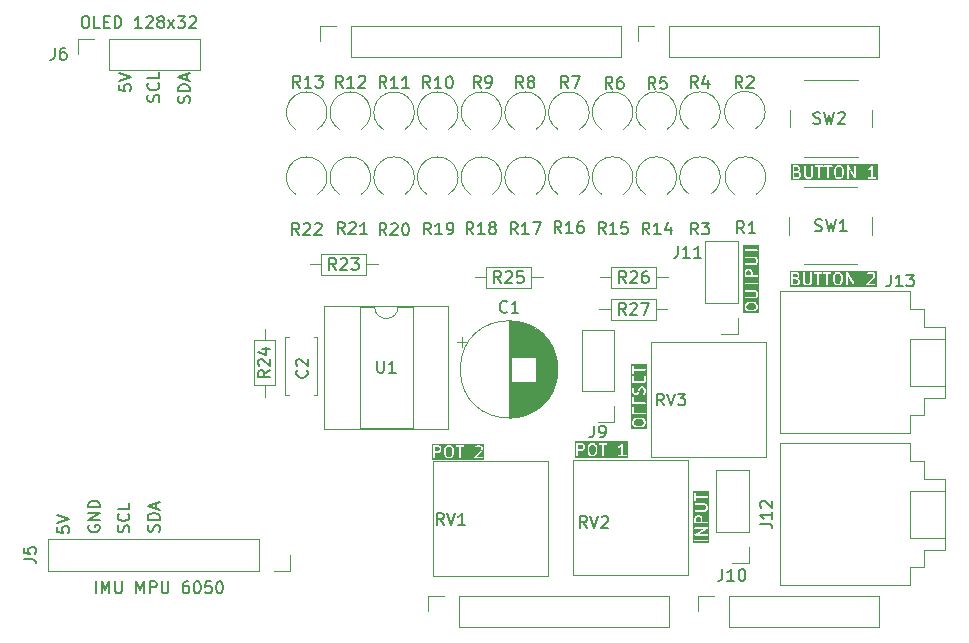
<source format=gbr>
%TF.GenerationSoftware,KiCad,Pcbnew,9.0.7*%
%TF.CreationDate,2026-02-04T16:38:47-07:00*%
%TF.ProjectId,Uno_Shield_DSP,556e6f5f-5368-4696-956c-645f4453502e,rev?*%
%TF.SameCoordinates,Original*%
%TF.FileFunction,Legend,Top*%
%TF.FilePolarity,Positive*%
%FSLAX46Y46*%
G04 Gerber Fmt 4.6, Leading zero omitted, Abs format (unit mm)*
G04 Created by KiCad (PCBNEW 9.0.7) date 2026-02-04 16:38:47*
%MOMM*%
%LPD*%
G01*
G04 APERTURE LIST*
%ADD10C,0.150000*%
%ADD11C,0.120000*%
%ADD12C,0.100000*%
G04 APERTURE END LIST*
D10*
G36*
X157897455Y-69384180D02*
G01*
X157923949Y-69410674D01*
X157958207Y-69479190D01*
X157958207Y-69586637D01*
X157923948Y-69655153D01*
X157893541Y-69685561D01*
X157825026Y-69719819D01*
X157536779Y-69719819D01*
X157536779Y-69346009D01*
X157782942Y-69346009D01*
X157897455Y-69384180D01*
G37*
G36*
X157845923Y-68904077D02*
G01*
X157876330Y-68934484D01*
X157910588Y-69003000D01*
X157910588Y-69062828D01*
X157876330Y-69131344D01*
X157845923Y-69161751D01*
X157777407Y-69196009D01*
X157536779Y-69196009D01*
X157536779Y-68869819D01*
X157777407Y-68869819D01*
X157845923Y-68904077D01*
G37*
G36*
X161464971Y-68904077D02*
G01*
X161536913Y-68976019D01*
X161577255Y-69137386D01*
X161577255Y-69452251D01*
X161536913Y-69613617D01*
X161464970Y-69685561D01*
X161396455Y-69719819D01*
X161241389Y-69719819D01*
X161172873Y-69685561D01*
X161100930Y-69613617D01*
X161060589Y-69452251D01*
X161060589Y-69137386D01*
X161100930Y-68976019D01*
X161172873Y-68904077D01*
X161241389Y-68869819D01*
X161396455Y-68869819D01*
X161464971Y-68904077D01*
G37*
G36*
X164600271Y-69980930D02*
G01*
X157275668Y-69980930D01*
X157275668Y-68794819D01*
X157386779Y-68794819D01*
X157386779Y-69794819D01*
X157388220Y-69809451D01*
X157399419Y-69836487D01*
X157420111Y-69857179D01*
X157447147Y-69868378D01*
X157461779Y-69869819D01*
X157842731Y-69869819D01*
X157857363Y-69868378D01*
X157859852Y-69867346D01*
X157862540Y-69867156D01*
X157876272Y-69861901D01*
X157971510Y-69814282D01*
X157977809Y-69810317D01*
X157979637Y-69809560D01*
X157981693Y-69807872D01*
X157983953Y-69806450D01*
X157985253Y-69804950D01*
X157991003Y-69800232D01*
X158038621Y-69752613D01*
X158043339Y-69746863D01*
X158044838Y-69745564D01*
X158046259Y-69743305D01*
X158047949Y-69741247D01*
X158048706Y-69739417D01*
X158052670Y-69733121D01*
X158100289Y-69637883D01*
X158105544Y-69624152D01*
X158105735Y-69621462D01*
X158106766Y-69618974D01*
X158108207Y-69604342D01*
X158108207Y-69461485D01*
X158106766Y-69446853D01*
X158105735Y-69444364D01*
X158105544Y-69441675D01*
X158100289Y-69427944D01*
X158052670Y-69332706D01*
X158048705Y-69326406D01*
X158047948Y-69324579D01*
X158046259Y-69322522D01*
X158044838Y-69320263D01*
X158043339Y-69318963D01*
X158038621Y-69313214D01*
X157991002Y-69265595D01*
X157979637Y-69256268D01*
X157977146Y-69255236D01*
X157975111Y-69253471D01*
X157969043Y-69250762D01*
X157991002Y-69228804D01*
X157995720Y-69223054D01*
X157997219Y-69221755D01*
X157998640Y-69219495D01*
X158000329Y-69217439D01*
X158001086Y-69215611D01*
X158005051Y-69209312D01*
X158052670Y-69114074D01*
X158057925Y-69100343D01*
X158058116Y-69097653D01*
X158059147Y-69095165D01*
X158060588Y-69080533D01*
X158060588Y-68985295D01*
X158059147Y-68970663D01*
X158058116Y-68968174D01*
X158057925Y-68965485D01*
X158052670Y-68951754D01*
X158005051Y-68856516D01*
X158001086Y-68850216D01*
X158000329Y-68848389D01*
X157998640Y-68846332D01*
X157997219Y-68844073D01*
X157995720Y-68842773D01*
X157991002Y-68837024D01*
X157948797Y-68794819D01*
X158386779Y-68794819D01*
X158386779Y-69604342D01*
X158388220Y-69618974D01*
X158389251Y-69621463D01*
X158389442Y-69624151D01*
X158394697Y-69637883D01*
X158442316Y-69733121D01*
X158446279Y-69739417D01*
X158447037Y-69741247D01*
X158448726Y-69743305D01*
X158450148Y-69745564D01*
X158451646Y-69746863D01*
X158456364Y-69752612D01*
X158503983Y-69800232D01*
X158509732Y-69804950D01*
X158511033Y-69806450D01*
X158513292Y-69807872D01*
X158515349Y-69809560D01*
X158517176Y-69810317D01*
X158523476Y-69814282D01*
X158618714Y-69861901D01*
X158632445Y-69867156D01*
X158635134Y-69867347D01*
X158637623Y-69868378D01*
X158652255Y-69869819D01*
X158842731Y-69869819D01*
X158857363Y-69868378D01*
X158859852Y-69867346D01*
X158862540Y-69867156D01*
X158876272Y-69861901D01*
X158971510Y-69814282D01*
X158977809Y-69810317D01*
X158979637Y-69809560D01*
X158981693Y-69807872D01*
X158983953Y-69806450D01*
X158985253Y-69804950D01*
X158991003Y-69800232D01*
X159038621Y-69752613D01*
X159043339Y-69746863D01*
X159044838Y-69745564D01*
X159046259Y-69743305D01*
X159047949Y-69741247D01*
X159048706Y-69739417D01*
X159052670Y-69733121D01*
X159100289Y-69637883D01*
X159105544Y-69624152D01*
X159105735Y-69621462D01*
X159106766Y-69618974D01*
X159108207Y-69604342D01*
X159108207Y-68794819D01*
X159106766Y-68780187D01*
X159292982Y-68780187D01*
X159292982Y-68809451D01*
X159304181Y-68836487D01*
X159324873Y-68857179D01*
X159351909Y-68868378D01*
X159366541Y-68869819D01*
X159577255Y-68869819D01*
X159577255Y-69794819D01*
X159578696Y-69809451D01*
X159589895Y-69836487D01*
X159610587Y-69857179D01*
X159637623Y-69868378D01*
X159666887Y-69868378D01*
X159693923Y-69857179D01*
X159714615Y-69836487D01*
X159725814Y-69809451D01*
X159727255Y-69794819D01*
X159727255Y-68869819D01*
X159937969Y-68869819D01*
X159952601Y-68868378D01*
X159979637Y-68857179D01*
X160000329Y-68836487D01*
X160011528Y-68809451D01*
X160011528Y-68780187D01*
X160054887Y-68780187D01*
X160054887Y-68809451D01*
X160066086Y-68836487D01*
X160086778Y-68857179D01*
X160113814Y-68868378D01*
X160128446Y-68869819D01*
X160339160Y-68869819D01*
X160339160Y-69794819D01*
X160340601Y-69809451D01*
X160351800Y-69836487D01*
X160372492Y-69857179D01*
X160399528Y-69868378D01*
X160428792Y-69868378D01*
X160455828Y-69857179D01*
X160476520Y-69836487D01*
X160487719Y-69809451D01*
X160489160Y-69794819D01*
X160489160Y-69128152D01*
X160910589Y-69128152D01*
X160910589Y-69461485D01*
X160910840Y-69464038D01*
X160910678Y-69465131D01*
X160911487Y-69470604D01*
X160912030Y-69476117D01*
X160912452Y-69477138D01*
X160912828Y-69479675D01*
X160960447Y-69670151D01*
X160965394Y-69683997D01*
X160968713Y-69688476D01*
X160970847Y-69693628D01*
X160980175Y-69704994D01*
X161075413Y-69800233D01*
X161081163Y-69804953D01*
X161082462Y-69806450D01*
X161084716Y-69807869D01*
X161086778Y-69809561D01*
X161088610Y-69810319D01*
X161094905Y-69814282D01*
X161190143Y-69861901D01*
X161203874Y-69867156D01*
X161206563Y-69867347D01*
X161209052Y-69868378D01*
X161223684Y-69869819D01*
X161414160Y-69869819D01*
X161428792Y-69868378D01*
X161431281Y-69867346D01*
X161433969Y-69867156D01*
X161447701Y-69861901D01*
X161542939Y-69814282D01*
X161549238Y-69810317D01*
X161551066Y-69809560D01*
X161553122Y-69807871D01*
X161555382Y-69806450D01*
X161556681Y-69804951D01*
X161562431Y-69800233D01*
X161657670Y-69704993D01*
X161666997Y-69693628D01*
X161669130Y-69688476D01*
X161672450Y-69683997D01*
X161677397Y-69670151D01*
X161725016Y-69479675D01*
X161725391Y-69477138D01*
X161725814Y-69476117D01*
X161726356Y-69470604D01*
X161727166Y-69465131D01*
X161727003Y-69464038D01*
X161727255Y-69461485D01*
X161727255Y-69128152D01*
X161727003Y-69125598D01*
X161727166Y-69124506D01*
X161726356Y-69119032D01*
X161725814Y-69113520D01*
X161725391Y-69112498D01*
X161725016Y-69109962D01*
X161677397Y-68919486D01*
X161672450Y-68905640D01*
X161669131Y-68901161D01*
X161666997Y-68896008D01*
X161657669Y-68884643D01*
X161567845Y-68794819D01*
X162005827Y-68794819D01*
X162005827Y-69794819D01*
X162007268Y-69809451D01*
X162018467Y-69836487D01*
X162039159Y-69857179D01*
X162066195Y-69868378D01*
X162095459Y-69868378D01*
X162122495Y-69857179D01*
X162143187Y-69836487D01*
X162154386Y-69809451D01*
X162155827Y-69794819D01*
X162155827Y-69077235D01*
X162587137Y-69832030D01*
X162589326Y-69835114D01*
X162589895Y-69836487D01*
X162591292Y-69837884D01*
X162595647Y-69844019D01*
X162603535Y-69850127D01*
X162610587Y-69857179D01*
X162615005Y-69859009D01*
X162618785Y-69861936D01*
X162628406Y-69864560D01*
X162637623Y-69868378D01*
X162642404Y-69868378D01*
X162647016Y-69869636D01*
X162656913Y-69868378D01*
X162666887Y-69868378D01*
X162671302Y-69866548D01*
X162676046Y-69865946D01*
X162684710Y-69860995D01*
X162693923Y-69857179D01*
X162697301Y-69853800D01*
X162701455Y-69851427D01*
X162707564Y-69843537D01*
X162714615Y-69836487D01*
X162716444Y-69832070D01*
X162719372Y-69828290D01*
X162721996Y-69818666D01*
X162725814Y-69809451D01*
X162726550Y-69801968D01*
X162727072Y-69800058D01*
X162726884Y-69798582D01*
X162727255Y-69794819D01*
X162727255Y-69780187D01*
X163721554Y-69780187D01*
X163721554Y-69809451D01*
X163732753Y-69836487D01*
X163753445Y-69857179D01*
X163780481Y-69868378D01*
X163795113Y-69869819D01*
X164414160Y-69869819D01*
X164428792Y-69868378D01*
X164455828Y-69857179D01*
X164476520Y-69836487D01*
X164487719Y-69809451D01*
X164487719Y-69780187D01*
X164476520Y-69753151D01*
X164455828Y-69732459D01*
X164428792Y-69721260D01*
X164414160Y-69719819D01*
X163976179Y-69719819D01*
X164419574Y-69276423D01*
X164428902Y-69265058D01*
X164429933Y-69262567D01*
X164431698Y-69260533D01*
X164437692Y-69247107D01*
X164485311Y-69104251D01*
X164486960Y-69096995D01*
X164487719Y-69095165D01*
X164487980Y-69092511D01*
X164488571Y-69089914D01*
X164488430Y-69087939D01*
X164489160Y-69080533D01*
X164489160Y-68985295D01*
X164487719Y-68970663D01*
X164486688Y-68968174D01*
X164486497Y-68965485D01*
X164481242Y-68951754D01*
X164433623Y-68856516D01*
X164429658Y-68850216D01*
X164428901Y-68848389D01*
X164427212Y-68846332D01*
X164425791Y-68844073D01*
X164424292Y-68842773D01*
X164419574Y-68837024D01*
X164371955Y-68789405D01*
X164366205Y-68784686D01*
X164364906Y-68783188D01*
X164362646Y-68781766D01*
X164360590Y-68780078D01*
X164358762Y-68779320D01*
X164352463Y-68775356D01*
X164257225Y-68727737D01*
X164243493Y-68722482D01*
X164240805Y-68722291D01*
X164238316Y-68721260D01*
X164223684Y-68719819D01*
X163985589Y-68719819D01*
X163970957Y-68721260D01*
X163968468Y-68722290D01*
X163965779Y-68722482D01*
X163952048Y-68727737D01*
X163856810Y-68775356D01*
X163850510Y-68779320D01*
X163848683Y-68780078D01*
X163846626Y-68781766D01*
X163844367Y-68783188D01*
X163843067Y-68784686D01*
X163837318Y-68789405D01*
X163789699Y-68837024D01*
X163780372Y-68848389D01*
X163769173Y-68875426D01*
X163769173Y-68904688D01*
X163780372Y-68931725D01*
X163801064Y-68952417D01*
X163828101Y-68963616D01*
X163857363Y-68963616D01*
X163884400Y-68952417D01*
X163895765Y-68943090D01*
X163934778Y-68904077D01*
X164003294Y-68869819D01*
X164205979Y-68869819D01*
X164274495Y-68904077D01*
X164304902Y-68934484D01*
X164339160Y-69003000D01*
X164339160Y-69068363D01*
X164300988Y-69182876D01*
X163742080Y-69741786D01*
X163732753Y-69753151D01*
X163721554Y-69780187D01*
X162727255Y-69780187D01*
X162727255Y-68794819D01*
X162725814Y-68780187D01*
X162714615Y-68753151D01*
X162693923Y-68732459D01*
X162666887Y-68721260D01*
X162637623Y-68721260D01*
X162610587Y-68732459D01*
X162589895Y-68753151D01*
X162578696Y-68780187D01*
X162577255Y-68794819D01*
X162577255Y-69512402D01*
X162145945Y-68757609D01*
X162143756Y-68754525D01*
X162143187Y-68753151D01*
X162141787Y-68751751D01*
X162137435Y-68745619D01*
X162129545Y-68739509D01*
X162122495Y-68732459D01*
X162118078Y-68730629D01*
X162114298Y-68727702D01*
X162104674Y-68725077D01*
X162095459Y-68721260D01*
X162090678Y-68721260D01*
X162086066Y-68720002D01*
X162076169Y-68721260D01*
X162066195Y-68721260D01*
X162061779Y-68723089D01*
X162057036Y-68723692D01*
X162048371Y-68728642D01*
X162039159Y-68732459D01*
X162035780Y-68735837D01*
X162031627Y-68738211D01*
X162025517Y-68746100D01*
X162018467Y-68753151D01*
X162016637Y-68757567D01*
X162013710Y-68761348D01*
X162011085Y-68770971D01*
X162007268Y-68780187D01*
X162006531Y-68787669D01*
X162006010Y-68789580D01*
X162006197Y-68791055D01*
X162005827Y-68794819D01*
X161567845Y-68794819D01*
X161562431Y-68789405D01*
X161556681Y-68784686D01*
X161555382Y-68783188D01*
X161553122Y-68781766D01*
X161551066Y-68780078D01*
X161549238Y-68779320D01*
X161542939Y-68775356D01*
X161447701Y-68727737D01*
X161433969Y-68722482D01*
X161431281Y-68722291D01*
X161428792Y-68721260D01*
X161414160Y-68719819D01*
X161223684Y-68719819D01*
X161209052Y-68721260D01*
X161206563Y-68722290D01*
X161203874Y-68722482D01*
X161190143Y-68727737D01*
X161094905Y-68775356D01*
X161088610Y-68779318D01*
X161086778Y-68780077D01*
X161084716Y-68781768D01*
X161082462Y-68783188D01*
X161081163Y-68784684D01*
X161075413Y-68789405D01*
X160980175Y-68884643D01*
X160970848Y-68896008D01*
X160968714Y-68901158D01*
X160965394Y-68905640D01*
X160960447Y-68919486D01*
X160912828Y-69109962D01*
X160912452Y-69112498D01*
X160912030Y-69113520D01*
X160911487Y-69119032D01*
X160910678Y-69124506D01*
X160910840Y-69125598D01*
X160910589Y-69128152D01*
X160489160Y-69128152D01*
X160489160Y-68869819D01*
X160699874Y-68869819D01*
X160714506Y-68868378D01*
X160741542Y-68857179D01*
X160762234Y-68836487D01*
X160773433Y-68809451D01*
X160773433Y-68780187D01*
X160762234Y-68753151D01*
X160741542Y-68732459D01*
X160714506Y-68721260D01*
X160699874Y-68719819D01*
X160128446Y-68719819D01*
X160113814Y-68721260D01*
X160086778Y-68732459D01*
X160066086Y-68753151D01*
X160054887Y-68780187D01*
X160011528Y-68780187D01*
X160000329Y-68753151D01*
X159979637Y-68732459D01*
X159952601Y-68721260D01*
X159937969Y-68719819D01*
X159366541Y-68719819D01*
X159351909Y-68721260D01*
X159324873Y-68732459D01*
X159304181Y-68753151D01*
X159292982Y-68780187D01*
X159106766Y-68780187D01*
X159095567Y-68753151D01*
X159074875Y-68732459D01*
X159047839Y-68721260D01*
X159018575Y-68721260D01*
X158991539Y-68732459D01*
X158970847Y-68753151D01*
X158959648Y-68780187D01*
X158958207Y-68794819D01*
X158958207Y-69586637D01*
X158923948Y-69655153D01*
X158893541Y-69685561D01*
X158825026Y-69719819D01*
X158669960Y-69719819D01*
X158601444Y-69685561D01*
X158571037Y-69655153D01*
X158536779Y-69586637D01*
X158536779Y-68794819D01*
X158535338Y-68780187D01*
X158524139Y-68753151D01*
X158503447Y-68732459D01*
X158476411Y-68721260D01*
X158447147Y-68721260D01*
X158420111Y-68732459D01*
X158399419Y-68753151D01*
X158388220Y-68780187D01*
X158386779Y-68794819D01*
X157948797Y-68794819D01*
X157943383Y-68789405D01*
X157937633Y-68784686D01*
X157936334Y-68783188D01*
X157934074Y-68781766D01*
X157932018Y-68780078D01*
X157930190Y-68779320D01*
X157923891Y-68775356D01*
X157828653Y-68727737D01*
X157814921Y-68722482D01*
X157812233Y-68722291D01*
X157809744Y-68721260D01*
X157795112Y-68719819D01*
X157461779Y-68719819D01*
X157447147Y-68721260D01*
X157420111Y-68732459D01*
X157399419Y-68753151D01*
X157388220Y-68780187D01*
X157386779Y-68794819D01*
X157275668Y-68794819D01*
X157275668Y-68608708D01*
X164600271Y-68608708D01*
X164600271Y-69980930D01*
G37*
G36*
X140693542Y-83379077D02*
G01*
X140765484Y-83451019D01*
X140805826Y-83612386D01*
X140805826Y-83927251D01*
X140765484Y-84088617D01*
X140693541Y-84160561D01*
X140625026Y-84194819D01*
X140469960Y-84194819D01*
X140401444Y-84160561D01*
X140329501Y-84088617D01*
X140289160Y-83927251D01*
X140289160Y-83612386D01*
X140329501Y-83451019D01*
X140401444Y-83379077D01*
X140469960Y-83344819D01*
X140625026Y-83344819D01*
X140693542Y-83379077D01*
G37*
G36*
X139693542Y-83379077D02*
G01*
X139723949Y-83409484D01*
X139758207Y-83478000D01*
X139758207Y-83585447D01*
X139723949Y-83653963D01*
X139693542Y-83684370D01*
X139625026Y-83718628D01*
X139336779Y-83718628D01*
X139336779Y-83344819D01*
X139625026Y-83344819D01*
X139693542Y-83379077D01*
G37*
G36*
X143541687Y-84455930D02*
G01*
X139075668Y-84455930D01*
X139075668Y-83269819D01*
X139186779Y-83269819D01*
X139186779Y-84269819D01*
X139188220Y-84284451D01*
X139199419Y-84311487D01*
X139220111Y-84332179D01*
X139247147Y-84343378D01*
X139276411Y-84343378D01*
X139303447Y-84332179D01*
X139324139Y-84311487D01*
X139335338Y-84284451D01*
X139336779Y-84269819D01*
X139336779Y-83868628D01*
X139642731Y-83868628D01*
X139657363Y-83867187D01*
X139659852Y-83866155D01*
X139662540Y-83865965D01*
X139676272Y-83860710D01*
X139771510Y-83813091D01*
X139777809Y-83809126D01*
X139779637Y-83808369D01*
X139781693Y-83806680D01*
X139783953Y-83805259D01*
X139785252Y-83803760D01*
X139791002Y-83799042D01*
X139838621Y-83751423D01*
X139843339Y-83745673D01*
X139844838Y-83744374D01*
X139846259Y-83742114D01*
X139847948Y-83740058D01*
X139848705Y-83738230D01*
X139852670Y-83731931D01*
X139900289Y-83636693D01*
X139905544Y-83622962D01*
X139905735Y-83620272D01*
X139906766Y-83617784D01*
X139908207Y-83603152D01*
X140139160Y-83603152D01*
X140139160Y-83936485D01*
X140139411Y-83939038D01*
X140139249Y-83940131D01*
X140140058Y-83945604D01*
X140140601Y-83951117D01*
X140141023Y-83952138D01*
X140141399Y-83954675D01*
X140189018Y-84145151D01*
X140193965Y-84158997D01*
X140197284Y-84163476D01*
X140199418Y-84168628D01*
X140208746Y-84179994D01*
X140303984Y-84275233D01*
X140309734Y-84279953D01*
X140311033Y-84281450D01*
X140313287Y-84282869D01*
X140315349Y-84284561D01*
X140317181Y-84285319D01*
X140323476Y-84289282D01*
X140418714Y-84336901D01*
X140432445Y-84342156D01*
X140435134Y-84342347D01*
X140437623Y-84343378D01*
X140452255Y-84344819D01*
X140642731Y-84344819D01*
X140657363Y-84343378D01*
X140659852Y-84342346D01*
X140662540Y-84342156D01*
X140676272Y-84336901D01*
X140771510Y-84289282D01*
X140777809Y-84285317D01*
X140779637Y-84284560D01*
X140781693Y-84282871D01*
X140783953Y-84281450D01*
X140785252Y-84279951D01*
X140791002Y-84275233D01*
X140886241Y-84179993D01*
X140895568Y-84168628D01*
X140897701Y-84163476D01*
X140901021Y-84158997D01*
X140905968Y-84145151D01*
X140953587Y-83954675D01*
X140953962Y-83952138D01*
X140954385Y-83951117D01*
X140954927Y-83945604D01*
X140955737Y-83940131D01*
X140955574Y-83939038D01*
X140955826Y-83936485D01*
X140955826Y-83603152D01*
X140955574Y-83600598D01*
X140955737Y-83599506D01*
X140954927Y-83594032D01*
X140954385Y-83588520D01*
X140953962Y-83587498D01*
X140953587Y-83584962D01*
X140905968Y-83394486D01*
X140901021Y-83380640D01*
X140897702Y-83376161D01*
X140895568Y-83371008D01*
X140886240Y-83359643D01*
X140791002Y-83264405D01*
X140785252Y-83259686D01*
X140783953Y-83258188D01*
X140781693Y-83256766D01*
X140779770Y-83255187D01*
X141092982Y-83255187D01*
X141092982Y-83284451D01*
X141104181Y-83311487D01*
X141124873Y-83332179D01*
X141151909Y-83343378D01*
X141166541Y-83344819D01*
X141377255Y-83344819D01*
X141377255Y-84269819D01*
X141378696Y-84284451D01*
X141389895Y-84311487D01*
X141410587Y-84332179D01*
X141437623Y-84343378D01*
X141466887Y-84343378D01*
X141493923Y-84332179D01*
X141514615Y-84311487D01*
X141525814Y-84284451D01*
X141527255Y-84269819D01*
X141527255Y-83546152D01*
X142711178Y-83546152D01*
X142713252Y-83575342D01*
X142726339Y-83601517D01*
X142748447Y-83620690D01*
X142776208Y-83629944D01*
X142805398Y-83627870D01*
X142819130Y-83622615D01*
X142914368Y-83574996D01*
X142920667Y-83571031D01*
X142922495Y-83570274D01*
X142924551Y-83568585D01*
X142926811Y-83567164D01*
X142928110Y-83565665D01*
X142933860Y-83560947D01*
X142996303Y-83498504D01*
X142996303Y-84194819D01*
X142785589Y-84194819D01*
X142770957Y-84196260D01*
X142743921Y-84207459D01*
X142723229Y-84228151D01*
X142712030Y-84255187D01*
X142712030Y-84284451D01*
X142723229Y-84311487D01*
X142743921Y-84332179D01*
X142770957Y-84343378D01*
X142785589Y-84344819D01*
X143357017Y-84344819D01*
X143371649Y-84343378D01*
X143398685Y-84332179D01*
X143419377Y-84311487D01*
X143430576Y-84284451D01*
X143430576Y-84255187D01*
X143419377Y-84228151D01*
X143398685Y-84207459D01*
X143371649Y-84196260D01*
X143357017Y-84194819D01*
X143146303Y-84194819D01*
X143146303Y-83269819D01*
X143146297Y-83269766D01*
X143146303Y-83269740D01*
X143146287Y-83269663D01*
X143144862Y-83255187D01*
X143142020Y-83248326D01*
X143140564Y-83241045D01*
X143136474Y-83234938D01*
X143133663Y-83228151D01*
X143128414Y-83222902D01*
X143124281Y-83216730D01*
X143118164Y-83212652D01*
X143112971Y-83207459D01*
X143106111Y-83204617D01*
X143099932Y-83200498D01*
X143092723Y-83199072D01*
X143085935Y-83196260D01*
X143078508Y-83196260D01*
X143071224Y-83194819D01*
X143064019Y-83196260D01*
X143056671Y-83196260D01*
X143049810Y-83199101D01*
X143042530Y-83200558D01*
X143036424Y-83204646D01*
X143029635Y-83207459D01*
X143024384Y-83212709D01*
X143018215Y-83216841D01*
X143008994Y-83228099D01*
X143008943Y-83228151D01*
X143008933Y-83228173D01*
X143008899Y-83228216D01*
X142917779Y-83364896D01*
X142836400Y-83446275D01*
X142752048Y-83488451D01*
X142739605Y-83496283D01*
X142720432Y-83518391D01*
X142711178Y-83546152D01*
X141527255Y-83546152D01*
X141527255Y-83344819D01*
X141737969Y-83344819D01*
X141752601Y-83343378D01*
X141779637Y-83332179D01*
X141800329Y-83311487D01*
X141811528Y-83284451D01*
X141811528Y-83255187D01*
X141800329Y-83228151D01*
X141779637Y-83207459D01*
X141752601Y-83196260D01*
X141737969Y-83194819D01*
X141166541Y-83194819D01*
X141151909Y-83196260D01*
X141124873Y-83207459D01*
X141104181Y-83228151D01*
X141092982Y-83255187D01*
X140779770Y-83255187D01*
X140779637Y-83255078D01*
X140777809Y-83254320D01*
X140771510Y-83250356D01*
X140676272Y-83202737D01*
X140662540Y-83197482D01*
X140659852Y-83197291D01*
X140657363Y-83196260D01*
X140642731Y-83194819D01*
X140452255Y-83194819D01*
X140437623Y-83196260D01*
X140435134Y-83197290D01*
X140432445Y-83197482D01*
X140418714Y-83202737D01*
X140323476Y-83250356D01*
X140317181Y-83254318D01*
X140315349Y-83255077D01*
X140313287Y-83256768D01*
X140311033Y-83258188D01*
X140309734Y-83259684D01*
X140303984Y-83264405D01*
X140208746Y-83359643D01*
X140199419Y-83371008D01*
X140197285Y-83376158D01*
X140193965Y-83380640D01*
X140189018Y-83394486D01*
X140141399Y-83584962D01*
X140141023Y-83587498D01*
X140140601Y-83588520D01*
X140140058Y-83594032D01*
X140139249Y-83599506D01*
X140139411Y-83600598D01*
X140139160Y-83603152D01*
X139908207Y-83603152D01*
X139908207Y-83460295D01*
X139906766Y-83445663D01*
X139905735Y-83443174D01*
X139905544Y-83440485D01*
X139900289Y-83426754D01*
X139852670Y-83331516D01*
X139848705Y-83325216D01*
X139847948Y-83323389D01*
X139846259Y-83321332D01*
X139844838Y-83319073D01*
X139843339Y-83317773D01*
X139838621Y-83312024D01*
X139791002Y-83264405D01*
X139785252Y-83259686D01*
X139783953Y-83258188D01*
X139781693Y-83256766D01*
X139779637Y-83255078D01*
X139777809Y-83254320D01*
X139771510Y-83250356D01*
X139676272Y-83202737D01*
X139662540Y-83197482D01*
X139659852Y-83197291D01*
X139657363Y-83196260D01*
X139642731Y-83194819D01*
X139261779Y-83194819D01*
X139247147Y-83196260D01*
X139220111Y-83207459D01*
X139199419Y-83228151D01*
X139188220Y-83255187D01*
X139186779Y-83269819D01*
X139075668Y-83269819D01*
X139075668Y-83083708D01*
X143541687Y-83083708D01*
X143541687Y-84455930D01*
G37*
X106422200Y-54410839D02*
X106469819Y-54267982D01*
X106469819Y-54267982D02*
X106469819Y-54029887D01*
X106469819Y-54029887D02*
X106422200Y-53934649D01*
X106422200Y-53934649D02*
X106374580Y-53887030D01*
X106374580Y-53887030D02*
X106279342Y-53839411D01*
X106279342Y-53839411D02*
X106184104Y-53839411D01*
X106184104Y-53839411D02*
X106088866Y-53887030D01*
X106088866Y-53887030D02*
X106041247Y-53934649D01*
X106041247Y-53934649D02*
X105993628Y-54029887D01*
X105993628Y-54029887D02*
X105946009Y-54220363D01*
X105946009Y-54220363D02*
X105898390Y-54315601D01*
X105898390Y-54315601D02*
X105850771Y-54363220D01*
X105850771Y-54363220D02*
X105755533Y-54410839D01*
X105755533Y-54410839D02*
X105660295Y-54410839D01*
X105660295Y-54410839D02*
X105565057Y-54363220D01*
X105565057Y-54363220D02*
X105517438Y-54315601D01*
X105517438Y-54315601D02*
X105469819Y-54220363D01*
X105469819Y-54220363D02*
X105469819Y-53982268D01*
X105469819Y-53982268D02*
X105517438Y-53839411D01*
X106469819Y-53410839D02*
X105469819Y-53410839D01*
X105469819Y-53410839D02*
X105469819Y-53172744D01*
X105469819Y-53172744D02*
X105517438Y-53029887D01*
X105517438Y-53029887D02*
X105612676Y-52934649D01*
X105612676Y-52934649D02*
X105707914Y-52887030D01*
X105707914Y-52887030D02*
X105898390Y-52839411D01*
X105898390Y-52839411D02*
X106041247Y-52839411D01*
X106041247Y-52839411D02*
X106231723Y-52887030D01*
X106231723Y-52887030D02*
X106326961Y-52934649D01*
X106326961Y-52934649D02*
X106422200Y-53029887D01*
X106422200Y-53029887D02*
X106469819Y-53172744D01*
X106469819Y-53172744D02*
X106469819Y-53410839D01*
X106184104Y-52458458D02*
X106184104Y-51982268D01*
X106469819Y-52553696D02*
X105469819Y-52220363D01*
X105469819Y-52220363D02*
X106469819Y-51887030D01*
X103822200Y-54310839D02*
X103869819Y-54167982D01*
X103869819Y-54167982D02*
X103869819Y-53929887D01*
X103869819Y-53929887D02*
X103822200Y-53834649D01*
X103822200Y-53834649D02*
X103774580Y-53787030D01*
X103774580Y-53787030D02*
X103679342Y-53739411D01*
X103679342Y-53739411D02*
X103584104Y-53739411D01*
X103584104Y-53739411D02*
X103488866Y-53787030D01*
X103488866Y-53787030D02*
X103441247Y-53834649D01*
X103441247Y-53834649D02*
X103393628Y-53929887D01*
X103393628Y-53929887D02*
X103346009Y-54120363D01*
X103346009Y-54120363D02*
X103298390Y-54215601D01*
X103298390Y-54215601D02*
X103250771Y-54263220D01*
X103250771Y-54263220D02*
X103155533Y-54310839D01*
X103155533Y-54310839D02*
X103060295Y-54310839D01*
X103060295Y-54310839D02*
X102965057Y-54263220D01*
X102965057Y-54263220D02*
X102917438Y-54215601D01*
X102917438Y-54215601D02*
X102869819Y-54120363D01*
X102869819Y-54120363D02*
X102869819Y-53882268D01*
X102869819Y-53882268D02*
X102917438Y-53739411D01*
X103774580Y-52739411D02*
X103822200Y-52787030D01*
X103822200Y-52787030D02*
X103869819Y-52929887D01*
X103869819Y-52929887D02*
X103869819Y-53025125D01*
X103869819Y-53025125D02*
X103822200Y-53167982D01*
X103822200Y-53167982D02*
X103726961Y-53263220D01*
X103726961Y-53263220D02*
X103631723Y-53310839D01*
X103631723Y-53310839D02*
X103441247Y-53358458D01*
X103441247Y-53358458D02*
X103298390Y-53358458D01*
X103298390Y-53358458D02*
X103107914Y-53310839D01*
X103107914Y-53310839D02*
X103012676Y-53263220D01*
X103012676Y-53263220D02*
X102917438Y-53167982D01*
X102917438Y-53167982D02*
X102869819Y-53025125D01*
X102869819Y-53025125D02*
X102869819Y-52929887D01*
X102869819Y-52929887D02*
X102917438Y-52787030D01*
X102917438Y-52787030D02*
X102965057Y-52739411D01*
X103869819Y-51834649D02*
X103869819Y-52310839D01*
X103869819Y-52310839D02*
X102869819Y-52310839D01*
G36*
X128543542Y-83554077D02*
G01*
X128615484Y-83626019D01*
X128655826Y-83787386D01*
X128655826Y-84102251D01*
X128615484Y-84263617D01*
X128543541Y-84335561D01*
X128475026Y-84369819D01*
X128319960Y-84369819D01*
X128251444Y-84335561D01*
X128179501Y-84263617D01*
X128139160Y-84102251D01*
X128139160Y-83787386D01*
X128179501Y-83626019D01*
X128251444Y-83554077D01*
X128319960Y-83519819D01*
X128475026Y-83519819D01*
X128543542Y-83554077D01*
G37*
G36*
X127543542Y-83554077D02*
G01*
X127573949Y-83584484D01*
X127608207Y-83653000D01*
X127608207Y-83760447D01*
X127573949Y-83828963D01*
X127543542Y-83859370D01*
X127475026Y-83893628D01*
X127186779Y-83893628D01*
X127186779Y-83519819D01*
X127475026Y-83519819D01*
X127543542Y-83554077D01*
G37*
G36*
X131393128Y-84630930D02*
G01*
X126925668Y-84630930D01*
X126925668Y-83444819D01*
X127036779Y-83444819D01*
X127036779Y-84444819D01*
X127038220Y-84459451D01*
X127049419Y-84486487D01*
X127070111Y-84507179D01*
X127097147Y-84518378D01*
X127126411Y-84518378D01*
X127153447Y-84507179D01*
X127174139Y-84486487D01*
X127185338Y-84459451D01*
X127186779Y-84444819D01*
X127186779Y-84043628D01*
X127492731Y-84043628D01*
X127507363Y-84042187D01*
X127509852Y-84041155D01*
X127512540Y-84040965D01*
X127526272Y-84035710D01*
X127621510Y-83988091D01*
X127627809Y-83984126D01*
X127629637Y-83983369D01*
X127631693Y-83981680D01*
X127633953Y-83980259D01*
X127635252Y-83978760D01*
X127641002Y-83974042D01*
X127688621Y-83926423D01*
X127693339Y-83920673D01*
X127694838Y-83919374D01*
X127696259Y-83917114D01*
X127697948Y-83915058D01*
X127698705Y-83913230D01*
X127702670Y-83906931D01*
X127750289Y-83811693D01*
X127755544Y-83797962D01*
X127755735Y-83795272D01*
X127756766Y-83792784D01*
X127758207Y-83778152D01*
X127989160Y-83778152D01*
X127989160Y-84111485D01*
X127989411Y-84114038D01*
X127989249Y-84115131D01*
X127990058Y-84120604D01*
X127990601Y-84126117D01*
X127991023Y-84127138D01*
X127991399Y-84129675D01*
X128039018Y-84320151D01*
X128043965Y-84333997D01*
X128047284Y-84338476D01*
X128049418Y-84343628D01*
X128058746Y-84354994D01*
X128153984Y-84450233D01*
X128159734Y-84454953D01*
X128161033Y-84456450D01*
X128163287Y-84457869D01*
X128165349Y-84459561D01*
X128167181Y-84460319D01*
X128173476Y-84464282D01*
X128268714Y-84511901D01*
X128282445Y-84517156D01*
X128285134Y-84517347D01*
X128287623Y-84518378D01*
X128302255Y-84519819D01*
X128492731Y-84519819D01*
X128507363Y-84518378D01*
X128509852Y-84517346D01*
X128512540Y-84517156D01*
X128526272Y-84511901D01*
X128621510Y-84464282D01*
X128627809Y-84460317D01*
X128629637Y-84459560D01*
X128631693Y-84457871D01*
X128633953Y-84456450D01*
X128635252Y-84454951D01*
X128641002Y-84450233D01*
X128736241Y-84354993D01*
X128745568Y-84343628D01*
X128747701Y-84338476D01*
X128751021Y-84333997D01*
X128755968Y-84320151D01*
X128803587Y-84129675D01*
X128803962Y-84127138D01*
X128804385Y-84126117D01*
X128804927Y-84120604D01*
X128805737Y-84115131D01*
X128805574Y-84114038D01*
X128805826Y-84111485D01*
X128805826Y-83778152D01*
X128805574Y-83775598D01*
X128805737Y-83774506D01*
X128804927Y-83769032D01*
X128804385Y-83763520D01*
X128803962Y-83762498D01*
X128803587Y-83759962D01*
X128755968Y-83569486D01*
X128751021Y-83555640D01*
X128747702Y-83551161D01*
X128745568Y-83546008D01*
X128736240Y-83534643D01*
X128641002Y-83439405D01*
X128635252Y-83434686D01*
X128633953Y-83433188D01*
X128631693Y-83431766D01*
X128629770Y-83430187D01*
X128942982Y-83430187D01*
X128942982Y-83459451D01*
X128954181Y-83486487D01*
X128974873Y-83507179D01*
X129001909Y-83518378D01*
X129016541Y-83519819D01*
X129227255Y-83519819D01*
X129227255Y-84444819D01*
X129228696Y-84459451D01*
X129239895Y-84486487D01*
X129260587Y-84507179D01*
X129287623Y-84518378D01*
X129316887Y-84518378D01*
X129343923Y-84507179D01*
X129364615Y-84486487D01*
X129375814Y-84459451D01*
X129377255Y-84444819D01*
X129377255Y-84430187D01*
X130514411Y-84430187D01*
X130514411Y-84459451D01*
X130525610Y-84486487D01*
X130546302Y-84507179D01*
X130573338Y-84518378D01*
X130587970Y-84519819D01*
X131207017Y-84519819D01*
X131221649Y-84518378D01*
X131248685Y-84507179D01*
X131269377Y-84486487D01*
X131280576Y-84459451D01*
X131280576Y-84430187D01*
X131269377Y-84403151D01*
X131248685Y-84382459D01*
X131221649Y-84371260D01*
X131207017Y-84369819D01*
X130769036Y-84369819D01*
X131212431Y-83926423D01*
X131221759Y-83915058D01*
X131222790Y-83912567D01*
X131224555Y-83910533D01*
X131230549Y-83897107D01*
X131278168Y-83754251D01*
X131279817Y-83746995D01*
X131280576Y-83745165D01*
X131280837Y-83742511D01*
X131281428Y-83739914D01*
X131281287Y-83737939D01*
X131282017Y-83730533D01*
X131282017Y-83635295D01*
X131280576Y-83620663D01*
X131279545Y-83618174D01*
X131279354Y-83615485D01*
X131274099Y-83601754D01*
X131226480Y-83506516D01*
X131222515Y-83500216D01*
X131221758Y-83498389D01*
X131220069Y-83496332D01*
X131218648Y-83494073D01*
X131217149Y-83492773D01*
X131212431Y-83487024D01*
X131164812Y-83439405D01*
X131159062Y-83434686D01*
X131157763Y-83433188D01*
X131155503Y-83431766D01*
X131153447Y-83430078D01*
X131151619Y-83429320D01*
X131145320Y-83425356D01*
X131050082Y-83377737D01*
X131036350Y-83372482D01*
X131033662Y-83372291D01*
X131031173Y-83371260D01*
X131016541Y-83369819D01*
X130778446Y-83369819D01*
X130763814Y-83371260D01*
X130761325Y-83372290D01*
X130758636Y-83372482D01*
X130744905Y-83377737D01*
X130649667Y-83425356D01*
X130643367Y-83429320D01*
X130641540Y-83430078D01*
X130639483Y-83431766D01*
X130637224Y-83433188D01*
X130635924Y-83434686D01*
X130630175Y-83439405D01*
X130582556Y-83487024D01*
X130573229Y-83498389D01*
X130562030Y-83525426D01*
X130562030Y-83554688D01*
X130573229Y-83581725D01*
X130593921Y-83602417D01*
X130620958Y-83613616D01*
X130650220Y-83613616D01*
X130677257Y-83602417D01*
X130688622Y-83593090D01*
X130727635Y-83554077D01*
X130796151Y-83519819D01*
X130998836Y-83519819D01*
X131067352Y-83554077D01*
X131097759Y-83584484D01*
X131132017Y-83653000D01*
X131132017Y-83718363D01*
X131093845Y-83832876D01*
X130534937Y-84391786D01*
X130525610Y-84403151D01*
X130514411Y-84430187D01*
X129377255Y-84430187D01*
X129377255Y-83519819D01*
X129587969Y-83519819D01*
X129602601Y-83518378D01*
X129629637Y-83507179D01*
X129650329Y-83486487D01*
X129661528Y-83459451D01*
X129661528Y-83430187D01*
X129650329Y-83403151D01*
X129629637Y-83382459D01*
X129602601Y-83371260D01*
X129587969Y-83369819D01*
X129016541Y-83369819D01*
X129001909Y-83371260D01*
X128974873Y-83382459D01*
X128954181Y-83403151D01*
X128942982Y-83430187D01*
X128629770Y-83430187D01*
X128629637Y-83430078D01*
X128627809Y-83429320D01*
X128621510Y-83425356D01*
X128526272Y-83377737D01*
X128512540Y-83372482D01*
X128509852Y-83372291D01*
X128507363Y-83371260D01*
X128492731Y-83369819D01*
X128302255Y-83369819D01*
X128287623Y-83371260D01*
X128285134Y-83372290D01*
X128282445Y-83372482D01*
X128268714Y-83377737D01*
X128173476Y-83425356D01*
X128167181Y-83429318D01*
X128165349Y-83430077D01*
X128163287Y-83431768D01*
X128161033Y-83433188D01*
X128159734Y-83434684D01*
X128153984Y-83439405D01*
X128058746Y-83534643D01*
X128049419Y-83546008D01*
X128047285Y-83551158D01*
X128043965Y-83555640D01*
X128039018Y-83569486D01*
X127991399Y-83759962D01*
X127991023Y-83762498D01*
X127990601Y-83763520D01*
X127990058Y-83769032D01*
X127989249Y-83774506D01*
X127989411Y-83775598D01*
X127989160Y-83778152D01*
X127758207Y-83778152D01*
X127758207Y-83635295D01*
X127756766Y-83620663D01*
X127755735Y-83618174D01*
X127755544Y-83615485D01*
X127750289Y-83601754D01*
X127702670Y-83506516D01*
X127698705Y-83500216D01*
X127697948Y-83498389D01*
X127696259Y-83496332D01*
X127694838Y-83494073D01*
X127693339Y-83492773D01*
X127688621Y-83487024D01*
X127641002Y-83439405D01*
X127635252Y-83434686D01*
X127633953Y-83433188D01*
X127631693Y-83431766D01*
X127629637Y-83430078D01*
X127627809Y-83429320D01*
X127621510Y-83425356D01*
X127526272Y-83377737D01*
X127512540Y-83372482D01*
X127509852Y-83372291D01*
X127507363Y-83371260D01*
X127492731Y-83369819D01*
X127111779Y-83369819D01*
X127097147Y-83371260D01*
X127070111Y-83382459D01*
X127049419Y-83403151D01*
X127038220Y-83430187D01*
X127036779Y-83444819D01*
X126925668Y-83444819D01*
X126925668Y-83258708D01*
X131393128Y-83258708D01*
X131393128Y-84630930D01*
G37*
X97527255Y-47079819D02*
X97717731Y-47079819D01*
X97717731Y-47079819D02*
X97812969Y-47127438D01*
X97812969Y-47127438D02*
X97908207Y-47222676D01*
X97908207Y-47222676D02*
X97955826Y-47413152D01*
X97955826Y-47413152D02*
X97955826Y-47746485D01*
X97955826Y-47746485D02*
X97908207Y-47936961D01*
X97908207Y-47936961D02*
X97812969Y-48032200D01*
X97812969Y-48032200D02*
X97717731Y-48079819D01*
X97717731Y-48079819D02*
X97527255Y-48079819D01*
X97527255Y-48079819D02*
X97432017Y-48032200D01*
X97432017Y-48032200D02*
X97336779Y-47936961D01*
X97336779Y-47936961D02*
X97289160Y-47746485D01*
X97289160Y-47746485D02*
X97289160Y-47413152D01*
X97289160Y-47413152D02*
X97336779Y-47222676D01*
X97336779Y-47222676D02*
X97432017Y-47127438D01*
X97432017Y-47127438D02*
X97527255Y-47079819D01*
X98860588Y-48079819D02*
X98384398Y-48079819D01*
X98384398Y-48079819D02*
X98384398Y-47079819D01*
X99193922Y-47556009D02*
X99527255Y-47556009D01*
X99670112Y-48079819D02*
X99193922Y-48079819D01*
X99193922Y-48079819D02*
X99193922Y-47079819D01*
X99193922Y-47079819D02*
X99670112Y-47079819D01*
X100098684Y-48079819D02*
X100098684Y-47079819D01*
X100098684Y-47079819D02*
X100336779Y-47079819D01*
X100336779Y-47079819D02*
X100479636Y-47127438D01*
X100479636Y-47127438D02*
X100574874Y-47222676D01*
X100574874Y-47222676D02*
X100622493Y-47317914D01*
X100622493Y-47317914D02*
X100670112Y-47508390D01*
X100670112Y-47508390D02*
X100670112Y-47651247D01*
X100670112Y-47651247D02*
X100622493Y-47841723D01*
X100622493Y-47841723D02*
X100574874Y-47936961D01*
X100574874Y-47936961D02*
X100479636Y-48032200D01*
X100479636Y-48032200D02*
X100336779Y-48079819D01*
X100336779Y-48079819D02*
X100098684Y-48079819D01*
X102384398Y-48079819D02*
X101812970Y-48079819D01*
X102098684Y-48079819D02*
X102098684Y-47079819D01*
X102098684Y-47079819D02*
X102003446Y-47222676D01*
X102003446Y-47222676D02*
X101908208Y-47317914D01*
X101908208Y-47317914D02*
X101812970Y-47365533D01*
X102765351Y-47175057D02*
X102812970Y-47127438D01*
X102812970Y-47127438D02*
X102908208Y-47079819D01*
X102908208Y-47079819D02*
X103146303Y-47079819D01*
X103146303Y-47079819D02*
X103241541Y-47127438D01*
X103241541Y-47127438D02*
X103289160Y-47175057D01*
X103289160Y-47175057D02*
X103336779Y-47270295D01*
X103336779Y-47270295D02*
X103336779Y-47365533D01*
X103336779Y-47365533D02*
X103289160Y-47508390D01*
X103289160Y-47508390D02*
X102717732Y-48079819D01*
X102717732Y-48079819D02*
X103336779Y-48079819D01*
X103908208Y-47508390D02*
X103812970Y-47460771D01*
X103812970Y-47460771D02*
X103765351Y-47413152D01*
X103765351Y-47413152D02*
X103717732Y-47317914D01*
X103717732Y-47317914D02*
X103717732Y-47270295D01*
X103717732Y-47270295D02*
X103765351Y-47175057D01*
X103765351Y-47175057D02*
X103812970Y-47127438D01*
X103812970Y-47127438D02*
X103908208Y-47079819D01*
X103908208Y-47079819D02*
X104098684Y-47079819D01*
X104098684Y-47079819D02*
X104193922Y-47127438D01*
X104193922Y-47127438D02*
X104241541Y-47175057D01*
X104241541Y-47175057D02*
X104289160Y-47270295D01*
X104289160Y-47270295D02*
X104289160Y-47317914D01*
X104289160Y-47317914D02*
X104241541Y-47413152D01*
X104241541Y-47413152D02*
X104193922Y-47460771D01*
X104193922Y-47460771D02*
X104098684Y-47508390D01*
X104098684Y-47508390D02*
X103908208Y-47508390D01*
X103908208Y-47508390D02*
X103812970Y-47556009D01*
X103812970Y-47556009D02*
X103765351Y-47603628D01*
X103765351Y-47603628D02*
X103717732Y-47698866D01*
X103717732Y-47698866D02*
X103717732Y-47889342D01*
X103717732Y-47889342D02*
X103765351Y-47984580D01*
X103765351Y-47984580D02*
X103812970Y-48032200D01*
X103812970Y-48032200D02*
X103908208Y-48079819D01*
X103908208Y-48079819D02*
X104098684Y-48079819D01*
X104098684Y-48079819D02*
X104193922Y-48032200D01*
X104193922Y-48032200D02*
X104241541Y-47984580D01*
X104241541Y-47984580D02*
X104289160Y-47889342D01*
X104289160Y-47889342D02*
X104289160Y-47698866D01*
X104289160Y-47698866D02*
X104241541Y-47603628D01*
X104241541Y-47603628D02*
X104193922Y-47556009D01*
X104193922Y-47556009D02*
X104098684Y-47508390D01*
X104622494Y-48079819D02*
X105146303Y-47413152D01*
X104622494Y-47413152D02*
X105146303Y-48079819D01*
X105432018Y-47079819D02*
X106051065Y-47079819D01*
X106051065Y-47079819D02*
X105717732Y-47460771D01*
X105717732Y-47460771D02*
X105860589Y-47460771D01*
X105860589Y-47460771D02*
X105955827Y-47508390D01*
X105955827Y-47508390D02*
X106003446Y-47556009D01*
X106003446Y-47556009D02*
X106051065Y-47651247D01*
X106051065Y-47651247D02*
X106051065Y-47889342D01*
X106051065Y-47889342D02*
X106003446Y-47984580D01*
X106003446Y-47984580D02*
X105955827Y-48032200D01*
X105955827Y-48032200D02*
X105860589Y-48079819D01*
X105860589Y-48079819D02*
X105574875Y-48079819D01*
X105574875Y-48079819D02*
X105479637Y-48032200D01*
X105479637Y-48032200D02*
X105432018Y-47984580D01*
X106432018Y-47175057D02*
X106479637Y-47127438D01*
X106479637Y-47127438D02*
X106574875Y-47079819D01*
X106574875Y-47079819D02*
X106812970Y-47079819D01*
X106812970Y-47079819D02*
X106908208Y-47127438D01*
X106908208Y-47127438D02*
X106955827Y-47175057D01*
X106955827Y-47175057D02*
X107003446Y-47270295D01*
X107003446Y-47270295D02*
X107003446Y-47365533D01*
X107003446Y-47365533D02*
X106955827Y-47508390D01*
X106955827Y-47508390D02*
X106384399Y-48079819D01*
X106384399Y-48079819D02*
X107003446Y-48079819D01*
X95249819Y-90287030D02*
X95249819Y-90763220D01*
X95249819Y-90763220D02*
X95726009Y-90810839D01*
X95726009Y-90810839D02*
X95678390Y-90763220D01*
X95678390Y-90763220D02*
X95630771Y-90667982D01*
X95630771Y-90667982D02*
X95630771Y-90429887D01*
X95630771Y-90429887D02*
X95678390Y-90334649D01*
X95678390Y-90334649D02*
X95726009Y-90287030D01*
X95726009Y-90287030D02*
X95821247Y-90239411D01*
X95821247Y-90239411D02*
X96059342Y-90239411D01*
X96059342Y-90239411D02*
X96154580Y-90287030D01*
X96154580Y-90287030D02*
X96202200Y-90334649D01*
X96202200Y-90334649D02*
X96249819Y-90429887D01*
X96249819Y-90429887D02*
X96249819Y-90667982D01*
X96249819Y-90667982D02*
X96202200Y-90763220D01*
X96202200Y-90763220D02*
X96154580Y-90810839D01*
X95249819Y-89953696D02*
X96249819Y-89620363D01*
X96249819Y-89620363D02*
X95249819Y-89287030D01*
X97897438Y-90189411D02*
X97849819Y-90284649D01*
X97849819Y-90284649D02*
X97849819Y-90427506D01*
X97849819Y-90427506D02*
X97897438Y-90570363D01*
X97897438Y-90570363D02*
X97992676Y-90665601D01*
X97992676Y-90665601D02*
X98087914Y-90713220D01*
X98087914Y-90713220D02*
X98278390Y-90760839D01*
X98278390Y-90760839D02*
X98421247Y-90760839D01*
X98421247Y-90760839D02*
X98611723Y-90713220D01*
X98611723Y-90713220D02*
X98706961Y-90665601D01*
X98706961Y-90665601D02*
X98802200Y-90570363D01*
X98802200Y-90570363D02*
X98849819Y-90427506D01*
X98849819Y-90427506D02*
X98849819Y-90332268D01*
X98849819Y-90332268D02*
X98802200Y-90189411D01*
X98802200Y-90189411D02*
X98754580Y-90141792D01*
X98754580Y-90141792D02*
X98421247Y-90141792D01*
X98421247Y-90141792D02*
X98421247Y-90332268D01*
X98849819Y-89713220D02*
X97849819Y-89713220D01*
X97849819Y-89713220D02*
X98849819Y-89141792D01*
X98849819Y-89141792D02*
X97849819Y-89141792D01*
X98849819Y-88665601D02*
X97849819Y-88665601D01*
X97849819Y-88665601D02*
X97849819Y-88427506D01*
X97849819Y-88427506D02*
X97897438Y-88284649D01*
X97897438Y-88284649D02*
X97992676Y-88189411D01*
X97992676Y-88189411D02*
X98087914Y-88141792D01*
X98087914Y-88141792D02*
X98278390Y-88094173D01*
X98278390Y-88094173D02*
X98421247Y-88094173D01*
X98421247Y-88094173D02*
X98611723Y-88141792D01*
X98611723Y-88141792D02*
X98706961Y-88189411D01*
X98706961Y-88189411D02*
X98802200Y-88284649D01*
X98802200Y-88284649D02*
X98849819Y-88427506D01*
X98849819Y-88427506D02*
X98849819Y-88665601D01*
X98506779Y-95919819D02*
X98506779Y-94919819D01*
X98982969Y-95919819D02*
X98982969Y-94919819D01*
X98982969Y-94919819D02*
X99316302Y-95634104D01*
X99316302Y-95634104D02*
X99649635Y-94919819D01*
X99649635Y-94919819D02*
X99649635Y-95919819D01*
X100125826Y-94919819D02*
X100125826Y-95729342D01*
X100125826Y-95729342D02*
X100173445Y-95824580D01*
X100173445Y-95824580D02*
X100221064Y-95872200D01*
X100221064Y-95872200D02*
X100316302Y-95919819D01*
X100316302Y-95919819D02*
X100506778Y-95919819D01*
X100506778Y-95919819D02*
X100602016Y-95872200D01*
X100602016Y-95872200D02*
X100649635Y-95824580D01*
X100649635Y-95824580D02*
X100697254Y-95729342D01*
X100697254Y-95729342D02*
X100697254Y-94919819D01*
X101935350Y-95919819D02*
X101935350Y-94919819D01*
X101935350Y-94919819D02*
X102268683Y-95634104D01*
X102268683Y-95634104D02*
X102602016Y-94919819D01*
X102602016Y-94919819D02*
X102602016Y-95919819D01*
X103078207Y-95919819D02*
X103078207Y-94919819D01*
X103078207Y-94919819D02*
X103459159Y-94919819D01*
X103459159Y-94919819D02*
X103554397Y-94967438D01*
X103554397Y-94967438D02*
X103602016Y-95015057D01*
X103602016Y-95015057D02*
X103649635Y-95110295D01*
X103649635Y-95110295D02*
X103649635Y-95253152D01*
X103649635Y-95253152D02*
X103602016Y-95348390D01*
X103602016Y-95348390D02*
X103554397Y-95396009D01*
X103554397Y-95396009D02*
X103459159Y-95443628D01*
X103459159Y-95443628D02*
X103078207Y-95443628D01*
X104078207Y-94919819D02*
X104078207Y-95729342D01*
X104078207Y-95729342D02*
X104125826Y-95824580D01*
X104125826Y-95824580D02*
X104173445Y-95872200D01*
X104173445Y-95872200D02*
X104268683Y-95919819D01*
X104268683Y-95919819D02*
X104459159Y-95919819D01*
X104459159Y-95919819D02*
X104554397Y-95872200D01*
X104554397Y-95872200D02*
X104602016Y-95824580D01*
X104602016Y-95824580D02*
X104649635Y-95729342D01*
X104649635Y-95729342D02*
X104649635Y-94919819D01*
X106316302Y-94919819D02*
X106125826Y-94919819D01*
X106125826Y-94919819D02*
X106030588Y-94967438D01*
X106030588Y-94967438D02*
X105982969Y-95015057D01*
X105982969Y-95015057D02*
X105887731Y-95157914D01*
X105887731Y-95157914D02*
X105840112Y-95348390D01*
X105840112Y-95348390D02*
X105840112Y-95729342D01*
X105840112Y-95729342D02*
X105887731Y-95824580D01*
X105887731Y-95824580D02*
X105935350Y-95872200D01*
X105935350Y-95872200D02*
X106030588Y-95919819D01*
X106030588Y-95919819D02*
X106221064Y-95919819D01*
X106221064Y-95919819D02*
X106316302Y-95872200D01*
X106316302Y-95872200D02*
X106363921Y-95824580D01*
X106363921Y-95824580D02*
X106411540Y-95729342D01*
X106411540Y-95729342D02*
X106411540Y-95491247D01*
X106411540Y-95491247D02*
X106363921Y-95396009D01*
X106363921Y-95396009D02*
X106316302Y-95348390D01*
X106316302Y-95348390D02*
X106221064Y-95300771D01*
X106221064Y-95300771D02*
X106030588Y-95300771D01*
X106030588Y-95300771D02*
X105935350Y-95348390D01*
X105935350Y-95348390D02*
X105887731Y-95396009D01*
X105887731Y-95396009D02*
X105840112Y-95491247D01*
X107030588Y-94919819D02*
X107125826Y-94919819D01*
X107125826Y-94919819D02*
X107221064Y-94967438D01*
X107221064Y-94967438D02*
X107268683Y-95015057D01*
X107268683Y-95015057D02*
X107316302Y-95110295D01*
X107316302Y-95110295D02*
X107363921Y-95300771D01*
X107363921Y-95300771D02*
X107363921Y-95538866D01*
X107363921Y-95538866D02*
X107316302Y-95729342D01*
X107316302Y-95729342D02*
X107268683Y-95824580D01*
X107268683Y-95824580D02*
X107221064Y-95872200D01*
X107221064Y-95872200D02*
X107125826Y-95919819D01*
X107125826Y-95919819D02*
X107030588Y-95919819D01*
X107030588Y-95919819D02*
X106935350Y-95872200D01*
X106935350Y-95872200D02*
X106887731Y-95824580D01*
X106887731Y-95824580D02*
X106840112Y-95729342D01*
X106840112Y-95729342D02*
X106792493Y-95538866D01*
X106792493Y-95538866D02*
X106792493Y-95300771D01*
X106792493Y-95300771D02*
X106840112Y-95110295D01*
X106840112Y-95110295D02*
X106887731Y-95015057D01*
X106887731Y-95015057D02*
X106935350Y-94967438D01*
X106935350Y-94967438D02*
X107030588Y-94919819D01*
X108268683Y-94919819D02*
X107792493Y-94919819D01*
X107792493Y-94919819D02*
X107744874Y-95396009D01*
X107744874Y-95396009D02*
X107792493Y-95348390D01*
X107792493Y-95348390D02*
X107887731Y-95300771D01*
X107887731Y-95300771D02*
X108125826Y-95300771D01*
X108125826Y-95300771D02*
X108221064Y-95348390D01*
X108221064Y-95348390D02*
X108268683Y-95396009D01*
X108268683Y-95396009D02*
X108316302Y-95491247D01*
X108316302Y-95491247D02*
X108316302Y-95729342D01*
X108316302Y-95729342D02*
X108268683Y-95824580D01*
X108268683Y-95824580D02*
X108221064Y-95872200D01*
X108221064Y-95872200D02*
X108125826Y-95919819D01*
X108125826Y-95919819D02*
X107887731Y-95919819D01*
X107887731Y-95919819D02*
X107792493Y-95872200D01*
X107792493Y-95872200D02*
X107744874Y-95824580D01*
X108935350Y-94919819D02*
X109030588Y-94919819D01*
X109030588Y-94919819D02*
X109125826Y-94967438D01*
X109125826Y-94967438D02*
X109173445Y-95015057D01*
X109173445Y-95015057D02*
X109221064Y-95110295D01*
X109221064Y-95110295D02*
X109268683Y-95300771D01*
X109268683Y-95300771D02*
X109268683Y-95538866D01*
X109268683Y-95538866D02*
X109221064Y-95729342D01*
X109221064Y-95729342D02*
X109173445Y-95824580D01*
X109173445Y-95824580D02*
X109125826Y-95872200D01*
X109125826Y-95872200D02*
X109030588Y-95919819D01*
X109030588Y-95919819D02*
X108935350Y-95919819D01*
X108935350Y-95919819D02*
X108840112Y-95872200D01*
X108840112Y-95872200D02*
X108792493Y-95824580D01*
X108792493Y-95824580D02*
X108744874Y-95729342D01*
X108744874Y-95729342D02*
X108697255Y-95538866D01*
X108697255Y-95538866D02*
X108697255Y-95300771D01*
X108697255Y-95300771D02*
X108744874Y-95110295D01*
X108744874Y-95110295D02*
X108792493Y-95015057D01*
X108792493Y-95015057D02*
X108840112Y-94967438D01*
X108840112Y-94967438D02*
X108935350Y-94919819D01*
G36*
X157997455Y-60359180D02*
G01*
X158023949Y-60385674D01*
X158058207Y-60454190D01*
X158058207Y-60561637D01*
X158023948Y-60630153D01*
X157993541Y-60660561D01*
X157925026Y-60694819D01*
X157636779Y-60694819D01*
X157636779Y-60321009D01*
X157882942Y-60321009D01*
X157997455Y-60359180D01*
G37*
G36*
X157945923Y-59879077D02*
G01*
X157976330Y-59909484D01*
X158010588Y-59978000D01*
X158010588Y-60037828D01*
X157976330Y-60106344D01*
X157945923Y-60136751D01*
X157877407Y-60171009D01*
X157636779Y-60171009D01*
X157636779Y-59844819D01*
X157877407Y-59844819D01*
X157945923Y-59879077D01*
G37*
G36*
X161564971Y-59879077D02*
G01*
X161636913Y-59951019D01*
X161677255Y-60112386D01*
X161677255Y-60427251D01*
X161636913Y-60588617D01*
X161564970Y-60660561D01*
X161496455Y-60694819D01*
X161341389Y-60694819D01*
X161272873Y-60660561D01*
X161200930Y-60588617D01*
X161160589Y-60427251D01*
X161160589Y-60112386D01*
X161200930Y-59951019D01*
X161272873Y-59879077D01*
X161341389Y-59844819D01*
X161496455Y-59844819D01*
X161564971Y-59879077D01*
G37*
G36*
X164698830Y-60955930D02*
G01*
X157375668Y-60955930D01*
X157375668Y-59769819D01*
X157486779Y-59769819D01*
X157486779Y-60769819D01*
X157488220Y-60784451D01*
X157499419Y-60811487D01*
X157520111Y-60832179D01*
X157547147Y-60843378D01*
X157561779Y-60844819D01*
X157942731Y-60844819D01*
X157957363Y-60843378D01*
X157959852Y-60842346D01*
X157962540Y-60842156D01*
X157976272Y-60836901D01*
X158071510Y-60789282D01*
X158077809Y-60785317D01*
X158079637Y-60784560D01*
X158081693Y-60782872D01*
X158083953Y-60781450D01*
X158085253Y-60779950D01*
X158091003Y-60775232D01*
X158138621Y-60727613D01*
X158143339Y-60721863D01*
X158144838Y-60720564D01*
X158146259Y-60718305D01*
X158147949Y-60716247D01*
X158148706Y-60714417D01*
X158152670Y-60708121D01*
X158200289Y-60612883D01*
X158205544Y-60599152D01*
X158205735Y-60596462D01*
X158206766Y-60593974D01*
X158208207Y-60579342D01*
X158208207Y-60436485D01*
X158206766Y-60421853D01*
X158205735Y-60419364D01*
X158205544Y-60416675D01*
X158200289Y-60402944D01*
X158152670Y-60307706D01*
X158148705Y-60301406D01*
X158147948Y-60299579D01*
X158146259Y-60297522D01*
X158144838Y-60295263D01*
X158143339Y-60293963D01*
X158138621Y-60288214D01*
X158091002Y-60240595D01*
X158079637Y-60231268D01*
X158077146Y-60230236D01*
X158075111Y-60228471D01*
X158069043Y-60225762D01*
X158091002Y-60203804D01*
X158095720Y-60198054D01*
X158097219Y-60196755D01*
X158098640Y-60194495D01*
X158100329Y-60192439D01*
X158101086Y-60190611D01*
X158105051Y-60184312D01*
X158152670Y-60089074D01*
X158157925Y-60075343D01*
X158158116Y-60072653D01*
X158159147Y-60070165D01*
X158160588Y-60055533D01*
X158160588Y-59960295D01*
X158159147Y-59945663D01*
X158158116Y-59943174D01*
X158157925Y-59940485D01*
X158152670Y-59926754D01*
X158105051Y-59831516D01*
X158101086Y-59825216D01*
X158100329Y-59823389D01*
X158098640Y-59821332D01*
X158097219Y-59819073D01*
X158095720Y-59817773D01*
X158091002Y-59812024D01*
X158048797Y-59769819D01*
X158486779Y-59769819D01*
X158486779Y-60579342D01*
X158488220Y-60593974D01*
X158489251Y-60596463D01*
X158489442Y-60599151D01*
X158494697Y-60612883D01*
X158542316Y-60708121D01*
X158546279Y-60714417D01*
X158547037Y-60716247D01*
X158548726Y-60718305D01*
X158550148Y-60720564D01*
X158551646Y-60721863D01*
X158556364Y-60727612D01*
X158603983Y-60775232D01*
X158609732Y-60779950D01*
X158611033Y-60781450D01*
X158613292Y-60782872D01*
X158615349Y-60784560D01*
X158617176Y-60785317D01*
X158623476Y-60789282D01*
X158718714Y-60836901D01*
X158732445Y-60842156D01*
X158735134Y-60842347D01*
X158737623Y-60843378D01*
X158752255Y-60844819D01*
X158942731Y-60844819D01*
X158957363Y-60843378D01*
X158959852Y-60842346D01*
X158962540Y-60842156D01*
X158976272Y-60836901D01*
X159071510Y-60789282D01*
X159077809Y-60785317D01*
X159079637Y-60784560D01*
X159081693Y-60782872D01*
X159083953Y-60781450D01*
X159085253Y-60779950D01*
X159091003Y-60775232D01*
X159138621Y-60727613D01*
X159143339Y-60721863D01*
X159144838Y-60720564D01*
X159146259Y-60718305D01*
X159147949Y-60716247D01*
X159148706Y-60714417D01*
X159152670Y-60708121D01*
X159200289Y-60612883D01*
X159205544Y-60599152D01*
X159205735Y-60596462D01*
X159206766Y-60593974D01*
X159208207Y-60579342D01*
X159208207Y-59769819D01*
X159206766Y-59755187D01*
X159392982Y-59755187D01*
X159392982Y-59784451D01*
X159404181Y-59811487D01*
X159424873Y-59832179D01*
X159451909Y-59843378D01*
X159466541Y-59844819D01*
X159677255Y-59844819D01*
X159677255Y-60769819D01*
X159678696Y-60784451D01*
X159689895Y-60811487D01*
X159710587Y-60832179D01*
X159737623Y-60843378D01*
X159766887Y-60843378D01*
X159793923Y-60832179D01*
X159814615Y-60811487D01*
X159825814Y-60784451D01*
X159827255Y-60769819D01*
X159827255Y-59844819D01*
X160037969Y-59844819D01*
X160052601Y-59843378D01*
X160079637Y-59832179D01*
X160100329Y-59811487D01*
X160111528Y-59784451D01*
X160111528Y-59755187D01*
X160154887Y-59755187D01*
X160154887Y-59784451D01*
X160166086Y-59811487D01*
X160186778Y-59832179D01*
X160213814Y-59843378D01*
X160228446Y-59844819D01*
X160439160Y-59844819D01*
X160439160Y-60769819D01*
X160440601Y-60784451D01*
X160451800Y-60811487D01*
X160472492Y-60832179D01*
X160499528Y-60843378D01*
X160528792Y-60843378D01*
X160555828Y-60832179D01*
X160576520Y-60811487D01*
X160587719Y-60784451D01*
X160589160Y-60769819D01*
X160589160Y-60103152D01*
X161010589Y-60103152D01*
X161010589Y-60436485D01*
X161010840Y-60439038D01*
X161010678Y-60440131D01*
X161011487Y-60445604D01*
X161012030Y-60451117D01*
X161012452Y-60452138D01*
X161012828Y-60454675D01*
X161060447Y-60645151D01*
X161065394Y-60658997D01*
X161068713Y-60663476D01*
X161070847Y-60668628D01*
X161080175Y-60679994D01*
X161175413Y-60775233D01*
X161181163Y-60779953D01*
X161182462Y-60781450D01*
X161184716Y-60782869D01*
X161186778Y-60784561D01*
X161188610Y-60785319D01*
X161194905Y-60789282D01*
X161290143Y-60836901D01*
X161303874Y-60842156D01*
X161306563Y-60842347D01*
X161309052Y-60843378D01*
X161323684Y-60844819D01*
X161514160Y-60844819D01*
X161528792Y-60843378D01*
X161531281Y-60842346D01*
X161533969Y-60842156D01*
X161547701Y-60836901D01*
X161642939Y-60789282D01*
X161649238Y-60785317D01*
X161651066Y-60784560D01*
X161653122Y-60782871D01*
X161655382Y-60781450D01*
X161656681Y-60779951D01*
X161662431Y-60775233D01*
X161757670Y-60679993D01*
X161766997Y-60668628D01*
X161769130Y-60663476D01*
X161772450Y-60658997D01*
X161777397Y-60645151D01*
X161825016Y-60454675D01*
X161825391Y-60452138D01*
X161825814Y-60451117D01*
X161826356Y-60445604D01*
X161827166Y-60440131D01*
X161827003Y-60439038D01*
X161827255Y-60436485D01*
X161827255Y-60103152D01*
X161827003Y-60100598D01*
X161827166Y-60099506D01*
X161826356Y-60094032D01*
X161825814Y-60088520D01*
X161825391Y-60087498D01*
X161825016Y-60084962D01*
X161777397Y-59894486D01*
X161772450Y-59880640D01*
X161769131Y-59876161D01*
X161766997Y-59871008D01*
X161757669Y-59859643D01*
X161667845Y-59769819D01*
X162105827Y-59769819D01*
X162105827Y-60769819D01*
X162107268Y-60784451D01*
X162118467Y-60811487D01*
X162139159Y-60832179D01*
X162166195Y-60843378D01*
X162195459Y-60843378D01*
X162222495Y-60832179D01*
X162243187Y-60811487D01*
X162254386Y-60784451D01*
X162255827Y-60769819D01*
X162255827Y-60052235D01*
X162687137Y-60807030D01*
X162689326Y-60810114D01*
X162689895Y-60811487D01*
X162691292Y-60812884D01*
X162695647Y-60819019D01*
X162703535Y-60825127D01*
X162710587Y-60832179D01*
X162715005Y-60834009D01*
X162718785Y-60836936D01*
X162728406Y-60839560D01*
X162737623Y-60843378D01*
X162742404Y-60843378D01*
X162747016Y-60844636D01*
X162756913Y-60843378D01*
X162766887Y-60843378D01*
X162771302Y-60841548D01*
X162776046Y-60840946D01*
X162784710Y-60835995D01*
X162793923Y-60832179D01*
X162797301Y-60828800D01*
X162801455Y-60826427D01*
X162807564Y-60818537D01*
X162814615Y-60811487D01*
X162816444Y-60807070D01*
X162819372Y-60803290D01*
X162821996Y-60793666D01*
X162825814Y-60784451D01*
X162826550Y-60776968D01*
X162827072Y-60775058D01*
X162826884Y-60773582D01*
X162827255Y-60769819D01*
X162827255Y-60046152D01*
X163868321Y-60046152D01*
X163870395Y-60075342D01*
X163883482Y-60101517D01*
X163905590Y-60120690D01*
X163933351Y-60129944D01*
X163962541Y-60127870D01*
X163976273Y-60122615D01*
X164071511Y-60074996D01*
X164077810Y-60071031D01*
X164079638Y-60070274D01*
X164081694Y-60068585D01*
X164083954Y-60067164D01*
X164085253Y-60065665D01*
X164091003Y-60060947D01*
X164153446Y-59998504D01*
X164153446Y-60694819D01*
X163942732Y-60694819D01*
X163928100Y-60696260D01*
X163901064Y-60707459D01*
X163880372Y-60728151D01*
X163869173Y-60755187D01*
X163869173Y-60784451D01*
X163880372Y-60811487D01*
X163901064Y-60832179D01*
X163928100Y-60843378D01*
X163942732Y-60844819D01*
X164514160Y-60844819D01*
X164528792Y-60843378D01*
X164555828Y-60832179D01*
X164576520Y-60811487D01*
X164587719Y-60784451D01*
X164587719Y-60755187D01*
X164576520Y-60728151D01*
X164555828Y-60707459D01*
X164528792Y-60696260D01*
X164514160Y-60694819D01*
X164303446Y-60694819D01*
X164303446Y-59769819D01*
X164303440Y-59769766D01*
X164303446Y-59769740D01*
X164303430Y-59769663D01*
X164302005Y-59755187D01*
X164299163Y-59748326D01*
X164297707Y-59741045D01*
X164293617Y-59734938D01*
X164290806Y-59728151D01*
X164285557Y-59722902D01*
X164281424Y-59716730D01*
X164275307Y-59712652D01*
X164270114Y-59707459D01*
X164263254Y-59704617D01*
X164257075Y-59700498D01*
X164249866Y-59699072D01*
X164243078Y-59696260D01*
X164235651Y-59696260D01*
X164228367Y-59694819D01*
X164221162Y-59696260D01*
X164213814Y-59696260D01*
X164206953Y-59699101D01*
X164199673Y-59700558D01*
X164193567Y-59704646D01*
X164186778Y-59707459D01*
X164181527Y-59712709D01*
X164175358Y-59716841D01*
X164166137Y-59728099D01*
X164166086Y-59728151D01*
X164166076Y-59728173D01*
X164166042Y-59728216D01*
X164074922Y-59864896D01*
X163993543Y-59946275D01*
X163909191Y-59988451D01*
X163896748Y-59996283D01*
X163877575Y-60018391D01*
X163868321Y-60046152D01*
X162827255Y-60046152D01*
X162827255Y-59769819D01*
X162825814Y-59755187D01*
X162814615Y-59728151D01*
X162793923Y-59707459D01*
X162766887Y-59696260D01*
X162737623Y-59696260D01*
X162710587Y-59707459D01*
X162689895Y-59728151D01*
X162678696Y-59755187D01*
X162677255Y-59769819D01*
X162677255Y-60487402D01*
X162245945Y-59732609D01*
X162243756Y-59729525D01*
X162243187Y-59728151D01*
X162241787Y-59726751D01*
X162237435Y-59720619D01*
X162229545Y-59714509D01*
X162222495Y-59707459D01*
X162218078Y-59705629D01*
X162214298Y-59702702D01*
X162204674Y-59700077D01*
X162195459Y-59696260D01*
X162190678Y-59696260D01*
X162186066Y-59695002D01*
X162176169Y-59696260D01*
X162166195Y-59696260D01*
X162161779Y-59698089D01*
X162157036Y-59698692D01*
X162148371Y-59703642D01*
X162139159Y-59707459D01*
X162135780Y-59710837D01*
X162131627Y-59713211D01*
X162125517Y-59721100D01*
X162118467Y-59728151D01*
X162116637Y-59732567D01*
X162113710Y-59736348D01*
X162111085Y-59745971D01*
X162107268Y-59755187D01*
X162106531Y-59762669D01*
X162106010Y-59764580D01*
X162106197Y-59766055D01*
X162105827Y-59769819D01*
X161667845Y-59769819D01*
X161662431Y-59764405D01*
X161656681Y-59759686D01*
X161655382Y-59758188D01*
X161653122Y-59756766D01*
X161651066Y-59755078D01*
X161649238Y-59754320D01*
X161642939Y-59750356D01*
X161547701Y-59702737D01*
X161533969Y-59697482D01*
X161531281Y-59697291D01*
X161528792Y-59696260D01*
X161514160Y-59694819D01*
X161323684Y-59694819D01*
X161309052Y-59696260D01*
X161306563Y-59697290D01*
X161303874Y-59697482D01*
X161290143Y-59702737D01*
X161194905Y-59750356D01*
X161188610Y-59754318D01*
X161186778Y-59755077D01*
X161184716Y-59756768D01*
X161182462Y-59758188D01*
X161181163Y-59759684D01*
X161175413Y-59764405D01*
X161080175Y-59859643D01*
X161070848Y-59871008D01*
X161068714Y-59876158D01*
X161065394Y-59880640D01*
X161060447Y-59894486D01*
X161012828Y-60084962D01*
X161012452Y-60087498D01*
X161012030Y-60088520D01*
X161011487Y-60094032D01*
X161010678Y-60099506D01*
X161010840Y-60100598D01*
X161010589Y-60103152D01*
X160589160Y-60103152D01*
X160589160Y-59844819D01*
X160799874Y-59844819D01*
X160814506Y-59843378D01*
X160841542Y-59832179D01*
X160862234Y-59811487D01*
X160873433Y-59784451D01*
X160873433Y-59755187D01*
X160862234Y-59728151D01*
X160841542Y-59707459D01*
X160814506Y-59696260D01*
X160799874Y-59694819D01*
X160228446Y-59694819D01*
X160213814Y-59696260D01*
X160186778Y-59707459D01*
X160166086Y-59728151D01*
X160154887Y-59755187D01*
X160111528Y-59755187D01*
X160100329Y-59728151D01*
X160079637Y-59707459D01*
X160052601Y-59696260D01*
X160037969Y-59694819D01*
X159466541Y-59694819D01*
X159451909Y-59696260D01*
X159424873Y-59707459D01*
X159404181Y-59728151D01*
X159392982Y-59755187D01*
X159206766Y-59755187D01*
X159195567Y-59728151D01*
X159174875Y-59707459D01*
X159147839Y-59696260D01*
X159118575Y-59696260D01*
X159091539Y-59707459D01*
X159070847Y-59728151D01*
X159059648Y-59755187D01*
X159058207Y-59769819D01*
X159058207Y-60561637D01*
X159023948Y-60630153D01*
X158993541Y-60660561D01*
X158925026Y-60694819D01*
X158769960Y-60694819D01*
X158701444Y-60660561D01*
X158671037Y-60630153D01*
X158636779Y-60561637D01*
X158636779Y-59769819D01*
X158635338Y-59755187D01*
X158624139Y-59728151D01*
X158603447Y-59707459D01*
X158576411Y-59696260D01*
X158547147Y-59696260D01*
X158520111Y-59707459D01*
X158499419Y-59728151D01*
X158488220Y-59755187D01*
X158486779Y-59769819D01*
X158048797Y-59769819D01*
X158043383Y-59764405D01*
X158037633Y-59759686D01*
X158036334Y-59758188D01*
X158034074Y-59756766D01*
X158032018Y-59755078D01*
X158030190Y-59754320D01*
X158023891Y-59750356D01*
X157928653Y-59702737D01*
X157914921Y-59697482D01*
X157912233Y-59697291D01*
X157909744Y-59696260D01*
X157895112Y-59694819D01*
X157561779Y-59694819D01*
X157547147Y-59696260D01*
X157520111Y-59707459D01*
X157499419Y-59728151D01*
X157488220Y-59755187D01*
X157486779Y-59769819D01*
X157375668Y-59769819D01*
X157375668Y-59583708D01*
X164698830Y-59583708D01*
X164698830Y-60955930D01*
G37*
G36*
X144788617Y-81259514D02*
G01*
X144860561Y-81331457D01*
X144894819Y-81399973D01*
X144894819Y-81555039D01*
X144860561Y-81623554D01*
X144788617Y-81695497D01*
X144627251Y-81735839D01*
X144312386Y-81735839D01*
X144151019Y-81695497D01*
X144079077Y-81623555D01*
X144044819Y-81555039D01*
X144044819Y-81399973D01*
X144079077Y-81331457D01*
X144151019Y-81259514D01*
X144312386Y-81219173D01*
X144627251Y-81219173D01*
X144788617Y-81259514D01*
G37*
G36*
X145155930Y-81996950D02*
G01*
X143783708Y-81996950D01*
X143783708Y-81382268D01*
X143894819Y-81382268D01*
X143894819Y-81572744D01*
X143896260Y-81587376D01*
X143897291Y-81589865D01*
X143897482Y-81592553D01*
X143902737Y-81606285D01*
X143950356Y-81701523D01*
X143954320Y-81707822D01*
X143955078Y-81709650D01*
X143956766Y-81711706D01*
X143958188Y-81713966D01*
X143959686Y-81715265D01*
X143964405Y-81721015D01*
X144059643Y-81816253D01*
X144071008Y-81825581D01*
X144076161Y-81827715D01*
X144080640Y-81831034D01*
X144094486Y-81835981D01*
X144284962Y-81883600D01*
X144287498Y-81883975D01*
X144288520Y-81884398D01*
X144294032Y-81884940D01*
X144299506Y-81885750D01*
X144300598Y-81885587D01*
X144303152Y-81885839D01*
X144636485Y-81885839D01*
X144639038Y-81885587D01*
X144640131Y-81885750D01*
X144645604Y-81884940D01*
X144651117Y-81884398D01*
X144652138Y-81883975D01*
X144654675Y-81883600D01*
X144845151Y-81835981D01*
X144858997Y-81831034D01*
X144863476Y-81827714D01*
X144868628Y-81825581D01*
X144879994Y-81816253D01*
X144975233Y-81721015D01*
X144979953Y-81715264D01*
X144981450Y-81713966D01*
X144982869Y-81711711D01*
X144984561Y-81709650D01*
X144985319Y-81707817D01*
X144989282Y-81701523D01*
X145036901Y-81606285D01*
X145042156Y-81592554D01*
X145042347Y-81589864D01*
X145043378Y-81587376D01*
X145044819Y-81572744D01*
X145044819Y-81382268D01*
X145043378Y-81367636D01*
X145042347Y-81365147D01*
X145042156Y-81362458D01*
X145036901Y-81348727D01*
X144989282Y-81253489D01*
X144985319Y-81247194D01*
X144984561Y-81245362D01*
X144982869Y-81243300D01*
X144981450Y-81241046D01*
X144979953Y-81239747D01*
X144975233Y-81233997D01*
X144879994Y-81138759D01*
X144868628Y-81129431D01*
X144863476Y-81127297D01*
X144858997Y-81123978D01*
X144845151Y-81119031D01*
X144654675Y-81071412D01*
X144652138Y-81071036D01*
X144651117Y-81070614D01*
X144645604Y-81070071D01*
X144640131Y-81069262D01*
X144639038Y-81069424D01*
X144636485Y-81069173D01*
X144303152Y-81069173D01*
X144300598Y-81069424D01*
X144299506Y-81069262D01*
X144294032Y-81070071D01*
X144288520Y-81070614D01*
X144287498Y-81071036D01*
X144284962Y-81071412D01*
X144094486Y-81119031D01*
X144080640Y-81123978D01*
X144076161Y-81127296D01*
X144071008Y-81129431D01*
X144059643Y-81138759D01*
X143964405Y-81233997D01*
X143959686Y-81239746D01*
X143958188Y-81241046D01*
X143956766Y-81243305D01*
X143955078Y-81245362D01*
X143954320Y-81247189D01*
X143950356Y-81253489D01*
X143902737Y-81348727D01*
X143897482Y-81362459D01*
X143897291Y-81365146D01*
X143896260Y-81367636D01*
X143894819Y-81382268D01*
X143783708Y-81382268D01*
X143783708Y-80239411D01*
X143894819Y-80239411D01*
X143894819Y-80715601D01*
X143896260Y-80730233D01*
X143907459Y-80757269D01*
X143928151Y-80777961D01*
X143955187Y-80789160D01*
X143969819Y-80790601D01*
X144969819Y-80790601D01*
X144984451Y-80789160D01*
X145011487Y-80777961D01*
X145032179Y-80757269D01*
X145043378Y-80730233D01*
X145043378Y-80700969D01*
X145032179Y-80673933D01*
X145011487Y-80653241D01*
X144984451Y-80642042D01*
X144969819Y-80640601D01*
X144521009Y-80640601D01*
X144521009Y-80382268D01*
X144519568Y-80367636D01*
X144508369Y-80340600D01*
X144487677Y-80319908D01*
X144460641Y-80308709D01*
X144431377Y-80308709D01*
X144404341Y-80319908D01*
X144383649Y-80340600D01*
X144372450Y-80367636D01*
X144371009Y-80382268D01*
X144371009Y-80640601D01*
X144044819Y-80640601D01*
X144044819Y-80239411D01*
X144043378Y-80224779D01*
X144032179Y-80197743D01*
X144011487Y-80177051D01*
X143984451Y-80165852D01*
X143955187Y-80165852D01*
X143928151Y-80177051D01*
X143907459Y-80197743D01*
X143896260Y-80224779D01*
X143894819Y-80239411D01*
X143783708Y-80239411D01*
X143783708Y-79382268D01*
X143894819Y-79382268D01*
X143894819Y-79858458D01*
X143896260Y-79873090D01*
X143907459Y-79900126D01*
X143928151Y-79920818D01*
X143955187Y-79932017D01*
X143969819Y-79933458D01*
X144969819Y-79933458D01*
X144984451Y-79932017D01*
X145011487Y-79920818D01*
X145032179Y-79900126D01*
X145043378Y-79873090D01*
X145043378Y-79843826D01*
X145032179Y-79816790D01*
X145011487Y-79796098D01*
X144984451Y-79784899D01*
X144969819Y-79783458D01*
X144521009Y-79783458D01*
X144521009Y-79525125D01*
X144519568Y-79510493D01*
X144508369Y-79483457D01*
X144487677Y-79462765D01*
X144460641Y-79451566D01*
X144431377Y-79451566D01*
X144404341Y-79462765D01*
X144383649Y-79483457D01*
X144372450Y-79510493D01*
X144371009Y-79525125D01*
X144371009Y-79783458D01*
X144044819Y-79783458D01*
X144044819Y-79382268D01*
X144043378Y-79367636D01*
X144032179Y-79340600D01*
X144011487Y-79319908D01*
X143984451Y-79308709D01*
X143955187Y-79308709D01*
X143928151Y-79319908D01*
X143907459Y-79340600D01*
X143896260Y-79367636D01*
X143894819Y-79382268D01*
X143783708Y-79382268D01*
X143783708Y-78620363D01*
X143894819Y-78620363D01*
X143894819Y-78858458D01*
X143896260Y-78873090D01*
X143897291Y-78875579D01*
X143897482Y-78878267D01*
X143902737Y-78891999D01*
X143950356Y-78987237D01*
X143954320Y-78993536D01*
X143955078Y-78995364D01*
X143956766Y-78997420D01*
X143958188Y-78999680D01*
X143959686Y-79000979D01*
X143964405Y-79006729D01*
X144012024Y-79054348D01*
X144017773Y-79059066D01*
X144019073Y-79060565D01*
X144021332Y-79061986D01*
X144023389Y-79063675D01*
X144025216Y-79064432D01*
X144031516Y-79068397D01*
X144126754Y-79116016D01*
X144140485Y-79121271D01*
X144143174Y-79121462D01*
X144145663Y-79122493D01*
X144160295Y-79123934D01*
X144255533Y-79123934D01*
X144270165Y-79122493D01*
X144272654Y-79121461D01*
X144275342Y-79121271D01*
X144289074Y-79116016D01*
X144384312Y-79068397D01*
X144390611Y-79064432D01*
X144392439Y-79063675D01*
X144394495Y-79061986D01*
X144396755Y-79060565D01*
X144398054Y-79059066D01*
X144403804Y-79054348D01*
X144451423Y-79006729D01*
X144456141Y-79000979D01*
X144457640Y-78999680D01*
X144459061Y-78997420D01*
X144460750Y-78995364D01*
X144461507Y-78993536D01*
X144465472Y-78987237D01*
X144513091Y-78891999D01*
X144513500Y-78890929D01*
X144513823Y-78890494D01*
X144516015Y-78884357D01*
X144518346Y-78878268D01*
X144518384Y-78877727D01*
X144518770Y-78876648D01*
X144564392Y-78694158D01*
X144602886Y-78617171D01*
X144633293Y-78586764D01*
X144701809Y-78552506D01*
X144761637Y-78552506D01*
X144830153Y-78586764D01*
X144860561Y-78617171D01*
X144894819Y-78685687D01*
X144894819Y-78893907D01*
X144851049Y-79025217D01*
X144847789Y-79039554D01*
X144849864Y-79068744D01*
X144862950Y-79094917D01*
X144885057Y-79114091D01*
X144912820Y-79123345D01*
X144942010Y-79121270D01*
X144968183Y-79108184D01*
X144987357Y-79086077D01*
X144993351Y-79072651D01*
X145040970Y-78929795D01*
X145042619Y-78922539D01*
X145043378Y-78920709D01*
X145043639Y-78918055D01*
X145044230Y-78915458D01*
X145044089Y-78913483D01*
X145044819Y-78906077D01*
X145044819Y-78667982D01*
X145043378Y-78653350D01*
X145042347Y-78650861D01*
X145042156Y-78648172D01*
X145036901Y-78634441D01*
X144989282Y-78539203D01*
X144985317Y-78532903D01*
X144984560Y-78531076D01*
X144982872Y-78529019D01*
X144981450Y-78526760D01*
X144979950Y-78525459D01*
X144975232Y-78519710D01*
X144927612Y-78472091D01*
X144921863Y-78467373D01*
X144920564Y-78465875D01*
X144918305Y-78464453D01*
X144916247Y-78462764D01*
X144914417Y-78462006D01*
X144908121Y-78458043D01*
X144812883Y-78410424D01*
X144799151Y-78405169D01*
X144796463Y-78404978D01*
X144793974Y-78403947D01*
X144779342Y-78402506D01*
X144684104Y-78402506D01*
X144669472Y-78403947D01*
X144666983Y-78404977D01*
X144664294Y-78405169D01*
X144650563Y-78410424D01*
X144555325Y-78458043D01*
X144549025Y-78462007D01*
X144547198Y-78462765D01*
X144545141Y-78464453D01*
X144542882Y-78465875D01*
X144541582Y-78467373D01*
X144535833Y-78472092D01*
X144488214Y-78519711D01*
X144483495Y-78525460D01*
X144481997Y-78526760D01*
X144480575Y-78529019D01*
X144478887Y-78531076D01*
X144478129Y-78532903D01*
X144474165Y-78539203D01*
X144426546Y-78634441D01*
X144426136Y-78635510D01*
X144425814Y-78635946D01*
X144423618Y-78642091D01*
X144421291Y-78648173D01*
X144421252Y-78648712D01*
X144420867Y-78649792D01*
X144375244Y-78832282D01*
X144336751Y-78909269D01*
X144306344Y-78939676D01*
X144237828Y-78973934D01*
X144178000Y-78973934D01*
X144109484Y-78939676D01*
X144079077Y-78909269D01*
X144044819Y-78840753D01*
X144044819Y-78632533D01*
X144088589Y-78501224D01*
X144091849Y-78486887D01*
X144089774Y-78457697D01*
X144076688Y-78431523D01*
X144054580Y-78412349D01*
X144026818Y-78403095D01*
X143997628Y-78405170D01*
X143971455Y-78418257D01*
X143952281Y-78440364D01*
X143946287Y-78453789D01*
X143898668Y-78596646D01*
X143897018Y-78603899D01*
X143896260Y-78605731D01*
X143895998Y-78608385D01*
X143895408Y-78610983D01*
X143895548Y-78612957D01*
X143894819Y-78620363D01*
X143783708Y-78620363D01*
X143783708Y-77572744D01*
X143894819Y-77572744D01*
X143894819Y-78048934D01*
X143896260Y-78063566D01*
X143907459Y-78090602D01*
X143928151Y-78111294D01*
X143955187Y-78122493D01*
X143969819Y-78123934D01*
X144969819Y-78123934D01*
X144984451Y-78122493D01*
X145011487Y-78111294D01*
X145032179Y-78090602D01*
X145043378Y-78063566D01*
X145044819Y-78048934D01*
X145044819Y-77572744D01*
X145043378Y-77558112D01*
X145032179Y-77531076D01*
X145011487Y-77510384D01*
X144984451Y-77499185D01*
X144955187Y-77499185D01*
X144928151Y-77510384D01*
X144907459Y-77531076D01*
X144896260Y-77558112D01*
X144894819Y-77572744D01*
X144894819Y-77973934D01*
X144521009Y-77973934D01*
X144521009Y-77715601D01*
X144519568Y-77700969D01*
X144508369Y-77673933D01*
X144487677Y-77653241D01*
X144460641Y-77642042D01*
X144431377Y-77642042D01*
X144404341Y-77653241D01*
X144383649Y-77673933D01*
X144372450Y-77700969D01*
X144371009Y-77715601D01*
X144371009Y-77973934D01*
X144044819Y-77973934D01*
X144044819Y-77572744D01*
X144043378Y-77558112D01*
X144032179Y-77531076D01*
X144011487Y-77510384D01*
X143984451Y-77499185D01*
X143955187Y-77499185D01*
X143928151Y-77510384D01*
X143907459Y-77531076D01*
X143896260Y-77558112D01*
X143894819Y-77572744D01*
X143783708Y-77572744D01*
X143783708Y-76715601D01*
X143894819Y-76715601D01*
X143894819Y-77287029D01*
X143896260Y-77301661D01*
X143907459Y-77328697D01*
X143928151Y-77349389D01*
X143955187Y-77360588D01*
X143984451Y-77360588D01*
X144011487Y-77349389D01*
X144032179Y-77328697D01*
X144043378Y-77301661D01*
X144044819Y-77287029D01*
X144044819Y-77076315D01*
X144969819Y-77076315D01*
X144984451Y-77074874D01*
X145011487Y-77063675D01*
X145032179Y-77042983D01*
X145043378Y-77015947D01*
X145043378Y-76986683D01*
X145032179Y-76959647D01*
X145011487Y-76938955D01*
X144984451Y-76927756D01*
X144969819Y-76926315D01*
X144044819Y-76926315D01*
X144044819Y-76715601D01*
X144043378Y-76700969D01*
X144032179Y-76673933D01*
X144011487Y-76653241D01*
X143984451Y-76642042D01*
X143955187Y-76642042D01*
X143928151Y-76653241D01*
X143907459Y-76673933D01*
X143896260Y-76700969D01*
X143894819Y-76715601D01*
X143783708Y-76715601D01*
X143783708Y-76530931D01*
X145155930Y-76530931D01*
X145155930Y-81996950D01*
G37*
X103852200Y-90710839D02*
X103899819Y-90567982D01*
X103899819Y-90567982D02*
X103899819Y-90329887D01*
X103899819Y-90329887D02*
X103852200Y-90234649D01*
X103852200Y-90234649D02*
X103804580Y-90187030D01*
X103804580Y-90187030D02*
X103709342Y-90139411D01*
X103709342Y-90139411D02*
X103614104Y-90139411D01*
X103614104Y-90139411D02*
X103518866Y-90187030D01*
X103518866Y-90187030D02*
X103471247Y-90234649D01*
X103471247Y-90234649D02*
X103423628Y-90329887D01*
X103423628Y-90329887D02*
X103376009Y-90520363D01*
X103376009Y-90520363D02*
X103328390Y-90615601D01*
X103328390Y-90615601D02*
X103280771Y-90663220D01*
X103280771Y-90663220D02*
X103185533Y-90710839D01*
X103185533Y-90710839D02*
X103090295Y-90710839D01*
X103090295Y-90710839D02*
X102995057Y-90663220D01*
X102995057Y-90663220D02*
X102947438Y-90615601D01*
X102947438Y-90615601D02*
X102899819Y-90520363D01*
X102899819Y-90520363D02*
X102899819Y-90282268D01*
X102899819Y-90282268D02*
X102947438Y-90139411D01*
X103899819Y-89710839D02*
X102899819Y-89710839D01*
X102899819Y-89710839D02*
X102899819Y-89472744D01*
X102899819Y-89472744D02*
X102947438Y-89329887D01*
X102947438Y-89329887D02*
X103042676Y-89234649D01*
X103042676Y-89234649D02*
X103137914Y-89187030D01*
X103137914Y-89187030D02*
X103328390Y-89139411D01*
X103328390Y-89139411D02*
X103471247Y-89139411D01*
X103471247Y-89139411D02*
X103661723Y-89187030D01*
X103661723Y-89187030D02*
X103756961Y-89234649D01*
X103756961Y-89234649D02*
X103852200Y-89329887D01*
X103852200Y-89329887D02*
X103899819Y-89472744D01*
X103899819Y-89472744D02*
X103899819Y-89710839D01*
X103614104Y-88758458D02*
X103614104Y-88282268D01*
X103899819Y-88853696D02*
X102899819Y-88520363D01*
X102899819Y-88520363D02*
X103899819Y-88187030D01*
G36*
X149633963Y-89487241D02*
G01*
X149664370Y-89517648D01*
X149698628Y-89586164D01*
X149698628Y-89874411D01*
X149324819Y-89874411D01*
X149324819Y-89586164D01*
X149359077Y-89517648D01*
X149389484Y-89487241D01*
X149458000Y-89452983D01*
X149565447Y-89452983D01*
X149633963Y-89487241D01*
G37*
G36*
X150435930Y-91659331D02*
G01*
X149063708Y-91659331D01*
X149063708Y-91458588D01*
X149176260Y-91458588D01*
X149176260Y-91487852D01*
X149187459Y-91514888D01*
X149208151Y-91535580D01*
X149235187Y-91546779D01*
X149249819Y-91548220D01*
X150249819Y-91548220D01*
X150264451Y-91546779D01*
X150291487Y-91535580D01*
X150312179Y-91514888D01*
X150323378Y-91487852D01*
X150323378Y-91458588D01*
X150312179Y-91431552D01*
X150291487Y-91410860D01*
X150264451Y-91399661D01*
X150249819Y-91398220D01*
X149249819Y-91398220D01*
X149235187Y-91399661D01*
X149208151Y-91410860D01*
X149187459Y-91431552D01*
X149176260Y-91458588D01*
X149063708Y-91458588D01*
X149063708Y-90991791D01*
X149175002Y-90991791D01*
X149176260Y-91001687D01*
X149176260Y-91011662D01*
X149178089Y-91016077D01*
X149178692Y-91020821D01*
X149183642Y-91029485D01*
X149187459Y-91038698D01*
X149190837Y-91042076D01*
X149193211Y-91046230D01*
X149201100Y-91052339D01*
X149208151Y-91059390D01*
X149212567Y-91061219D01*
X149216348Y-91064147D01*
X149225971Y-91066771D01*
X149235187Y-91070589D01*
X149242669Y-91071325D01*
X149244580Y-91071847D01*
X149246055Y-91071659D01*
X149249819Y-91072030D01*
X150249819Y-91072030D01*
X150264451Y-91070589D01*
X150291487Y-91059390D01*
X150312179Y-91038698D01*
X150323378Y-91011662D01*
X150323378Y-90982398D01*
X150312179Y-90955362D01*
X150291487Y-90934670D01*
X150264451Y-90923471D01*
X150249819Y-90922030D01*
X149532236Y-90922030D01*
X150287030Y-90490720D01*
X150290114Y-90488530D01*
X150291487Y-90487962D01*
X150292884Y-90486564D01*
X150299019Y-90482210D01*
X150305127Y-90474321D01*
X150312179Y-90467270D01*
X150314009Y-90462851D01*
X150316936Y-90459072D01*
X150319560Y-90449450D01*
X150323378Y-90440234D01*
X150323378Y-90435453D01*
X150324636Y-90430841D01*
X150323378Y-90420944D01*
X150323378Y-90410970D01*
X150321548Y-90406554D01*
X150320946Y-90401811D01*
X150315995Y-90393146D01*
X150312179Y-90383934D01*
X150308800Y-90380555D01*
X150306427Y-90376402D01*
X150298537Y-90370292D01*
X150291487Y-90363242D01*
X150287070Y-90361412D01*
X150283290Y-90358485D01*
X150273666Y-90355860D01*
X150264451Y-90352043D01*
X150256968Y-90351306D01*
X150255058Y-90350785D01*
X150253582Y-90350972D01*
X150249819Y-90350602D01*
X149249819Y-90350602D01*
X149235187Y-90352043D01*
X149208151Y-90363242D01*
X149187459Y-90383934D01*
X149176260Y-90410970D01*
X149176260Y-90440234D01*
X149187459Y-90467270D01*
X149208151Y-90487962D01*
X149235187Y-90499161D01*
X149249819Y-90500602D01*
X149967402Y-90500602D01*
X149212609Y-90931912D01*
X149209525Y-90934100D01*
X149208151Y-90934670D01*
X149206751Y-90936069D01*
X149200619Y-90940422D01*
X149194509Y-90948311D01*
X149187459Y-90955362D01*
X149185629Y-90959778D01*
X149182702Y-90963559D01*
X149180077Y-90973182D01*
X149176260Y-90982398D01*
X149176260Y-90987178D01*
X149175002Y-90991791D01*
X149063708Y-90991791D01*
X149063708Y-89568459D01*
X149174819Y-89568459D01*
X149174819Y-89949411D01*
X149176260Y-89964043D01*
X149187459Y-89991079D01*
X149208151Y-90011771D01*
X149235187Y-90022970D01*
X149249819Y-90024411D01*
X150249819Y-90024411D01*
X150264451Y-90022970D01*
X150291487Y-90011771D01*
X150312179Y-89991079D01*
X150323378Y-89964043D01*
X150323378Y-89934779D01*
X150312179Y-89907743D01*
X150291487Y-89887051D01*
X150264451Y-89875852D01*
X150249819Y-89874411D01*
X149848628Y-89874411D01*
X149848628Y-89568459D01*
X149847187Y-89553827D01*
X149846156Y-89551338D01*
X149845965Y-89548649D01*
X149840710Y-89534918D01*
X149793091Y-89439680D01*
X149789126Y-89433380D01*
X149788369Y-89431553D01*
X149786680Y-89429496D01*
X149785259Y-89427237D01*
X149783760Y-89425937D01*
X149779042Y-89420188D01*
X149731423Y-89372569D01*
X149725673Y-89367850D01*
X149724374Y-89366352D01*
X149722114Y-89364930D01*
X149720058Y-89363242D01*
X149718230Y-89362484D01*
X149711931Y-89358520D01*
X149616693Y-89310901D01*
X149602961Y-89305646D01*
X149600273Y-89305455D01*
X149597784Y-89304424D01*
X149583152Y-89302983D01*
X149440295Y-89302983D01*
X149425663Y-89304424D01*
X149423174Y-89305454D01*
X149420485Y-89305646D01*
X149406754Y-89310901D01*
X149311516Y-89358520D01*
X149305216Y-89362484D01*
X149303389Y-89363242D01*
X149301332Y-89364930D01*
X149299073Y-89366352D01*
X149297773Y-89367850D01*
X149292024Y-89372569D01*
X149244405Y-89420188D01*
X149239686Y-89425937D01*
X149238188Y-89427237D01*
X149236766Y-89429496D01*
X149235078Y-89431553D01*
X149234320Y-89433380D01*
X149230356Y-89439680D01*
X149182737Y-89534918D01*
X149177482Y-89548650D01*
X149177291Y-89551337D01*
X149176260Y-89553827D01*
X149174819Y-89568459D01*
X149063708Y-89568459D01*
X149063708Y-88363351D01*
X149176260Y-88363351D01*
X149176260Y-88392615D01*
X149187459Y-88419651D01*
X149208151Y-88440343D01*
X149235187Y-88451542D01*
X149249819Y-88452983D01*
X150041637Y-88452983D01*
X150110153Y-88487241D01*
X150140561Y-88517648D01*
X150174819Y-88586164D01*
X150174819Y-88741230D01*
X150140561Y-88809745D01*
X150110153Y-88840152D01*
X150041637Y-88874411D01*
X149249819Y-88874411D01*
X149235187Y-88875852D01*
X149208151Y-88887051D01*
X149187459Y-88907743D01*
X149176260Y-88934779D01*
X149176260Y-88964043D01*
X149187459Y-88991079D01*
X149208151Y-89011771D01*
X149235187Y-89022970D01*
X149249819Y-89024411D01*
X150059342Y-89024411D01*
X150073974Y-89022970D01*
X150076463Y-89021938D01*
X150079151Y-89021748D01*
X150092883Y-89016493D01*
X150188121Y-88968874D01*
X150194417Y-88964910D01*
X150196247Y-88964153D01*
X150198305Y-88962463D01*
X150200564Y-88961042D01*
X150201863Y-88959543D01*
X150207612Y-88954826D01*
X150255232Y-88907207D01*
X150259950Y-88901457D01*
X150261450Y-88900157D01*
X150262872Y-88897897D01*
X150264560Y-88895841D01*
X150265317Y-88894013D01*
X150269282Y-88887714D01*
X150316901Y-88792476D01*
X150322156Y-88778745D01*
X150322347Y-88776055D01*
X150323378Y-88773567D01*
X150324819Y-88758935D01*
X150324819Y-88568459D01*
X150323378Y-88553827D01*
X150322347Y-88551338D01*
X150322156Y-88548649D01*
X150316901Y-88534918D01*
X150269282Y-88439680D01*
X150265317Y-88433380D01*
X150264560Y-88431553D01*
X150262872Y-88429496D01*
X150261450Y-88427237D01*
X150259950Y-88425936D01*
X150255232Y-88420187D01*
X150207612Y-88372568D01*
X150201863Y-88367850D01*
X150200564Y-88366352D01*
X150198305Y-88364930D01*
X150196247Y-88363241D01*
X150194417Y-88362483D01*
X150188121Y-88358520D01*
X150092883Y-88310901D01*
X150079151Y-88305646D01*
X150076463Y-88305455D01*
X150073974Y-88304424D01*
X150059342Y-88302983D01*
X149249819Y-88302983D01*
X149235187Y-88304424D01*
X149208151Y-88315623D01*
X149187459Y-88336315D01*
X149176260Y-88363351D01*
X149063708Y-88363351D01*
X149063708Y-87473221D01*
X149174819Y-87473221D01*
X149174819Y-88044649D01*
X149176260Y-88059281D01*
X149187459Y-88086317D01*
X149208151Y-88107009D01*
X149235187Y-88118208D01*
X149264451Y-88118208D01*
X149291487Y-88107009D01*
X149312179Y-88086317D01*
X149323378Y-88059281D01*
X149324819Y-88044649D01*
X149324819Y-87833935D01*
X150249819Y-87833935D01*
X150264451Y-87832494D01*
X150291487Y-87821295D01*
X150312179Y-87800603D01*
X150323378Y-87773567D01*
X150323378Y-87744303D01*
X150312179Y-87717267D01*
X150291487Y-87696575D01*
X150264451Y-87685376D01*
X150249819Y-87683935D01*
X149324819Y-87683935D01*
X149324819Y-87473221D01*
X149323378Y-87458589D01*
X149312179Y-87431553D01*
X149291487Y-87410861D01*
X149264451Y-87399662D01*
X149235187Y-87399662D01*
X149208151Y-87410861D01*
X149187459Y-87431553D01*
X149176260Y-87458589D01*
X149174819Y-87473221D01*
X149063708Y-87473221D01*
X149063708Y-87288551D01*
X150435930Y-87288551D01*
X150435930Y-91659331D01*
G37*
G36*
X154318617Y-71439514D02*
G01*
X154390561Y-71511457D01*
X154424819Y-71579973D01*
X154424819Y-71735039D01*
X154390561Y-71803554D01*
X154318617Y-71875497D01*
X154157251Y-71915839D01*
X153842386Y-71915839D01*
X153681019Y-71875497D01*
X153609077Y-71803555D01*
X153574819Y-71735039D01*
X153574819Y-71579973D01*
X153609077Y-71511457D01*
X153681019Y-71439514D01*
X153842386Y-71399173D01*
X154157251Y-71399173D01*
X154318617Y-71439514D01*
G37*
G36*
X153883963Y-68623907D02*
G01*
X153914370Y-68654314D01*
X153948628Y-68722830D01*
X153948628Y-69011077D01*
X153574819Y-69011077D01*
X153574819Y-68722830D01*
X153609077Y-68654314D01*
X153639484Y-68623907D01*
X153708000Y-68589649D01*
X153815447Y-68589649D01*
X153883963Y-68623907D01*
G37*
G36*
X154685930Y-72176950D02*
G01*
X153313708Y-72176950D01*
X153313708Y-71562268D01*
X153424819Y-71562268D01*
X153424819Y-71752744D01*
X153426260Y-71767376D01*
X153427291Y-71769865D01*
X153427482Y-71772553D01*
X153432737Y-71786285D01*
X153480356Y-71881523D01*
X153484320Y-71887822D01*
X153485078Y-71889650D01*
X153486766Y-71891706D01*
X153488188Y-71893966D01*
X153489686Y-71895265D01*
X153494405Y-71901015D01*
X153589643Y-71996253D01*
X153601008Y-72005581D01*
X153606161Y-72007715D01*
X153610640Y-72011034D01*
X153624486Y-72015981D01*
X153814962Y-72063600D01*
X153817498Y-72063975D01*
X153818520Y-72064398D01*
X153824032Y-72064940D01*
X153829506Y-72065750D01*
X153830598Y-72065587D01*
X153833152Y-72065839D01*
X154166485Y-72065839D01*
X154169038Y-72065587D01*
X154170131Y-72065750D01*
X154175604Y-72064940D01*
X154181117Y-72064398D01*
X154182138Y-72063975D01*
X154184675Y-72063600D01*
X154375151Y-72015981D01*
X154388997Y-72011034D01*
X154393476Y-72007714D01*
X154398628Y-72005581D01*
X154409994Y-71996253D01*
X154505233Y-71901015D01*
X154509953Y-71895264D01*
X154511450Y-71893966D01*
X154512869Y-71891711D01*
X154514561Y-71889650D01*
X154515319Y-71887817D01*
X154519282Y-71881523D01*
X154566901Y-71786285D01*
X154572156Y-71772554D01*
X154572347Y-71769864D01*
X154573378Y-71767376D01*
X154574819Y-71752744D01*
X154574819Y-71562268D01*
X154573378Y-71547636D01*
X154572347Y-71545147D01*
X154572156Y-71542458D01*
X154566901Y-71528727D01*
X154519282Y-71433489D01*
X154515319Y-71427194D01*
X154514561Y-71425362D01*
X154512869Y-71423300D01*
X154511450Y-71421046D01*
X154509953Y-71419747D01*
X154505233Y-71413997D01*
X154409994Y-71318759D01*
X154398628Y-71309431D01*
X154393476Y-71307297D01*
X154388997Y-71303978D01*
X154375151Y-71299031D01*
X154184675Y-71251412D01*
X154182138Y-71251036D01*
X154181117Y-71250614D01*
X154175604Y-71250071D01*
X154170131Y-71249262D01*
X154169038Y-71249424D01*
X154166485Y-71249173D01*
X153833152Y-71249173D01*
X153830598Y-71249424D01*
X153829506Y-71249262D01*
X153824032Y-71250071D01*
X153818520Y-71250614D01*
X153817498Y-71251036D01*
X153814962Y-71251412D01*
X153624486Y-71299031D01*
X153610640Y-71303978D01*
X153606161Y-71307296D01*
X153601008Y-71309431D01*
X153589643Y-71318759D01*
X153494405Y-71413997D01*
X153489686Y-71419746D01*
X153488188Y-71421046D01*
X153486766Y-71423305D01*
X153485078Y-71425362D01*
X153484320Y-71427189D01*
X153480356Y-71433489D01*
X153432737Y-71528727D01*
X153427482Y-71542459D01*
X153427291Y-71545146D01*
X153426260Y-71547636D01*
X153424819Y-71562268D01*
X153313708Y-71562268D01*
X153313708Y-70309541D01*
X153426260Y-70309541D01*
X153426260Y-70338805D01*
X153437459Y-70365841D01*
X153458151Y-70386533D01*
X153485187Y-70397732D01*
X153499819Y-70399173D01*
X154291637Y-70399173D01*
X154360153Y-70433431D01*
X154390561Y-70463838D01*
X154424819Y-70532354D01*
X154424819Y-70687420D01*
X154390561Y-70755935D01*
X154360153Y-70786342D01*
X154291637Y-70820601D01*
X153499819Y-70820601D01*
X153485187Y-70822042D01*
X153458151Y-70833241D01*
X153437459Y-70853933D01*
X153426260Y-70880969D01*
X153426260Y-70910233D01*
X153437459Y-70937269D01*
X153458151Y-70957961D01*
X153485187Y-70969160D01*
X153499819Y-70970601D01*
X154309342Y-70970601D01*
X154323974Y-70969160D01*
X154326463Y-70968128D01*
X154329151Y-70967938D01*
X154342883Y-70962683D01*
X154438121Y-70915064D01*
X154444417Y-70911100D01*
X154446247Y-70910343D01*
X154448305Y-70908653D01*
X154450564Y-70907232D01*
X154451863Y-70905733D01*
X154457612Y-70901016D01*
X154505232Y-70853397D01*
X154509950Y-70847647D01*
X154511450Y-70846347D01*
X154512872Y-70844087D01*
X154514560Y-70842031D01*
X154515317Y-70840203D01*
X154519282Y-70833904D01*
X154566901Y-70738666D01*
X154572156Y-70724935D01*
X154572347Y-70722245D01*
X154573378Y-70719757D01*
X154574819Y-70705125D01*
X154574819Y-70514649D01*
X154573378Y-70500017D01*
X154572347Y-70497528D01*
X154572156Y-70494839D01*
X154566901Y-70481108D01*
X154519282Y-70385870D01*
X154515317Y-70379570D01*
X154514560Y-70377743D01*
X154512872Y-70375686D01*
X154511450Y-70373427D01*
X154509950Y-70372126D01*
X154505232Y-70366377D01*
X154457612Y-70318758D01*
X154451863Y-70314040D01*
X154450564Y-70312542D01*
X154448305Y-70311120D01*
X154446247Y-70309431D01*
X154444417Y-70308673D01*
X154438121Y-70304710D01*
X154342883Y-70257091D01*
X154329151Y-70251836D01*
X154326463Y-70251645D01*
X154323974Y-70250614D01*
X154309342Y-70249173D01*
X153499819Y-70249173D01*
X153485187Y-70250614D01*
X153458151Y-70261813D01*
X153437459Y-70282505D01*
X153426260Y-70309541D01*
X153313708Y-70309541D01*
X153313708Y-69419411D01*
X153424819Y-69419411D01*
X153424819Y-69990839D01*
X153426260Y-70005471D01*
X153437459Y-70032507D01*
X153458151Y-70053199D01*
X153485187Y-70064398D01*
X153514451Y-70064398D01*
X153541487Y-70053199D01*
X153562179Y-70032507D01*
X153573378Y-70005471D01*
X153574819Y-69990839D01*
X153574819Y-69780125D01*
X154499819Y-69780125D01*
X154514451Y-69778684D01*
X154541487Y-69767485D01*
X154562179Y-69746793D01*
X154573378Y-69719757D01*
X154573378Y-69690493D01*
X154562179Y-69663457D01*
X154541487Y-69642765D01*
X154514451Y-69631566D01*
X154499819Y-69630125D01*
X153574819Y-69630125D01*
X153574819Y-69419411D01*
X153573378Y-69404779D01*
X153562179Y-69377743D01*
X153541487Y-69357051D01*
X153514451Y-69345852D01*
X153485187Y-69345852D01*
X153458151Y-69357051D01*
X153437459Y-69377743D01*
X153426260Y-69404779D01*
X153424819Y-69419411D01*
X153313708Y-69419411D01*
X153313708Y-68705125D01*
X153424819Y-68705125D01*
X153424819Y-69086077D01*
X153426260Y-69100709D01*
X153437459Y-69127745D01*
X153458151Y-69148437D01*
X153485187Y-69159636D01*
X153499819Y-69161077D01*
X154499819Y-69161077D01*
X154514451Y-69159636D01*
X154541487Y-69148437D01*
X154562179Y-69127745D01*
X154573378Y-69100709D01*
X154573378Y-69071445D01*
X154562179Y-69044409D01*
X154541487Y-69023717D01*
X154514451Y-69012518D01*
X154499819Y-69011077D01*
X154098628Y-69011077D01*
X154098628Y-68705125D01*
X154097187Y-68690493D01*
X154096156Y-68688004D01*
X154095965Y-68685315D01*
X154090710Y-68671584D01*
X154043091Y-68576346D01*
X154039126Y-68570046D01*
X154038369Y-68568219D01*
X154036680Y-68566162D01*
X154035259Y-68563903D01*
X154033760Y-68562603D01*
X154029042Y-68556854D01*
X153981423Y-68509235D01*
X153975673Y-68504516D01*
X153974374Y-68503018D01*
X153972114Y-68501596D01*
X153970058Y-68499908D01*
X153968230Y-68499150D01*
X153961931Y-68495186D01*
X153866693Y-68447567D01*
X153852961Y-68442312D01*
X153850273Y-68442121D01*
X153847784Y-68441090D01*
X153833152Y-68439649D01*
X153690295Y-68439649D01*
X153675663Y-68441090D01*
X153673174Y-68442120D01*
X153670485Y-68442312D01*
X153656754Y-68447567D01*
X153561516Y-68495186D01*
X153555216Y-68499150D01*
X153553389Y-68499908D01*
X153551332Y-68501596D01*
X153549073Y-68503018D01*
X153547773Y-68504516D01*
X153542024Y-68509235D01*
X153494405Y-68556854D01*
X153489686Y-68562603D01*
X153488188Y-68563903D01*
X153486766Y-68566162D01*
X153485078Y-68568219D01*
X153484320Y-68570046D01*
X153480356Y-68576346D01*
X153432737Y-68671584D01*
X153427482Y-68685316D01*
X153427291Y-68688003D01*
X153426260Y-68690493D01*
X153424819Y-68705125D01*
X153313708Y-68705125D01*
X153313708Y-67500017D01*
X153426260Y-67500017D01*
X153426260Y-67529281D01*
X153437459Y-67556317D01*
X153458151Y-67577009D01*
X153485187Y-67588208D01*
X153499819Y-67589649D01*
X154291637Y-67589649D01*
X154360153Y-67623907D01*
X154390561Y-67654314D01*
X154424819Y-67722830D01*
X154424819Y-67877896D01*
X154390561Y-67946411D01*
X154360153Y-67976818D01*
X154291637Y-68011077D01*
X153499819Y-68011077D01*
X153485187Y-68012518D01*
X153458151Y-68023717D01*
X153437459Y-68044409D01*
X153426260Y-68071445D01*
X153426260Y-68100709D01*
X153437459Y-68127745D01*
X153458151Y-68148437D01*
X153485187Y-68159636D01*
X153499819Y-68161077D01*
X154309342Y-68161077D01*
X154323974Y-68159636D01*
X154326463Y-68158604D01*
X154329151Y-68158414D01*
X154342883Y-68153159D01*
X154438121Y-68105540D01*
X154444417Y-68101576D01*
X154446247Y-68100819D01*
X154448305Y-68099129D01*
X154450564Y-68097708D01*
X154451863Y-68096209D01*
X154457612Y-68091492D01*
X154505232Y-68043873D01*
X154509950Y-68038123D01*
X154511450Y-68036823D01*
X154512872Y-68034563D01*
X154514560Y-68032507D01*
X154515317Y-68030679D01*
X154519282Y-68024380D01*
X154566901Y-67929142D01*
X154572156Y-67915411D01*
X154572347Y-67912721D01*
X154573378Y-67910233D01*
X154574819Y-67895601D01*
X154574819Y-67705125D01*
X154573378Y-67690493D01*
X154572347Y-67688004D01*
X154572156Y-67685315D01*
X154566901Y-67671584D01*
X154519282Y-67576346D01*
X154515317Y-67570046D01*
X154514560Y-67568219D01*
X154512872Y-67566162D01*
X154511450Y-67563903D01*
X154509950Y-67562602D01*
X154505232Y-67556853D01*
X154457612Y-67509234D01*
X154451863Y-67504516D01*
X154450564Y-67503018D01*
X154448305Y-67501596D01*
X154446247Y-67499907D01*
X154444417Y-67499149D01*
X154438121Y-67495186D01*
X154342883Y-67447567D01*
X154329151Y-67442312D01*
X154326463Y-67442121D01*
X154323974Y-67441090D01*
X154309342Y-67439649D01*
X153499819Y-67439649D01*
X153485187Y-67441090D01*
X153458151Y-67452289D01*
X153437459Y-67472981D01*
X153426260Y-67500017D01*
X153313708Y-67500017D01*
X153313708Y-66609887D01*
X153424819Y-66609887D01*
X153424819Y-67181315D01*
X153426260Y-67195947D01*
X153437459Y-67222983D01*
X153458151Y-67243675D01*
X153485187Y-67254874D01*
X153514451Y-67254874D01*
X153541487Y-67243675D01*
X153562179Y-67222983D01*
X153573378Y-67195947D01*
X153574819Y-67181315D01*
X153574819Y-66970601D01*
X154499819Y-66970601D01*
X154514451Y-66969160D01*
X154541487Y-66957961D01*
X154562179Y-66937269D01*
X154573378Y-66910233D01*
X154573378Y-66880969D01*
X154562179Y-66853933D01*
X154541487Y-66833241D01*
X154514451Y-66822042D01*
X154499819Y-66820601D01*
X153574819Y-66820601D01*
X153574819Y-66609887D01*
X153573378Y-66595255D01*
X153562179Y-66568219D01*
X153541487Y-66547527D01*
X153514451Y-66536328D01*
X153485187Y-66536328D01*
X153458151Y-66547527D01*
X153437459Y-66568219D01*
X153426260Y-66595255D01*
X153424819Y-66609887D01*
X153313708Y-66609887D01*
X153313708Y-66425217D01*
X154685930Y-66425217D01*
X154685930Y-72176950D01*
G37*
X101302200Y-90760839D02*
X101349819Y-90617982D01*
X101349819Y-90617982D02*
X101349819Y-90379887D01*
X101349819Y-90379887D02*
X101302200Y-90284649D01*
X101302200Y-90284649D02*
X101254580Y-90237030D01*
X101254580Y-90237030D02*
X101159342Y-90189411D01*
X101159342Y-90189411D02*
X101064104Y-90189411D01*
X101064104Y-90189411D02*
X100968866Y-90237030D01*
X100968866Y-90237030D02*
X100921247Y-90284649D01*
X100921247Y-90284649D02*
X100873628Y-90379887D01*
X100873628Y-90379887D02*
X100826009Y-90570363D01*
X100826009Y-90570363D02*
X100778390Y-90665601D01*
X100778390Y-90665601D02*
X100730771Y-90713220D01*
X100730771Y-90713220D02*
X100635533Y-90760839D01*
X100635533Y-90760839D02*
X100540295Y-90760839D01*
X100540295Y-90760839D02*
X100445057Y-90713220D01*
X100445057Y-90713220D02*
X100397438Y-90665601D01*
X100397438Y-90665601D02*
X100349819Y-90570363D01*
X100349819Y-90570363D02*
X100349819Y-90332268D01*
X100349819Y-90332268D02*
X100397438Y-90189411D01*
X101254580Y-89189411D02*
X101302200Y-89237030D01*
X101302200Y-89237030D02*
X101349819Y-89379887D01*
X101349819Y-89379887D02*
X101349819Y-89475125D01*
X101349819Y-89475125D02*
X101302200Y-89617982D01*
X101302200Y-89617982D02*
X101206961Y-89713220D01*
X101206961Y-89713220D02*
X101111723Y-89760839D01*
X101111723Y-89760839D02*
X100921247Y-89808458D01*
X100921247Y-89808458D02*
X100778390Y-89808458D01*
X100778390Y-89808458D02*
X100587914Y-89760839D01*
X100587914Y-89760839D02*
X100492676Y-89713220D01*
X100492676Y-89713220D02*
X100397438Y-89617982D01*
X100397438Y-89617982D02*
X100349819Y-89475125D01*
X100349819Y-89475125D02*
X100349819Y-89379887D01*
X100349819Y-89379887D02*
X100397438Y-89237030D01*
X100397438Y-89237030D02*
X100445057Y-89189411D01*
X101349819Y-88284649D02*
X101349819Y-88760839D01*
X101349819Y-88760839D02*
X100349819Y-88760839D01*
X100469819Y-52887030D02*
X100469819Y-53363220D01*
X100469819Y-53363220D02*
X100946009Y-53410839D01*
X100946009Y-53410839D02*
X100898390Y-53363220D01*
X100898390Y-53363220D02*
X100850771Y-53267982D01*
X100850771Y-53267982D02*
X100850771Y-53029887D01*
X100850771Y-53029887D02*
X100898390Y-52934649D01*
X100898390Y-52934649D02*
X100946009Y-52887030D01*
X100946009Y-52887030D02*
X101041247Y-52839411D01*
X101041247Y-52839411D02*
X101279342Y-52839411D01*
X101279342Y-52839411D02*
X101374580Y-52887030D01*
X101374580Y-52887030D02*
X101422200Y-52934649D01*
X101422200Y-52934649D02*
X101469819Y-53029887D01*
X101469819Y-53029887D02*
X101469819Y-53267982D01*
X101469819Y-53267982D02*
X101422200Y-53363220D01*
X101422200Y-53363220D02*
X101374580Y-53410839D01*
X100469819Y-52553696D02*
X101469819Y-52220363D01*
X101469819Y-52220363D02*
X100469819Y-51887030D01*
X118847142Y-68554819D02*
X118513809Y-68078628D01*
X118275714Y-68554819D02*
X118275714Y-67554819D01*
X118275714Y-67554819D02*
X118656666Y-67554819D01*
X118656666Y-67554819D02*
X118751904Y-67602438D01*
X118751904Y-67602438D02*
X118799523Y-67650057D01*
X118799523Y-67650057D02*
X118847142Y-67745295D01*
X118847142Y-67745295D02*
X118847142Y-67888152D01*
X118847142Y-67888152D02*
X118799523Y-67983390D01*
X118799523Y-67983390D02*
X118751904Y-68031009D01*
X118751904Y-68031009D02*
X118656666Y-68078628D01*
X118656666Y-68078628D02*
X118275714Y-68078628D01*
X119228095Y-67650057D02*
X119275714Y-67602438D01*
X119275714Y-67602438D02*
X119370952Y-67554819D01*
X119370952Y-67554819D02*
X119609047Y-67554819D01*
X119609047Y-67554819D02*
X119704285Y-67602438D01*
X119704285Y-67602438D02*
X119751904Y-67650057D01*
X119751904Y-67650057D02*
X119799523Y-67745295D01*
X119799523Y-67745295D02*
X119799523Y-67840533D01*
X119799523Y-67840533D02*
X119751904Y-67983390D01*
X119751904Y-67983390D02*
X119180476Y-68554819D01*
X119180476Y-68554819D02*
X119799523Y-68554819D01*
X120132857Y-67554819D02*
X120751904Y-67554819D01*
X120751904Y-67554819D02*
X120418571Y-67935771D01*
X120418571Y-67935771D02*
X120561428Y-67935771D01*
X120561428Y-67935771D02*
X120656666Y-67983390D01*
X120656666Y-67983390D02*
X120704285Y-68031009D01*
X120704285Y-68031009D02*
X120751904Y-68126247D01*
X120751904Y-68126247D02*
X120751904Y-68364342D01*
X120751904Y-68364342D02*
X120704285Y-68459580D01*
X120704285Y-68459580D02*
X120656666Y-68507200D01*
X120656666Y-68507200D02*
X120561428Y-68554819D01*
X120561428Y-68554819D02*
X120275714Y-68554819D01*
X120275714Y-68554819D02*
X120180476Y-68507200D01*
X120180476Y-68507200D02*
X120132857Y-68459580D01*
X131083333Y-53154819D02*
X130750000Y-52678628D01*
X130511905Y-53154819D02*
X130511905Y-52154819D01*
X130511905Y-52154819D02*
X130892857Y-52154819D01*
X130892857Y-52154819D02*
X130988095Y-52202438D01*
X130988095Y-52202438D02*
X131035714Y-52250057D01*
X131035714Y-52250057D02*
X131083333Y-52345295D01*
X131083333Y-52345295D02*
X131083333Y-52488152D01*
X131083333Y-52488152D02*
X131035714Y-52583390D01*
X131035714Y-52583390D02*
X130988095Y-52631009D01*
X130988095Y-52631009D02*
X130892857Y-52678628D01*
X130892857Y-52678628D02*
X130511905Y-52678628D01*
X131559524Y-53154819D02*
X131750000Y-53154819D01*
X131750000Y-53154819D02*
X131845238Y-53107200D01*
X131845238Y-53107200D02*
X131892857Y-53059580D01*
X131892857Y-53059580D02*
X131988095Y-52916723D01*
X131988095Y-52916723D02*
X132035714Y-52726247D01*
X132035714Y-52726247D02*
X132035714Y-52345295D01*
X132035714Y-52345295D02*
X131988095Y-52250057D01*
X131988095Y-52250057D02*
X131940476Y-52202438D01*
X131940476Y-52202438D02*
X131845238Y-52154819D01*
X131845238Y-52154819D02*
X131654762Y-52154819D01*
X131654762Y-52154819D02*
X131559524Y-52202438D01*
X131559524Y-52202438D02*
X131511905Y-52250057D01*
X131511905Y-52250057D02*
X131464286Y-52345295D01*
X131464286Y-52345295D02*
X131464286Y-52583390D01*
X131464286Y-52583390D02*
X131511905Y-52678628D01*
X131511905Y-52678628D02*
X131559524Y-52726247D01*
X131559524Y-52726247D02*
X131654762Y-52773866D01*
X131654762Y-52773866D02*
X131845238Y-52773866D01*
X131845238Y-52773866D02*
X131940476Y-52726247D01*
X131940476Y-52726247D02*
X131988095Y-52678628D01*
X131988095Y-52678628D02*
X132035714Y-52583390D01*
X159391667Y-65232200D02*
X159534524Y-65279819D01*
X159534524Y-65279819D02*
X159772619Y-65279819D01*
X159772619Y-65279819D02*
X159867857Y-65232200D01*
X159867857Y-65232200D02*
X159915476Y-65184580D01*
X159915476Y-65184580D02*
X159963095Y-65089342D01*
X159963095Y-65089342D02*
X159963095Y-64994104D01*
X159963095Y-64994104D02*
X159915476Y-64898866D01*
X159915476Y-64898866D02*
X159867857Y-64851247D01*
X159867857Y-64851247D02*
X159772619Y-64803628D01*
X159772619Y-64803628D02*
X159582143Y-64756009D01*
X159582143Y-64756009D02*
X159486905Y-64708390D01*
X159486905Y-64708390D02*
X159439286Y-64660771D01*
X159439286Y-64660771D02*
X159391667Y-64565533D01*
X159391667Y-64565533D02*
X159391667Y-64470295D01*
X159391667Y-64470295D02*
X159439286Y-64375057D01*
X159439286Y-64375057D02*
X159486905Y-64327438D01*
X159486905Y-64327438D02*
X159582143Y-64279819D01*
X159582143Y-64279819D02*
X159820238Y-64279819D01*
X159820238Y-64279819D02*
X159963095Y-64327438D01*
X160296429Y-64279819D02*
X160534524Y-65279819D01*
X160534524Y-65279819D02*
X160725000Y-64565533D01*
X160725000Y-64565533D02*
X160915476Y-65279819D01*
X160915476Y-65279819D02*
X161153572Y-64279819D01*
X162058333Y-65279819D02*
X161486905Y-65279819D01*
X161772619Y-65279819D02*
X161772619Y-64279819D01*
X161772619Y-64279819D02*
X161677381Y-64422676D01*
X161677381Y-64422676D02*
X161582143Y-64517914D01*
X161582143Y-64517914D02*
X161486905Y-64565533D01*
X134207142Y-65534819D02*
X133873809Y-65058628D01*
X133635714Y-65534819D02*
X133635714Y-64534819D01*
X133635714Y-64534819D02*
X134016666Y-64534819D01*
X134016666Y-64534819D02*
X134111904Y-64582438D01*
X134111904Y-64582438D02*
X134159523Y-64630057D01*
X134159523Y-64630057D02*
X134207142Y-64725295D01*
X134207142Y-64725295D02*
X134207142Y-64868152D01*
X134207142Y-64868152D02*
X134159523Y-64963390D01*
X134159523Y-64963390D02*
X134111904Y-65011009D01*
X134111904Y-65011009D02*
X134016666Y-65058628D01*
X134016666Y-65058628D02*
X133635714Y-65058628D01*
X135159523Y-65534819D02*
X134588095Y-65534819D01*
X134873809Y-65534819D02*
X134873809Y-64534819D01*
X134873809Y-64534819D02*
X134778571Y-64677676D01*
X134778571Y-64677676D02*
X134683333Y-64772914D01*
X134683333Y-64772914D02*
X134588095Y-64820533D01*
X135492857Y-64534819D02*
X136159523Y-64534819D01*
X136159523Y-64534819D02*
X135730952Y-65534819D01*
X116349580Y-77051666D02*
X116397200Y-77099285D01*
X116397200Y-77099285D02*
X116444819Y-77242142D01*
X116444819Y-77242142D02*
X116444819Y-77337380D01*
X116444819Y-77337380D02*
X116397200Y-77480237D01*
X116397200Y-77480237D02*
X116301961Y-77575475D01*
X116301961Y-77575475D02*
X116206723Y-77623094D01*
X116206723Y-77623094D02*
X116016247Y-77670713D01*
X116016247Y-77670713D02*
X115873390Y-77670713D01*
X115873390Y-77670713D02*
X115682914Y-77623094D01*
X115682914Y-77623094D02*
X115587676Y-77575475D01*
X115587676Y-77575475D02*
X115492438Y-77480237D01*
X115492438Y-77480237D02*
X115444819Y-77337380D01*
X115444819Y-77337380D02*
X115444819Y-77242142D01*
X115444819Y-77242142D02*
X115492438Y-77099285D01*
X115492438Y-77099285D02*
X115540057Y-77051666D01*
X115540057Y-76670713D02*
X115492438Y-76623094D01*
X115492438Y-76623094D02*
X115444819Y-76527856D01*
X115444819Y-76527856D02*
X115444819Y-76289761D01*
X115444819Y-76289761D02*
X115492438Y-76194523D01*
X115492438Y-76194523D02*
X115540057Y-76146904D01*
X115540057Y-76146904D02*
X115635295Y-76099285D01*
X115635295Y-76099285D02*
X115730533Y-76099285D01*
X115730533Y-76099285D02*
X115873390Y-76146904D01*
X115873390Y-76146904D02*
X116444819Y-76718332D01*
X116444819Y-76718332D02*
X116444819Y-76099285D01*
X122328095Y-76264819D02*
X122328095Y-77074342D01*
X122328095Y-77074342D02*
X122375714Y-77169580D01*
X122375714Y-77169580D02*
X122423333Y-77217200D01*
X122423333Y-77217200D02*
X122518571Y-77264819D01*
X122518571Y-77264819D02*
X122709047Y-77264819D01*
X122709047Y-77264819D02*
X122804285Y-77217200D01*
X122804285Y-77217200D02*
X122851904Y-77169580D01*
X122851904Y-77169580D02*
X122899523Y-77074342D01*
X122899523Y-77074342D02*
X122899523Y-76264819D01*
X123899523Y-77264819D02*
X123328095Y-77264819D01*
X123613809Y-77264819D02*
X123613809Y-76264819D01*
X123613809Y-76264819D02*
X123518571Y-76407676D01*
X123518571Y-76407676D02*
X123423333Y-76502914D01*
X123423333Y-76502914D02*
X123328095Y-76550533D01*
X165800476Y-68954819D02*
X165800476Y-69669104D01*
X165800476Y-69669104D02*
X165752857Y-69811961D01*
X165752857Y-69811961D02*
X165657619Y-69907200D01*
X165657619Y-69907200D02*
X165514762Y-69954819D01*
X165514762Y-69954819D02*
X165419524Y-69954819D01*
X166800476Y-69954819D02*
X166229048Y-69954819D01*
X166514762Y-69954819D02*
X166514762Y-68954819D01*
X166514762Y-68954819D02*
X166419524Y-69097676D01*
X166419524Y-69097676D02*
X166324286Y-69192914D01*
X166324286Y-69192914D02*
X166229048Y-69240533D01*
X167133810Y-68954819D02*
X167752857Y-68954819D01*
X167752857Y-68954819D02*
X167419524Y-69335771D01*
X167419524Y-69335771D02*
X167562381Y-69335771D01*
X167562381Y-69335771D02*
X167657619Y-69383390D01*
X167657619Y-69383390D02*
X167705238Y-69431009D01*
X167705238Y-69431009D02*
X167752857Y-69526247D01*
X167752857Y-69526247D02*
X167752857Y-69764342D01*
X167752857Y-69764342D02*
X167705238Y-69859580D01*
X167705238Y-69859580D02*
X167657619Y-69907200D01*
X167657619Y-69907200D02*
X167562381Y-69954819D01*
X167562381Y-69954819D02*
X167276667Y-69954819D01*
X167276667Y-69954819D02*
X167181429Y-69907200D01*
X167181429Y-69907200D02*
X167133810Y-69859580D01*
X133313333Y-72089580D02*
X133265714Y-72137200D01*
X133265714Y-72137200D02*
X133122857Y-72184819D01*
X133122857Y-72184819D02*
X133027619Y-72184819D01*
X133027619Y-72184819D02*
X132884762Y-72137200D01*
X132884762Y-72137200D02*
X132789524Y-72041961D01*
X132789524Y-72041961D02*
X132741905Y-71946723D01*
X132741905Y-71946723D02*
X132694286Y-71756247D01*
X132694286Y-71756247D02*
X132694286Y-71613390D01*
X132694286Y-71613390D02*
X132741905Y-71422914D01*
X132741905Y-71422914D02*
X132789524Y-71327676D01*
X132789524Y-71327676D02*
X132884762Y-71232438D01*
X132884762Y-71232438D02*
X133027619Y-71184819D01*
X133027619Y-71184819D02*
X133122857Y-71184819D01*
X133122857Y-71184819D02*
X133265714Y-71232438D01*
X133265714Y-71232438D02*
X133313333Y-71280057D01*
X134265714Y-72184819D02*
X133694286Y-72184819D01*
X133980000Y-72184819D02*
X133980000Y-71184819D01*
X133980000Y-71184819D02*
X133884762Y-71327676D01*
X133884762Y-71327676D02*
X133789524Y-71422914D01*
X133789524Y-71422914D02*
X133694286Y-71470533D01*
X146604761Y-80029819D02*
X146271428Y-79553628D01*
X146033333Y-80029819D02*
X146033333Y-79029819D01*
X146033333Y-79029819D02*
X146414285Y-79029819D01*
X146414285Y-79029819D02*
X146509523Y-79077438D01*
X146509523Y-79077438D02*
X146557142Y-79125057D01*
X146557142Y-79125057D02*
X146604761Y-79220295D01*
X146604761Y-79220295D02*
X146604761Y-79363152D01*
X146604761Y-79363152D02*
X146557142Y-79458390D01*
X146557142Y-79458390D02*
X146509523Y-79506009D01*
X146509523Y-79506009D02*
X146414285Y-79553628D01*
X146414285Y-79553628D02*
X146033333Y-79553628D01*
X146890476Y-79029819D02*
X147223809Y-80029819D01*
X147223809Y-80029819D02*
X147557142Y-79029819D01*
X147795238Y-79029819D02*
X148414285Y-79029819D01*
X148414285Y-79029819D02*
X148080952Y-79410771D01*
X148080952Y-79410771D02*
X148223809Y-79410771D01*
X148223809Y-79410771D02*
X148319047Y-79458390D01*
X148319047Y-79458390D02*
X148366666Y-79506009D01*
X148366666Y-79506009D02*
X148414285Y-79601247D01*
X148414285Y-79601247D02*
X148414285Y-79839342D01*
X148414285Y-79839342D02*
X148366666Y-79934580D01*
X148366666Y-79934580D02*
X148319047Y-79982200D01*
X148319047Y-79982200D02*
X148223809Y-80029819D01*
X148223809Y-80029819D02*
X147938095Y-80029819D01*
X147938095Y-80029819D02*
X147842857Y-79982200D01*
X147842857Y-79982200D02*
X147795238Y-79934580D01*
X126807142Y-53164819D02*
X126473809Y-52688628D01*
X126235714Y-53164819D02*
X126235714Y-52164819D01*
X126235714Y-52164819D02*
X126616666Y-52164819D01*
X126616666Y-52164819D02*
X126711904Y-52212438D01*
X126711904Y-52212438D02*
X126759523Y-52260057D01*
X126759523Y-52260057D02*
X126807142Y-52355295D01*
X126807142Y-52355295D02*
X126807142Y-52498152D01*
X126807142Y-52498152D02*
X126759523Y-52593390D01*
X126759523Y-52593390D02*
X126711904Y-52641009D01*
X126711904Y-52641009D02*
X126616666Y-52688628D01*
X126616666Y-52688628D02*
X126235714Y-52688628D01*
X127759523Y-53164819D02*
X127188095Y-53164819D01*
X127473809Y-53164819D02*
X127473809Y-52164819D01*
X127473809Y-52164819D02*
X127378571Y-52307676D01*
X127378571Y-52307676D02*
X127283333Y-52402914D01*
X127283333Y-52402914D02*
X127188095Y-52450533D01*
X128378571Y-52164819D02*
X128473809Y-52164819D01*
X128473809Y-52164819D02*
X128569047Y-52212438D01*
X128569047Y-52212438D02*
X128616666Y-52260057D01*
X128616666Y-52260057D02*
X128664285Y-52355295D01*
X128664285Y-52355295D02*
X128711904Y-52545771D01*
X128711904Y-52545771D02*
X128711904Y-52783866D01*
X128711904Y-52783866D02*
X128664285Y-52974342D01*
X128664285Y-52974342D02*
X128616666Y-53069580D01*
X128616666Y-53069580D02*
X128569047Y-53117200D01*
X128569047Y-53117200D02*
X128473809Y-53164819D01*
X128473809Y-53164819D02*
X128378571Y-53164819D01*
X128378571Y-53164819D02*
X128283333Y-53117200D01*
X128283333Y-53117200D02*
X128235714Y-53069580D01*
X128235714Y-53069580D02*
X128188095Y-52974342D01*
X128188095Y-52974342D02*
X128140476Y-52783866D01*
X128140476Y-52783866D02*
X128140476Y-52545771D01*
X128140476Y-52545771D02*
X128188095Y-52355295D01*
X128188095Y-52355295D02*
X128235714Y-52260057D01*
X128235714Y-52260057D02*
X128283333Y-52212438D01*
X128283333Y-52212438D02*
X128378571Y-52164819D01*
X138483333Y-53164819D02*
X138150000Y-52688628D01*
X137911905Y-53164819D02*
X137911905Y-52164819D01*
X137911905Y-52164819D02*
X138292857Y-52164819D01*
X138292857Y-52164819D02*
X138388095Y-52212438D01*
X138388095Y-52212438D02*
X138435714Y-52260057D01*
X138435714Y-52260057D02*
X138483333Y-52355295D01*
X138483333Y-52355295D02*
X138483333Y-52498152D01*
X138483333Y-52498152D02*
X138435714Y-52593390D01*
X138435714Y-52593390D02*
X138388095Y-52641009D01*
X138388095Y-52641009D02*
X138292857Y-52688628D01*
X138292857Y-52688628D02*
X137911905Y-52688628D01*
X138816667Y-52164819D02*
X139483333Y-52164819D01*
X139483333Y-52164819D02*
X139054762Y-53164819D01*
X143397142Y-69654819D02*
X143063809Y-69178628D01*
X142825714Y-69654819D02*
X142825714Y-68654819D01*
X142825714Y-68654819D02*
X143206666Y-68654819D01*
X143206666Y-68654819D02*
X143301904Y-68702438D01*
X143301904Y-68702438D02*
X143349523Y-68750057D01*
X143349523Y-68750057D02*
X143397142Y-68845295D01*
X143397142Y-68845295D02*
X143397142Y-68988152D01*
X143397142Y-68988152D02*
X143349523Y-69083390D01*
X143349523Y-69083390D02*
X143301904Y-69131009D01*
X143301904Y-69131009D02*
X143206666Y-69178628D01*
X143206666Y-69178628D02*
X142825714Y-69178628D01*
X143778095Y-68750057D02*
X143825714Y-68702438D01*
X143825714Y-68702438D02*
X143920952Y-68654819D01*
X143920952Y-68654819D02*
X144159047Y-68654819D01*
X144159047Y-68654819D02*
X144254285Y-68702438D01*
X144254285Y-68702438D02*
X144301904Y-68750057D01*
X144301904Y-68750057D02*
X144349523Y-68845295D01*
X144349523Y-68845295D02*
X144349523Y-68940533D01*
X144349523Y-68940533D02*
X144301904Y-69083390D01*
X144301904Y-69083390D02*
X143730476Y-69654819D01*
X143730476Y-69654819D02*
X144349523Y-69654819D01*
X145206666Y-68654819D02*
X145016190Y-68654819D01*
X145016190Y-68654819D02*
X144920952Y-68702438D01*
X144920952Y-68702438D02*
X144873333Y-68750057D01*
X144873333Y-68750057D02*
X144778095Y-68892914D01*
X144778095Y-68892914D02*
X144730476Y-69083390D01*
X144730476Y-69083390D02*
X144730476Y-69464342D01*
X144730476Y-69464342D02*
X144778095Y-69559580D01*
X144778095Y-69559580D02*
X144825714Y-69607200D01*
X144825714Y-69607200D02*
X144920952Y-69654819D01*
X144920952Y-69654819D02*
X145111428Y-69654819D01*
X145111428Y-69654819D02*
X145206666Y-69607200D01*
X145206666Y-69607200D02*
X145254285Y-69559580D01*
X145254285Y-69559580D02*
X145301904Y-69464342D01*
X145301904Y-69464342D02*
X145301904Y-69226247D01*
X145301904Y-69226247D02*
X145254285Y-69131009D01*
X145254285Y-69131009D02*
X145206666Y-69083390D01*
X145206666Y-69083390D02*
X145111428Y-69035771D01*
X145111428Y-69035771D02*
X144920952Y-69035771D01*
X144920952Y-69035771D02*
X144825714Y-69083390D01*
X144825714Y-69083390D02*
X144778095Y-69131009D01*
X144778095Y-69131009D02*
X144730476Y-69226247D01*
X92414819Y-93033333D02*
X93129104Y-93033333D01*
X93129104Y-93033333D02*
X93271961Y-93080952D01*
X93271961Y-93080952D02*
X93367200Y-93176190D01*
X93367200Y-93176190D02*
X93414819Y-93319047D01*
X93414819Y-93319047D02*
X93414819Y-93414285D01*
X92414819Y-92080952D02*
X92414819Y-92557142D01*
X92414819Y-92557142D02*
X92891009Y-92604761D01*
X92891009Y-92604761D02*
X92843390Y-92557142D01*
X92843390Y-92557142D02*
X92795771Y-92461904D01*
X92795771Y-92461904D02*
X92795771Y-92223809D01*
X92795771Y-92223809D02*
X92843390Y-92128571D01*
X92843390Y-92128571D02*
X92891009Y-92080952D01*
X92891009Y-92080952D02*
X92986247Y-92033333D01*
X92986247Y-92033333D02*
X93224342Y-92033333D01*
X93224342Y-92033333D02*
X93319580Y-92080952D01*
X93319580Y-92080952D02*
X93367200Y-92128571D01*
X93367200Y-92128571D02*
X93414819Y-92223809D01*
X93414819Y-92223809D02*
X93414819Y-92461904D01*
X93414819Y-92461904D02*
X93367200Y-92557142D01*
X93367200Y-92557142D02*
X93319580Y-92604761D01*
X127954761Y-90154819D02*
X127621428Y-89678628D01*
X127383333Y-90154819D02*
X127383333Y-89154819D01*
X127383333Y-89154819D02*
X127764285Y-89154819D01*
X127764285Y-89154819D02*
X127859523Y-89202438D01*
X127859523Y-89202438D02*
X127907142Y-89250057D01*
X127907142Y-89250057D02*
X127954761Y-89345295D01*
X127954761Y-89345295D02*
X127954761Y-89488152D01*
X127954761Y-89488152D02*
X127907142Y-89583390D01*
X127907142Y-89583390D02*
X127859523Y-89631009D01*
X127859523Y-89631009D02*
X127764285Y-89678628D01*
X127764285Y-89678628D02*
X127383333Y-89678628D01*
X128240476Y-89154819D02*
X128573809Y-90154819D01*
X128573809Y-90154819D02*
X128907142Y-89154819D01*
X129764285Y-90154819D02*
X129192857Y-90154819D01*
X129478571Y-90154819D02*
X129478571Y-89154819D01*
X129478571Y-89154819D02*
X129383333Y-89297676D01*
X129383333Y-89297676D02*
X129288095Y-89392914D01*
X129288095Y-89392914D02*
X129192857Y-89440533D01*
X153383333Y-65454819D02*
X153050000Y-64978628D01*
X152811905Y-65454819D02*
X152811905Y-64454819D01*
X152811905Y-64454819D02*
X153192857Y-64454819D01*
X153192857Y-64454819D02*
X153288095Y-64502438D01*
X153288095Y-64502438D02*
X153335714Y-64550057D01*
X153335714Y-64550057D02*
X153383333Y-64645295D01*
X153383333Y-64645295D02*
X153383333Y-64788152D01*
X153383333Y-64788152D02*
X153335714Y-64883390D01*
X153335714Y-64883390D02*
X153288095Y-64931009D01*
X153288095Y-64931009D02*
X153192857Y-64978628D01*
X153192857Y-64978628D02*
X152811905Y-64978628D01*
X154335714Y-65454819D02*
X153764286Y-65454819D01*
X154050000Y-65454819D02*
X154050000Y-64454819D01*
X154050000Y-64454819D02*
X153954762Y-64597676D01*
X153954762Y-64597676D02*
X153859524Y-64692914D01*
X153859524Y-64692914D02*
X153764286Y-64740533D01*
X95016666Y-49754819D02*
X95016666Y-50469104D01*
X95016666Y-50469104D02*
X94969047Y-50611961D01*
X94969047Y-50611961D02*
X94873809Y-50707200D01*
X94873809Y-50707200D02*
X94730952Y-50754819D01*
X94730952Y-50754819D02*
X94635714Y-50754819D01*
X95921428Y-49754819D02*
X95730952Y-49754819D01*
X95730952Y-49754819D02*
X95635714Y-49802438D01*
X95635714Y-49802438D02*
X95588095Y-49850057D01*
X95588095Y-49850057D02*
X95492857Y-49992914D01*
X95492857Y-49992914D02*
X95445238Y-50183390D01*
X95445238Y-50183390D02*
X95445238Y-50564342D01*
X95445238Y-50564342D02*
X95492857Y-50659580D01*
X95492857Y-50659580D02*
X95540476Y-50707200D01*
X95540476Y-50707200D02*
X95635714Y-50754819D01*
X95635714Y-50754819D02*
X95826190Y-50754819D01*
X95826190Y-50754819D02*
X95921428Y-50707200D01*
X95921428Y-50707200D02*
X95969047Y-50659580D01*
X95969047Y-50659580D02*
X96016666Y-50564342D01*
X96016666Y-50564342D02*
X96016666Y-50326247D01*
X96016666Y-50326247D02*
X95969047Y-50231009D01*
X95969047Y-50231009D02*
X95921428Y-50183390D01*
X95921428Y-50183390D02*
X95826190Y-50135771D01*
X95826190Y-50135771D02*
X95635714Y-50135771D01*
X95635714Y-50135771D02*
X95540476Y-50183390D01*
X95540476Y-50183390D02*
X95492857Y-50231009D01*
X95492857Y-50231009D02*
X95445238Y-50326247D01*
X153233333Y-53154819D02*
X152900000Y-52678628D01*
X152661905Y-53154819D02*
X152661905Y-52154819D01*
X152661905Y-52154819D02*
X153042857Y-52154819D01*
X153042857Y-52154819D02*
X153138095Y-52202438D01*
X153138095Y-52202438D02*
X153185714Y-52250057D01*
X153185714Y-52250057D02*
X153233333Y-52345295D01*
X153233333Y-52345295D02*
X153233333Y-52488152D01*
X153233333Y-52488152D02*
X153185714Y-52583390D01*
X153185714Y-52583390D02*
X153138095Y-52631009D01*
X153138095Y-52631009D02*
X153042857Y-52678628D01*
X153042857Y-52678628D02*
X152661905Y-52678628D01*
X153614286Y-52250057D02*
X153661905Y-52202438D01*
X153661905Y-52202438D02*
X153757143Y-52154819D01*
X153757143Y-52154819D02*
X153995238Y-52154819D01*
X153995238Y-52154819D02*
X154090476Y-52202438D01*
X154090476Y-52202438D02*
X154138095Y-52250057D01*
X154138095Y-52250057D02*
X154185714Y-52345295D01*
X154185714Y-52345295D02*
X154185714Y-52440533D01*
X154185714Y-52440533D02*
X154138095Y-52583390D01*
X154138095Y-52583390D02*
X153566667Y-53154819D01*
X153566667Y-53154819D02*
X154185714Y-53154819D01*
X145357142Y-65554819D02*
X145023809Y-65078628D01*
X144785714Y-65554819D02*
X144785714Y-64554819D01*
X144785714Y-64554819D02*
X145166666Y-64554819D01*
X145166666Y-64554819D02*
X145261904Y-64602438D01*
X145261904Y-64602438D02*
X145309523Y-64650057D01*
X145309523Y-64650057D02*
X145357142Y-64745295D01*
X145357142Y-64745295D02*
X145357142Y-64888152D01*
X145357142Y-64888152D02*
X145309523Y-64983390D01*
X145309523Y-64983390D02*
X145261904Y-65031009D01*
X145261904Y-65031009D02*
X145166666Y-65078628D01*
X145166666Y-65078628D02*
X144785714Y-65078628D01*
X146309523Y-65554819D02*
X145738095Y-65554819D01*
X146023809Y-65554819D02*
X146023809Y-64554819D01*
X146023809Y-64554819D02*
X145928571Y-64697676D01*
X145928571Y-64697676D02*
X145833333Y-64792914D01*
X145833333Y-64792914D02*
X145738095Y-64840533D01*
X147166666Y-64888152D02*
X147166666Y-65554819D01*
X146928571Y-64507200D02*
X146690476Y-65221485D01*
X146690476Y-65221485D02*
X147309523Y-65221485D01*
X145883333Y-53224819D02*
X145550000Y-52748628D01*
X145311905Y-53224819D02*
X145311905Y-52224819D01*
X145311905Y-52224819D02*
X145692857Y-52224819D01*
X145692857Y-52224819D02*
X145788095Y-52272438D01*
X145788095Y-52272438D02*
X145835714Y-52320057D01*
X145835714Y-52320057D02*
X145883333Y-52415295D01*
X145883333Y-52415295D02*
X145883333Y-52558152D01*
X145883333Y-52558152D02*
X145835714Y-52653390D01*
X145835714Y-52653390D02*
X145788095Y-52701009D01*
X145788095Y-52701009D02*
X145692857Y-52748628D01*
X145692857Y-52748628D02*
X145311905Y-52748628D01*
X146788095Y-52224819D02*
X146311905Y-52224819D01*
X146311905Y-52224819D02*
X146264286Y-52701009D01*
X146264286Y-52701009D02*
X146311905Y-52653390D01*
X146311905Y-52653390D02*
X146407143Y-52605771D01*
X146407143Y-52605771D02*
X146645238Y-52605771D01*
X146645238Y-52605771D02*
X146740476Y-52653390D01*
X146740476Y-52653390D02*
X146788095Y-52701009D01*
X146788095Y-52701009D02*
X146835714Y-52796247D01*
X146835714Y-52796247D02*
X146835714Y-53034342D01*
X146835714Y-53034342D02*
X146788095Y-53129580D01*
X146788095Y-53129580D02*
X146740476Y-53177200D01*
X146740476Y-53177200D02*
X146645238Y-53224819D01*
X146645238Y-53224819D02*
X146407143Y-53224819D01*
X146407143Y-53224819D02*
X146311905Y-53177200D01*
X146311905Y-53177200D02*
X146264286Y-53129580D01*
X115807142Y-53114819D02*
X115473809Y-52638628D01*
X115235714Y-53114819D02*
X115235714Y-52114819D01*
X115235714Y-52114819D02*
X115616666Y-52114819D01*
X115616666Y-52114819D02*
X115711904Y-52162438D01*
X115711904Y-52162438D02*
X115759523Y-52210057D01*
X115759523Y-52210057D02*
X115807142Y-52305295D01*
X115807142Y-52305295D02*
X115807142Y-52448152D01*
X115807142Y-52448152D02*
X115759523Y-52543390D01*
X115759523Y-52543390D02*
X115711904Y-52591009D01*
X115711904Y-52591009D02*
X115616666Y-52638628D01*
X115616666Y-52638628D02*
X115235714Y-52638628D01*
X116759523Y-53114819D02*
X116188095Y-53114819D01*
X116473809Y-53114819D02*
X116473809Y-52114819D01*
X116473809Y-52114819D02*
X116378571Y-52257676D01*
X116378571Y-52257676D02*
X116283333Y-52352914D01*
X116283333Y-52352914D02*
X116188095Y-52400533D01*
X117092857Y-52114819D02*
X117711904Y-52114819D01*
X117711904Y-52114819D02*
X117378571Y-52495771D01*
X117378571Y-52495771D02*
X117521428Y-52495771D01*
X117521428Y-52495771D02*
X117616666Y-52543390D01*
X117616666Y-52543390D02*
X117664285Y-52591009D01*
X117664285Y-52591009D02*
X117711904Y-52686247D01*
X117711904Y-52686247D02*
X117711904Y-52924342D01*
X117711904Y-52924342D02*
X117664285Y-53019580D01*
X117664285Y-53019580D02*
X117616666Y-53067200D01*
X117616666Y-53067200D02*
X117521428Y-53114819D01*
X117521428Y-53114819D02*
X117235714Y-53114819D01*
X117235714Y-53114819D02*
X117140476Y-53067200D01*
X117140476Y-53067200D02*
X117092857Y-53019580D01*
X123107142Y-65614819D02*
X122773809Y-65138628D01*
X122535714Y-65614819D02*
X122535714Y-64614819D01*
X122535714Y-64614819D02*
X122916666Y-64614819D01*
X122916666Y-64614819D02*
X123011904Y-64662438D01*
X123011904Y-64662438D02*
X123059523Y-64710057D01*
X123059523Y-64710057D02*
X123107142Y-64805295D01*
X123107142Y-64805295D02*
X123107142Y-64948152D01*
X123107142Y-64948152D02*
X123059523Y-65043390D01*
X123059523Y-65043390D02*
X123011904Y-65091009D01*
X123011904Y-65091009D02*
X122916666Y-65138628D01*
X122916666Y-65138628D02*
X122535714Y-65138628D01*
X123488095Y-64710057D02*
X123535714Y-64662438D01*
X123535714Y-64662438D02*
X123630952Y-64614819D01*
X123630952Y-64614819D02*
X123869047Y-64614819D01*
X123869047Y-64614819D02*
X123964285Y-64662438D01*
X123964285Y-64662438D02*
X124011904Y-64710057D01*
X124011904Y-64710057D02*
X124059523Y-64805295D01*
X124059523Y-64805295D02*
X124059523Y-64900533D01*
X124059523Y-64900533D02*
X124011904Y-65043390D01*
X124011904Y-65043390D02*
X123440476Y-65614819D01*
X123440476Y-65614819D02*
X124059523Y-65614819D01*
X124678571Y-64614819D02*
X124773809Y-64614819D01*
X124773809Y-64614819D02*
X124869047Y-64662438D01*
X124869047Y-64662438D02*
X124916666Y-64710057D01*
X124916666Y-64710057D02*
X124964285Y-64805295D01*
X124964285Y-64805295D02*
X125011904Y-64995771D01*
X125011904Y-64995771D02*
X125011904Y-65233866D01*
X125011904Y-65233866D02*
X124964285Y-65424342D01*
X124964285Y-65424342D02*
X124916666Y-65519580D01*
X124916666Y-65519580D02*
X124869047Y-65567200D01*
X124869047Y-65567200D02*
X124773809Y-65614819D01*
X124773809Y-65614819D02*
X124678571Y-65614819D01*
X124678571Y-65614819D02*
X124583333Y-65567200D01*
X124583333Y-65567200D02*
X124535714Y-65519580D01*
X124535714Y-65519580D02*
X124488095Y-65424342D01*
X124488095Y-65424342D02*
X124440476Y-65233866D01*
X124440476Y-65233866D02*
X124440476Y-64995771D01*
X124440476Y-64995771D02*
X124488095Y-64805295D01*
X124488095Y-64805295D02*
X124535714Y-64710057D01*
X124535714Y-64710057D02*
X124583333Y-64662438D01*
X124583333Y-64662438D02*
X124678571Y-64614819D01*
X154754819Y-90059523D02*
X155469104Y-90059523D01*
X155469104Y-90059523D02*
X155611961Y-90107142D01*
X155611961Y-90107142D02*
X155707200Y-90202380D01*
X155707200Y-90202380D02*
X155754819Y-90345237D01*
X155754819Y-90345237D02*
X155754819Y-90440475D01*
X155754819Y-89059523D02*
X155754819Y-89630951D01*
X155754819Y-89345237D02*
X154754819Y-89345237D01*
X154754819Y-89345237D02*
X154897676Y-89440475D01*
X154897676Y-89440475D02*
X154992914Y-89535713D01*
X154992914Y-89535713D02*
X155040533Y-89630951D01*
X154850057Y-88678570D02*
X154802438Y-88630951D01*
X154802438Y-88630951D02*
X154754819Y-88535713D01*
X154754819Y-88535713D02*
X154754819Y-88297618D01*
X154754819Y-88297618D02*
X154802438Y-88202380D01*
X154802438Y-88202380D02*
X154850057Y-88154761D01*
X154850057Y-88154761D02*
X154945295Y-88107142D01*
X154945295Y-88107142D02*
X155040533Y-88107142D01*
X155040533Y-88107142D02*
X155183390Y-88154761D01*
X155183390Y-88154761D02*
X155754819Y-88726189D01*
X155754819Y-88726189D02*
X155754819Y-88107142D01*
X119407142Y-53114819D02*
X119073809Y-52638628D01*
X118835714Y-53114819D02*
X118835714Y-52114819D01*
X118835714Y-52114819D02*
X119216666Y-52114819D01*
X119216666Y-52114819D02*
X119311904Y-52162438D01*
X119311904Y-52162438D02*
X119359523Y-52210057D01*
X119359523Y-52210057D02*
X119407142Y-52305295D01*
X119407142Y-52305295D02*
X119407142Y-52448152D01*
X119407142Y-52448152D02*
X119359523Y-52543390D01*
X119359523Y-52543390D02*
X119311904Y-52591009D01*
X119311904Y-52591009D02*
X119216666Y-52638628D01*
X119216666Y-52638628D02*
X118835714Y-52638628D01*
X120359523Y-53114819D02*
X119788095Y-53114819D01*
X120073809Y-53114819D02*
X120073809Y-52114819D01*
X120073809Y-52114819D02*
X119978571Y-52257676D01*
X119978571Y-52257676D02*
X119883333Y-52352914D01*
X119883333Y-52352914D02*
X119788095Y-52400533D01*
X120740476Y-52210057D02*
X120788095Y-52162438D01*
X120788095Y-52162438D02*
X120883333Y-52114819D01*
X120883333Y-52114819D02*
X121121428Y-52114819D01*
X121121428Y-52114819D02*
X121216666Y-52162438D01*
X121216666Y-52162438D02*
X121264285Y-52210057D01*
X121264285Y-52210057D02*
X121311904Y-52305295D01*
X121311904Y-52305295D02*
X121311904Y-52400533D01*
X121311904Y-52400533D02*
X121264285Y-52543390D01*
X121264285Y-52543390D02*
X120692857Y-53114819D01*
X120692857Y-53114819D02*
X121311904Y-53114819D01*
X137907142Y-65434819D02*
X137573809Y-64958628D01*
X137335714Y-65434819D02*
X137335714Y-64434819D01*
X137335714Y-64434819D02*
X137716666Y-64434819D01*
X137716666Y-64434819D02*
X137811904Y-64482438D01*
X137811904Y-64482438D02*
X137859523Y-64530057D01*
X137859523Y-64530057D02*
X137907142Y-64625295D01*
X137907142Y-64625295D02*
X137907142Y-64768152D01*
X137907142Y-64768152D02*
X137859523Y-64863390D01*
X137859523Y-64863390D02*
X137811904Y-64911009D01*
X137811904Y-64911009D02*
X137716666Y-64958628D01*
X137716666Y-64958628D02*
X137335714Y-64958628D01*
X138859523Y-65434819D02*
X138288095Y-65434819D01*
X138573809Y-65434819D02*
X138573809Y-64434819D01*
X138573809Y-64434819D02*
X138478571Y-64577676D01*
X138478571Y-64577676D02*
X138383333Y-64672914D01*
X138383333Y-64672914D02*
X138288095Y-64720533D01*
X139716666Y-64434819D02*
X139526190Y-64434819D01*
X139526190Y-64434819D02*
X139430952Y-64482438D01*
X139430952Y-64482438D02*
X139383333Y-64530057D01*
X139383333Y-64530057D02*
X139288095Y-64672914D01*
X139288095Y-64672914D02*
X139240476Y-64863390D01*
X139240476Y-64863390D02*
X139240476Y-65244342D01*
X139240476Y-65244342D02*
X139288095Y-65339580D01*
X139288095Y-65339580D02*
X139335714Y-65387200D01*
X139335714Y-65387200D02*
X139430952Y-65434819D01*
X139430952Y-65434819D02*
X139621428Y-65434819D01*
X139621428Y-65434819D02*
X139716666Y-65387200D01*
X139716666Y-65387200D02*
X139764285Y-65339580D01*
X139764285Y-65339580D02*
X139811904Y-65244342D01*
X139811904Y-65244342D02*
X139811904Y-65006247D01*
X139811904Y-65006247D02*
X139764285Y-64911009D01*
X139764285Y-64911009D02*
X139716666Y-64863390D01*
X139716666Y-64863390D02*
X139621428Y-64815771D01*
X139621428Y-64815771D02*
X139430952Y-64815771D01*
X139430952Y-64815771D02*
X139335714Y-64863390D01*
X139335714Y-64863390D02*
X139288095Y-64911009D01*
X139288095Y-64911009D02*
X139240476Y-65006247D01*
X143367142Y-72354819D02*
X143033809Y-71878628D01*
X142795714Y-72354819D02*
X142795714Y-71354819D01*
X142795714Y-71354819D02*
X143176666Y-71354819D01*
X143176666Y-71354819D02*
X143271904Y-71402438D01*
X143271904Y-71402438D02*
X143319523Y-71450057D01*
X143319523Y-71450057D02*
X143367142Y-71545295D01*
X143367142Y-71545295D02*
X143367142Y-71688152D01*
X143367142Y-71688152D02*
X143319523Y-71783390D01*
X143319523Y-71783390D02*
X143271904Y-71831009D01*
X143271904Y-71831009D02*
X143176666Y-71878628D01*
X143176666Y-71878628D02*
X142795714Y-71878628D01*
X143748095Y-71450057D02*
X143795714Y-71402438D01*
X143795714Y-71402438D02*
X143890952Y-71354819D01*
X143890952Y-71354819D02*
X144129047Y-71354819D01*
X144129047Y-71354819D02*
X144224285Y-71402438D01*
X144224285Y-71402438D02*
X144271904Y-71450057D01*
X144271904Y-71450057D02*
X144319523Y-71545295D01*
X144319523Y-71545295D02*
X144319523Y-71640533D01*
X144319523Y-71640533D02*
X144271904Y-71783390D01*
X144271904Y-71783390D02*
X143700476Y-72354819D01*
X143700476Y-72354819D02*
X144319523Y-72354819D01*
X144652857Y-71354819D02*
X145319523Y-71354819D01*
X145319523Y-71354819D02*
X144890952Y-72354819D01*
X159256667Y-56137200D02*
X159399524Y-56184819D01*
X159399524Y-56184819D02*
X159637619Y-56184819D01*
X159637619Y-56184819D02*
X159732857Y-56137200D01*
X159732857Y-56137200D02*
X159780476Y-56089580D01*
X159780476Y-56089580D02*
X159828095Y-55994342D01*
X159828095Y-55994342D02*
X159828095Y-55899104D01*
X159828095Y-55899104D02*
X159780476Y-55803866D01*
X159780476Y-55803866D02*
X159732857Y-55756247D01*
X159732857Y-55756247D02*
X159637619Y-55708628D01*
X159637619Y-55708628D02*
X159447143Y-55661009D01*
X159447143Y-55661009D02*
X159351905Y-55613390D01*
X159351905Y-55613390D02*
X159304286Y-55565771D01*
X159304286Y-55565771D02*
X159256667Y-55470533D01*
X159256667Y-55470533D02*
X159256667Y-55375295D01*
X159256667Y-55375295D02*
X159304286Y-55280057D01*
X159304286Y-55280057D02*
X159351905Y-55232438D01*
X159351905Y-55232438D02*
X159447143Y-55184819D01*
X159447143Y-55184819D02*
X159685238Y-55184819D01*
X159685238Y-55184819D02*
X159828095Y-55232438D01*
X160161429Y-55184819D02*
X160399524Y-56184819D01*
X160399524Y-56184819D02*
X160590000Y-55470533D01*
X160590000Y-55470533D02*
X160780476Y-56184819D01*
X160780476Y-56184819D02*
X161018572Y-55184819D01*
X161351905Y-55280057D02*
X161399524Y-55232438D01*
X161399524Y-55232438D02*
X161494762Y-55184819D01*
X161494762Y-55184819D02*
X161732857Y-55184819D01*
X161732857Y-55184819D02*
X161828095Y-55232438D01*
X161828095Y-55232438D02*
X161875714Y-55280057D01*
X161875714Y-55280057D02*
X161923333Y-55375295D01*
X161923333Y-55375295D02*
X161923333Y-55470533D01*
X161923333Y-55470533D02*
X161875714Y-55613390D01*
X161875714Y-55613390D02*
X161304286Y-56184819D01*
X161304286Y-56184819D02*
X161923333Y-56184819D01*
X134683333Y-53154819D02*
X134350000Y-52678628D01*
X134111905Y-53154819D02*
X134111905Y-52154819D01*
X134111905Y-52154819D02*
X134492857Y-52154819D01*
X134492857Y-52154819D02*
X134588095Y-52202438D01*
X134588095Y-52202438D02*
X134635714Y-52250057D01*
X134635714Y-52250057D02*
X134683333Y-52345295D01*
X134683333Y-52345295D02*
X134683333Y-52488152D01*
X134683333Y-52488152D02*
X134635714Y-52583390D01*
X134635714Y-52583390D02*
X134588095Y-52631009D01*
X134588095Y-52631009D02*
X134492857Y-52678628D01*
X134492857Y-52678628D02*
X134111905Y-52678628D01*
X135254762Y-52583390D02*
X135159524Y-52535771D01*
X135159524Y-52535771D02*
X135111905Y-52488152D01*
X135111905Y-52488152D02*
X135064286Y-52392914D01*
X135064286Y-52392914D02*
X135064286Y-52345295D01*
X135064286Y-52345295D02*
X135111905Y-52250057D01*
X135111905Y-52250057D02*
X135159524Y-52202438D01*
X135159524Y-52202438D02*
X135254762Y-52154819D01*
X135254762Y-52154819D02*
X135445238Y-52154819D01*
X135445238Y-52154819D02*
X135540476Y-52202438D01*
X135540476Y-52202438D02*
X135588095Y-52250057D01*
X135588095Y-52250057D02*
X135635714Y-52345295D01*
X135635714Y-52345295D02*
X135635714Y-52392914D01*
X135635714Y-52392914D02*
X135588095Y-52488152D01*
X135588095Y-52488152D02*
X135540476Y-52535771D01*
X135540476Y-52535771D02*
X135445238Y-52583390D01*
X135445238Y-52583390D02*
X135254762Y-52583390D01*
X135254762Y-52583390D02*
X135159524Y-52631009D01*
X135159524Y-52631009D02*
X135111905Y-52678628D01*
X135111905Y-52678628D02*
X135064286Y-52773866D01*
X135064286Y-52773866D02*
X135064286Y-52964342D01*
X135064286Y-52964342D02*
X135111905Y-53059580D01*
X135111905Y-53059580D02*
X135159524Y-53107200D01*
X135159524Y-53107200D02*
X135254762Y-53154819D01*
X135254762Y-53154819D02*
X135445238Y-53154819D01*
X135445238Y-53154819D02*
X135540476Y-53107200D01*
X135540476Y-53107200D02*
X135588095Y-53059580D01*
X135588095Y-53059580D02*
X135635714Y-52964342D01*
X135635714Y-52964342D02*
X135635714Y-52773866D01*
X135635714Y-52773866D02*
X135588095Y-52678628D01*
X135588095Y-52678628D02*
X135540476Y-52631009D01*
X135540476Y-52631009D02*
X135445238Y-52583390D01*
X119557142Y-65514819D02*
X119223809Y-65038628D01*
X118985714Y-65514819D02*
X118985714Y-64514819D01*
X118985714Y-64514819D02*
X119366666Y-64514819D01*
X119366666Y-64514819D02*
X119461904Y-64562438D01*
X119461904Y-64562438D02*
X119509523Y-64610057D01*
X119509523Y-64610057D02*
X119557142Y-64705295D01*
X119557142Y-64705295D02*
X119557142Y-64848152D01*
X119557142Y-64848152D02*
X119509523Y-64943390D01*
X119509523Y-64943390D02*
X119461904Y-64991009D01*
X119461904Y-64991009D02*
X119366666Y-65038628D01*
X119366666Y-65038628D02*
X118985714Y-65038628D01*
X119938095Y-64610057D02*
X119985714Y-64562438D01*
X119985714Y-64562438D02*
X120080952Y-64514819D01*
X120080952Y-64514819D02*
X120319047Y-64514819D01*
X120319047Y-64514819D02*
X120414285Y-64562438D01*
X120414285Y-64562438D02*
X120461904Y-64610057D01*
X120461904Y-64610057D02*
X120509523Y-64705295D01*
X120509523Y-64705295D02*
X120509523Y-64800533D01*
X120509523Y-64800533D02*
X120461904Y-64943390D01*
X120461904Y-64943390D02*
X119890476Y-65514819D01*
X119890476Y-65514819D02*
X120509523Y-65514819D01*
X121461904Y-65514819D02*
X120890476Y-65514819D01*
X121176190Y-65514819D02*
X121176190Y-64514819D01*
X121176190Y-64514819D02*
X121080952Y-64657676D01*
X121080952Y-64657676D02*
X120985714Y-64752914D01*
X120985714Y-64752914D02*
X120890476Y-64800533D01*
X132807142Y-69654819D02*
X132473809Y-69178628D01*
X132235714Y-69654819D02*
X132235714Y-68654819D01*
X132235714Y-68654819D02*
X132616666Y-68654819D01*
X132616666Y-68654819D02*
X132711904Y-68702438D01*
X132711904Y-68702438D02*
X132759523Y-68750057D01*
X132759523Y-68750057D02*
X132807142Y-68845295D01*
X132807142Y-68845295D02*
X132807142Y-68988152D01*
X132807142Y-68988152D02*
X132759523Y-69083390D01*
X132759523Y-69083390D02*
X132711904Y-69131009D01*
X132711904Y-69131009D02*
X132616666Y-69178628D01*
X132616666Y-69178628D02*
X132235714Y-69178628D01*
X133188095Y-68750057D02*
X133235714Y-68702438D01*
X133235714Y-68702438D02*
X133330952Y-68654819D01*
X133330952Y-68654819D02*
X133569047Y-68654819D01*
X133569047Y-68654819D02*
X133664285Y-68702438D01*
X133664285Y-68702438D02*
X133711904Y-68750057D01*
X133711904Y-68750057D02*
X133759523Y-68845295D01*
X133759523Y-68845295D02*
X133759523Y-68940533D01*
X133759523Y-68940533D02*
X133711904Y-69083390D01*
X133711904Y-69083390D02*
X133140476Y-69654819D01*
X133140476Y-69654819D02*
X133759523Y-69654819D01*
X134664285Y-68654819D02*
X134188095Y-68654819D01*
X134188095Y-68654819D02*
X134140476Y-69131009D01*
X134140476Y-69131009D02*
X134188095Y-69083390D01*
X134188095Y-69083390D02*
X134283333Y-69035771D01*
X134283333Y-69035771D02*
X134521428Y-69035771D01*
X134521428Y-69035771D02*
X134616666Y-69083390D01*
X134616666Y-69083390D02*
X134664285Y-69131009D01*
X134664285Y-69131009D02*
X134711904Y-69226247D01*
X134711904Y-69226247D02*
X134711904Y-69464342D01*
X134711904Y-69464342D02*
X134664285Y-69559580D01*
X134664285Y-69559580D02*
X134616666Y-69607200D01*
X134616666Y-69607200D02*
X134521428Y-69654819D01*
X134521428Y-69654819D02*
X134283333Y-69654819D01*
X134283333Y-69654819D02*
X134188095Y-69607200D01*
X134188095Y-69607200D02*
X134140476Y-69559580D01*
X140656666Y-81734819D02*
X140656666Y-82449104D01*
X140656666Y-82449104D02*
X140609047Y-82591961D01*
X140609047Y-82591961D02*
X140513809Y-82687200D01*
X140513809Y-82687200D02*
X140370952Y-82734819D01*
X140370952Y-82734819D02*
X140275714Y-82734819D01*
X141180476Y-82734819D02*
X141370952Y-82734819D01*
X141370952Y-82734819D02*
X141466190Y-82687200D01*
X141466190Y-82687200D02*
X141513809Y-82639580D01*
X141513809Y-82639580D02*
X141609047Y-82496723D01*
X141609047Y-82496723D02*
X141656666Y-82306247D01*
X141656666Y-82306247D02*
X141656666Y-81925295D01*
X141656666Y-81925295D02*
X141609047Y-81830057D01*
X141609047Y-81830057D02*
X141561428Y-81782438D01*
X141561428Y-81782438D02*
X141466190Y-81734819D01*
X141466190Y-81734819D02*
X141275714Y-81734819D01*
X141275714Y-81734819D02*
X141180476Y-81782438D01*
X141180476Y-81782438D02*
X141132857Y-81830057D01*
X141132857Y-81830057D02*
X141085238Y-81925295D01*
X141085238Y-81925295D02*
X141085238Y-82163390D01*
X141085238Y-82163390D02*
X141132857Y-82258628D01*
X141132857Y-82258628D02*
X141180476Y-82306247D01*
X141180476Y-82306247D02*
X141275714Y-82353866D01*
X141275714Y-82353866D02*
X141466190Y-82353866D01*
X141466190Y-82353866D02*
X141561428Y-82306247D01*
X141561428Y-82306247D02*
X141609047Y-82258628D01*
X141609047Y-82258628D02*
X141656666Y-82163390D01*
X140079761Y-90404819D02*
X139746428Y-89928628D01*
X139508333Y-90404819D02*
X139508333Y-89404819D01*
X139508333Y-89404819D02*
X139889285Y-89404819D01*
X139889285Y-89404819D02*
X139984523Y-89452438D01*
X139984523Y-89452438D02*
X140032142Y-89500057D01*
X140032142Y-89500057D02*
X140079761Y-89595295D01*
X140079761Y-89595295D02*
X140079761Y-89738152D01*
X140079761Y-89738152D02*
X140032142Y-89833390D01*
X140032142Y-89833390D02*
X139984523Y-89881009D01*
X139984523Y-89881009D02*
X139889285Y-89928628D01*
X139889285Y-89928628D02*
X139508333Y-89928628D01*
X140365476Y-89404819D02*
X140698809Y-90404819D01*
X140698809Y-90404819D02*
X141032142Y-89404819D01*
X141317857Y-89500057D02*
X141365476Y-89452438D01*
X141365476Y-89452438D02*
X141460714Y-89404819D01*
X141460714Y-89404819D02*
X141698809Y-89404819D01*
X141698809Y-89404819D02*
X141794047Y-89452438D01*
X141794047Y-89452438D02*
X141841666Y-89500057D01*
X141841666Y-89500057D02*
X141889285Y-89595295D01*
X141889285Y-89595295D02*
X141889285Y-89690533D01*
X141889285Y-89690533D02*
X141841666Y-89833390D01*
X141841666Y-89833390D02*
X141270238Y-90404819D01*
X141270238Y-90404819D02*
X141889285Y-90404819D01*
X142233333Y-53214819D02*
X141900000Y-52738628D01*
X141661905Y-53214819D02*
X141661905Y-52214819D01*
X141661905Y-52214819D02*
X142042857Y-52214819D01*
X142042857Y-52214819D02*
X142138095Y-52262438D01*
X142138095Y-52262438D02*
X142185714Y-52310057D01*
X142185714Y-52310057D02*
X142233333Y-52405295D01*
X142233333Y-52405295D02*
X142233333Y-52548152D01*
X142233333Y-52548152D02*
X142185714Y-52643390D01*
X142185714Y-52643390D02*
X142138095Y-52691009D01*
X142138095Y-52691009D02*
X142042857Y-52738628D01*
X142042857Y-52738628D02*
X141661905Y-52738628D01*
X143090476Y-52214819D02*
X142900000Y-52214819D01*
X142900000Y-52214819D02*
X142804762Y-52262438D01*
X142804762Y-52262438D02*
X142757143Y-52310057D01*
X142757143Y-52310057D02*
X142661905Y-52452914D01*
X142661905Y-52452914D02*
X142614286Y-52643390D01*
X142614286Y-52643390D02*
X142614286Y-53024342D01*
X142614286Y-53024342D02*
X142661905Y-53119580D01*
X142661905Y-53119580D02*
X142709524Y-53167200D01*
X142709524Y-53167200D02*
X142804762Y-53214819D01*
X142804762Y-53214819D02*
X142995238Y-53214819D01*
X142995238Y-53214819D02*
X143090476Y-53167200D01*
X143090476Y-53167200D02*
X143138095Y-53119580D01*
X143138095Y-53119580D02*
X143185714Y-53024342D01*
X143185714Y-53024342D02*
X143185714Y-52786247D01*
X143185714Y-52786247D02*
X143138095Y-52691009D01*
X143138095Y-52691009D02*
X143090476Y-52643390D01*
X143090476Y-52643390D02*
X142995238Y-52595771D01*
X142995238Y-52595771D02*
X142804762Y-52595771D01*
X142804762Y-52595771D02*
X142709524Y-52643390D01*
X142709524Y-52643390D02*
X142661905Y-52691009D01*
X142661905Y-52691009D02*
X142614286Y-52786247D01*
X115707142Y-65584819D02*
X115373809Y-65108628D01*
X115135714Y-65584819D02*
X115135714Y-64584819D01*
X115135714Y-64584819D02*
X115516666Y-64584819D01*
X115516666Y-64584819D02*
X115611904Y-64632438D01*
X115611904Y-64632438D02*
X115659523Y-64680057D01*
X115659523Y-64680057D02*
X115707142Y-64775295D01*
X115707142Y-64775295D02*
X115707142Y-64918152D01*
X115707142Y-64918152D02*
X115659523Y-65013390D01*
X115659523Y-65013390D02*
X115611904Y-65061009D01*
X115611904Y-65061009D02*
X115516666Y-65108628D01*
X115516666Y-65108628D02*
X115135714Y-65108628D01*
X116088095Y-64680057D02*
X116135714Y-64632438D01*
X116135714Y-64632438D02*
X116230952Y-64584819D01*
X116230952Y-64584819D02*
X116469047Y-64584819D01*
X116469047Y-64584819D02*
X116564285Y-64632438D01*
X116564285Y-64632438D02*
X116611904Y-64680057D01*
X116611904Y-64680057D02*
X116659523Y-64775295D01*
X116659523Y-64775295D02*
X116659523Y-64870533D01*
X116659523Y-64870533D02*
X116611904Y-65013390D01*
X116611904Y-65013390D02*
X116040476Y-65584819D01*
X116040476Y-65584819D02*
X116659523Y-65584819D01*
X117040476Y-64680057D02*
X117088095Y-64632438D01*
X117088095Y-64632438D02*
X117183333Y-64584819D01*
X117183333Y-64584819D02*
X117421428Y-64584819D01*
X117421428Y-64584819D02*
X117516666Y-64632438D01*
X117516666Y-64632438D02*
X117564285Y-64680057D01*
X117564285Y-64680057D02*
X117611904Y-64775295D01*
X117611904Y-64775295D02*
X117611904Y-64870533D01*
X117611904Y-64870533D02*
X117564285Y-65013390D01*
X117564285Y-65013390D02*
X116992857Y-65584819D01*
X116992857Y-65584819D02*
X117611904Y-65584819D01*
X149483333Y-53124819D02*
X149150000Y-52648628D01*
X148911905Y-53124819D02*
X148911905Y-52124819D01*
X148911905Y-52124819D02*
X149292857Y-52124819D01*
X149292857Y-52124819D02*
X149388095Y-52172438D01*
X149388095Y-52172438D02*
X149435714Y-52220057D01*
X149435714Y-52220057D02*
X149483333Y-52315295D01*
X149483333Y-52315295D02*
X149483333Y-52458152D01*
X149483333Y-52458152D02*
X149435714Y-52553390D01*
X149435714Y-52553390D02*
X149388095Y-52601009D01*
X149388095Y-52601009D02*
X149292857Y-52648628D01*
X149292857Y-52648628D02*
X148911905Y-52648628D01*
X150340476Y-52458152D02*
X150340476Y-53124819D01*
X150102381Y-52077200D02*
X149864286Y-52791485D01*
X149864286Y-52791485D02*
X150483333Y-52791485D01*
X123107142Y-53164819D02*
X122773809Y-52688628D01*
X122535714Y-53164819D02*
X122535714Y-52164819D01*
X122535714Y-52164819D02*
X122916666Y-52164819D01*
X122916666Y-52164819D02*
X123011904Y-52212438D01*
X123011904Y-52212438D02*
X123059523Y-52260057D01*
X123059523Y-52260057D02*
X123107142Y-52355295D01*
X123107142Y-52355295D02*
X123107142Y-52498152D01*
X123107142Y-52498152D02*
X123059523Y-52593390D01*
X123059523Y-52593390D02*
X123011904Y-52641009D01*
X123011904Y-52641009D02*
X122916666Y-52688628D01*
X122916666Y-52688628D02*
X122535714Y-52688628D01*
X124059523Y-53164819D02*
X123488095Y-53164819D01*
X123773809Y-53164819D02*
X123773809Y-52164819D01*
X123773809Y-52164819D02*
X123678571Y-52307676D01*
X123678571Y-52307676D02*
X123583333Y-52402914D01*
X123583333Y-52402914D02*
X123488095Y-52450533D01*
X125011904Y-53164819D02*
X124440476Y-53164819D01*
X124726190Y-53164819D02*
X124726190Y-52164819D01*
X124726190Y-52164819D02*
X124630952Y-52307676D01*
X124630952Y-52307676D02*
X124535714Y-52402914D01*
X124535714Y-52402914D02*
X124440476Y-52450533D01*
X149483333Y-65554819D02*
X149150000Y-65078628D01*
X148911905Y-65554819D02*
X148911905Y-64554819D01*
X148911905Y-64554819D02*
X149292857Y-64554819D01*
X149292857Y-64554819D02*
X149388095Y-64602438D01*
X149388095Y-64602438D02*
X149435714Y-64650057D01*
X149435714Y-64650057D02*
X149483333Y-64745295D01*
X149483333Y-64745295D02*
X149483333Y-64888152D01*
X149483333Y-64888152D02*
X149435714Y-64983390D01*
X149435714Y-64983390D02*
X149388095Y-65031009D01*
X149388095Y-65031009D02*
X149292857Y-65078628D01*
X149292857Y-65078628D02*
X148911905Y-65078628D01*
X149816667Y-64554819D02*
X150435714Y-64554819D01*
X150435714Y-64554819D02*
X150102381Y-64935771D01*
X150102381Y-64935771D02*
X150245238Y-64935771D01*
X150245238Y-64935771D02*
X150340476Y-64983390D01*
X150340476Y-64983390D02*
X150388095Y-65031009D01*
X150388095Y-65031009D02*
X150435714Y-65126247D01*
X150435714Y-65126247D02*
X150435714Y-65364342D01*
X150435714Y-65364342D02*
X150388095Y-65459580D01*
X150388095Y-65459580D02*
X150340476Y-65507200D01*
X150340476Y-65507200D02*
X150245238Y-65554819D01*
X150245238Y-65554819D02*
X149959524Y-65554819D01*
X149959524Y-65554819D02*
X149864286Y-65507200D01*
X149864286Y-65507200D02*
X149816667Y-65459580D01*
X130457142Y-65534819D02*
X130123809Y-65058628D01*
X129885714Y-65534819D02*
X129885714Y-64534819D01*
X129885714Y-64534819D02*
X130266666Y-64534819D01*
X130266666Y-64534819D02*
X130361904Y-64582438D01*
X130361904Y-64582438D02*
X130409523Y-64630057D01*
X130409523Y-64630057D02*
X130457142Y-64725295D01*
X130457142Y-64725295D02*
X130457142Y-64868152D01*
X130457142Y-64868152D02*
X130409523Y-64963390D01*
X130409523Y-64963390D02*
X130361904Y-65011009D01*
X130361904Y-65011009D02*
X130266666Y-65058628D01*
X130266666Y-65058628D02*
X129885714Y-65058628D01*
X131409523Y-65534819D02*
X130838095Y-65534819D01*
X131123809Y-65534819D02*
X131123809Y-64534819D01*
X131123809Y-64534819D02*
X131028571Y-64677676D01*
X131028571Y-64677676D02*
X130933333Y-64772914D01*
X130933333Y-64772914D02*
X130838095Y-64820533D01*
X131980952Y-64963390D02*
X131885714Y-64915771D01*
X131885714Y-64915771D02*
X131838095Y-64868152D01*
X131838095Y-64868152D02*
X131790476Y-64772914D01*
X131790476Y-64772914D02*
X131790476Y-64725295D01*
X131790476Y-64725295D02*
X131838095Y-64630057D01*
X131838095Y-64630057D02*
X131885714Y-64582438D01*
X131885714Y-64582438D02*
X131980952Y-64534819D01*
X131980952Y-64534819D02*
X132171428Y-64534819D01*
X132171428Y-64534819D02*
X132266666Y-64582438D01*
X132266666Y-64582438D02*
X132314285Y-64630057D01*
X132314285Y-64630057D02*
X132361904Y-64725295D01*
X132361904Y-64725295D02*
X132361904Y-64772914D01*
X132361904Y-64772914D02*
X132314285Y-64868152D01*
X132314285Y-64868152D02*
X132266666Y-64915771D01*
X132266666Y-64915771D02*
X132171428Y-64963390D01*
X132171428Y-64963390D02*
X131980952Y-64963390D01*
X131980952Y-64963390D02*
X131885714Y-65011009D01*
X131885714Y-65011009D02*
X131838095Y-65058628D01*
X131838095Y-65058628D02*
X131790476Y-65153866D01*
X131790476Y-65153866D02*
X131790476Y-65344342D01*
X131790476Y-65344342D02*
X131838095Y-65439580D01*
X131838095Y-65439580D02*
X131885714Y-65487200D01*
X131885714Y-65487200D02*
X131980952Y-65534819D01*
X131980952Y-65534819D02*
X132171428Y-65534819D01*
X132171428Y-65534819D02*
X132266666Y-65487200D01*
X132266666Y-65487200D02*
X132314285Y-65439580D01*
X132314285Y-65439580D02*
X132361904Y-65344342D01*
X132361904Y-65344342D02*
X132361904Y-65153866D01*
X132361904Y-65153866D02*
X132314285Y-65058628D01*
X132314285Y-65058628D02*
X132266666Y-65011009D01*
X132266666Y-65011009D02*
X132171428Y-64963390D01*
X126857142Y-65554819D02*
X126523809Y-65078628D01*
X126285714Y-65554819D02*
X126285714Y-64554819D01*
X126285714Y-64554819D02*
X126666666Y-64554819D01*
X126666666Y-64554819D02*
X126761904Y-64602438D01*
X126761904Y-64602438D02*
X126809523Y-64650057D01*
X126809523Y-64650057D02*
X126857142Y-64745295D01*
X126857142Y-64745295D02*
X126857142Y-64888152D01*
X126857142Y-64888152D02*
X126809523Y-64983390D01*
X126809523Y-64983390D02*
X126761904Y-65031009D01*
X126761904Y-65031009D02*
X126666666Y-65078628D01*
X126666666Y-65078628D02*
X126285714Y-65078628D01*
X127809523Y-65554819D02*
X127238095Y-65554819D01*
X127523809Y-65554819D02*
X127523809Y-64554819D01*
X127523809Y-64554819D02*
X127428571Y-64697676D01*
X127428571Y-64697676D02*
X127333333Y-64792914D01*
X127333333Y-64792914D02*
X127238095Y-64840533D01*
X128285714Y-65554819D02*
X128476190Y-65554819D01*
X128476190Y-65554819D02*
X128571428Y-65507200D01*
X128571428Y-65507200D02*
X128619047Y-65459580D01*
X128619047Y-65459580D02*
X128714285Y-65316723D01*
X128714285Y-65316723D02*
X128761904Y-65126247D01*
X128761904Y-65126247D02*
X128761904Y-64745295D01*
X128761904Y-64745295D02*
X128714285Y-64650057D01*
X128714285Y-64650057D02*
X128666666Y-64602438D01*
X128666666Y-64602438D02*
X128571428Y-64554819D01*
X128571428Y-64554819D02*
X128380952Y-64554819D01*
X128380952Y-64554819D02*
X128285714Y-64602438D01*
X128285714Y-64602438D02*
X128238095Y-64650057D01*
X128238095Y-64650057D02*
X128190476Y-64745295D01*
X128190476Y-64745295D02*
X128190476Y-64983390D01*
X128190476Y-64983390D02*
X128238095Y-65078628D01*
X128238095Y-65078628D02*
X128285714Y-65126247D01*
X128285714Y-65126247D02*
X128380952Y-65173866D01*
X128380952Y-65173866D02*
X128571428Y-65173866D01*
X128571428Y-65173866D02*
X128666666Y-65126247D01*
X128666666Y-65126247D02*
X128714285Y-65078628D01*
X128714285Y-65078628D02*
X128761904Y-64983390D01*
X147790476Y-66529819D02*
X147790476Y-67244104D01*
X147790476Y-67244104D02*
X147742857Y-67386961D01*
X147742857Y-67386961D02*
X147647619Y-67482200D01*
X147647619Y-67482200D02*
X147504762Y-67529819D01*
X147504762Y-67529819D02*
X147409524Y-67529819D01*
X148790476Y-67529819D02*
X148219048Y-67529819D01*
X148504762Y-67529819D02*
X148504762Y-66529819D01*
X148504762Y-66529819D02*
X148409524Y-66672676D01*
X148409524Y-66672676D02*
X148314286Y-66767914D01*
X148314286Y-66767914D02*
X148219048Y-66815533D01*
X149742857Y-67529819D02*
X149171429Y-67529819D01*
X149457143Y-67529819D02*
X149457143Y-66529819D01*
X149457143Y-66529819D02*
X149361905Y-66672676D01*
X149361905Y-66672676D02*
X149266667Y-66767914D01*
X149266667Y-66767914D02*
X149171429Y-66815533D01*
X141657142Y-65504819D02*
X141323809Y-65028628D01*
X141085714Y-65504819D02*
X141085714Y-64504819D01*
X141085714Y-64504819D02*
X141466666Y-64504819D01*
X141466666Y-64504819D02*
X141561904Y-64552438D01*
X141561904Y-64552438D02*
X141609523Y-64600057D01*
X141609523Y-64600057D02*
X141657142Y-64695295D01*
X141657142Y-64695295D02*
X141657142Y-64838152D01*
X141657142Y-64838152D02*
X141609523Y-64933390D01*
X141609523Y-64933390D02*
X141561904Y-64981009D01*
X141561904Y-64981009D02*
X141466666Y-65028628D01*
X141466666Y-65028628D02*
X141085714Y-65028628D01*
X142609523Y-65504819D02*
X142038095Y-65504819D01*
X142323809Y-65504819D02*
X142323809Y-64504819D01*
X142323809Y-64504819D02*
X142228571Y-64647676D01*
X142228571Y-64647676D02*
X142133333Y-64742914D01*
X142133333Y-64742914D02*
X142038095Y-64790533D01*
X143514285Y-64504819D02*
X143038095Y-64504819D01*
X143038095Y-64504819D02*
X142990476Y-64981009D01*
X142990476Y-64981009D02*
X143038095Y-64933390D01*
X143038095Y-64933390D02*
X143133333Y-64885771D01*
X143133333Y-64885771D02*
X143371428Y-64885771D01*
X143371428Y-64885771D02*
X143466666Y-64933390D01*
X143466666Y-64933390D02*
X143514285Y-64981009D01*
X143514285Y-64981009D02*
X143561904Y-65076247D01*
X143561904Y-65076247D02*
X143561904Y-65314342D01*
X143561904Y-65314342D02*
X143514285Y-65409580D01*
X143514285Y-65409580D02*
X143466666Y-65457200D01*
X143466666Y-65457200D02*
X143371428Y-65504819D01*
X143371428Y-65504819D02*
X143133333Y-65504819D01*
X143133333Y-65504819D02*
X143038095Y-65457200D01*
X143038095Y-65457200D02*
X142990476Y-65409580D01*
X151540476Y-93884819D02*
X151540476Y-94599104D01*
X151540476Y-94599104D02*
X151492857Y-94741961D01*
X151492857Y-94741961D02*
X151397619Y-94837200D01*
X151397619Y-94837200D02*
X151254762Y-94884819D01*
X151254762Y-94884819D02*
X151159524Y-94884819D01*
X152540476Y-94884819D02*
X151969048Y-94884819D01*
X152254762Y-94884819D02*
X152254762Y-93884819D01*
X152254762Y-93884819D02*
X152159524Y-94027676D01*
X152159524Y-94027676D02*
X152064286Y-94122914D01*
X152064286Y-94122914D02*
X151969048Y-94170533D01*
X153159524Y-93884819D02*
X153254762Y-93884819D01*
X153254762Y-93884819D02*
X153350000Y-93932438D01*
X153350000Y-93932438D02*
X153397619Y-93980057D01*
X153397619Y-93980057D02*
X153445238Y-94075295D01*
X153445238Y-94075295D02*
X153492857Y-94265771D01*
X153492857Y-94265771D02*
X153492857Y-94503866D01*
X153492857Y-94503866D02*
X153445238Y-94694342D01*
X153445238Y-94694342D02*
X153397619Y-94789580D01*
X153397619Y-94789580D02*
X153350000Y-94837200D01*
X153350000Y-94837200D02*
X153254762Y-94884819D01*
X153254762Y-94884819D02*
X153159524Y-94884819D01*
X153159524Y-94884819D02*
X153064286Y-94837200D01*
X153064286Y-94837200D02*
X153016667Y-94789580D01*
X153016667Y-94789580D02*
X152969048Y-94694342D01*
X152969048Y-94694342D02*
X152921429Y-94503866D01*
X152921429Y-94503866D02*
X152921429Y-94265771D01*
X152921429Y-94265771D02*
X152969048Y-94075295D01*
X152969048Y-94075295D02*
X153016667Y-93980057D01*
X153016667Y-93980057D02*
X153064286Y-93932438D01*
X153064286Y-93932438D02*
X153159524Y-93884819D01*
X113244819Y-77062857D02*
X112768628Y-77396190D01*
X113244819Y-77634285D02*
X112244819Y-77634285D01*
X112244819Y-77634285D02*
X112244819Y-77253333D01*
X112244819Y-77253333D02*
X112292438Y-77158095D01*
X112292438Y-77158095D02*
X112340057Y-77110476D01*
X112340057Y-77110476D02*
X112435295Y-77062857D01*
X112435295Y-77062857D02*
X112578152Y-77062857D01*
X112578152Y-77062857D02*
X112673390Y-77110476D01*
X112673390Y-77110476D02*
X112721009Y-77158095D01*
X112721009Y-77158095D02*
X112768628Y-77253333D01*
X112768628Y-77253333D02*
X112768628Y-77634285D01*
X112340057Y-76681904D02*
X112292438Y-76634285D01*
X112292438Y-76634285D02*
X112244819Y-76539047D01*
X112244819Y-76539047D02*
X112244819Y-76300952D01*
X112244819Y-76300952D02*
X112292438Y-76205714D01*
X112292438Y-76205714D02*
X112340057Y-76158095D01*
X112340057Y-76158095D02*
X112435295Y-76110476D01*
X112435295Y-76110476D02*
X112530533Y-76110476D01*
X112530533Y-76110476D02*
X112673390Y-76158095D01*
X112673390Y-76158095D02*
X113244819Y-76729523D01*
X113244819Y-76729523D02*
X113244819Y-76110476D01*
X112578152Y-75253333D02*
X113244819Y-75253333D01*
X112197200Y-75491428D02*
X112911485Y-75729523D01*
X112911485Y-75729523D02*
X112911485Y-75110476D01*
D11*
%TO.C,R23*%
X116620000Y-68100000D02*
X117570000Y-68100000D01*
X122360000Y-68100000D02*
X121410000Y-68100000D01*
X121410000Y-69020000D02*
X117570000Y-69020000D01*
X117570000Y-67180000D01*
X121410000Y-67180000D01*
X121410000Y-69020000D01*
%TO.C,J1*%
X126610000Y-96130000D02*
X127940000Y-96130000D01*
X126610000Y-97460000D02*
X126610000Y-96130000D01*
X129210000Y-96130000D02*
X147050000Y-96130000D01*
X129210000Y-98790000D02*
X129210000Y-96130000D01*
X129210000Y-98790000D02*
X147050000Y-98790000D01*
X147050000Y-98790000D02*
X147050000Y-96130000D01*
%TO.C,J3*%
X149470000Y-96130000D02*
X150800000Y-96130000D01*
X149470000Y-97460000D02*
X149470000Y-96130000D01*
X152070000Y-96130000D02*
X164830000Y-96130000D01*
X152070000Y-98790000D02*
X152070000Y-96130000D01*
X152070000Y-98790000D02*
X164830000Y-98790000D01*
X164830000Y-98790000D02*
X164830000Y-96130000D01*
%TO.C,J2*%
X117466000Y-47870000D02*
X118796000Y-47870000D01*
X117466000Y-49200000D02*
X117466000Y-47870000D01*
X120066000Y-47870000D02*
X142986000Y-47870000D01*
X120066000Y-50530000D02*
X120066000Y-47870000D01*
X120066000Y-50530000D02*
X142986000Y-50530000D01*
X142986000Y-50530000D02*
X142986000Y-47870000D01*
%TO.C,J4*%
X144390000Y-47870000D02*
X145720000Y-47870000D01*
X144390000Y-49200000D02*
X144390000Y-47870000D01*
X146990000Y-47870000D02*
X164830000Y-47870000D01*
X146990000Y-50530000D02*
X146990000Y-47870000D01*
X146990000Y-50530000D02*
X164830000Y-50530000D01*
X164830000Y-50530000D02*
X164830000Y-47870000D01*
%TO.C,R9*%
X130230000Y-56663272D02*
G75*
G02*
X132070000Y-56663272I920000J1453272D01*
G01*
%TO.C,SW1*%
X157225000Y-64075000D02*
X157225000Y-65575000D01*
X158475000Y-68075000D02*
X162975000Y-68075000D01*
X162975000Y-61575000D02*
X158475000Y-61575000D01*
X164225000Y-65575000D02*
X164225000Y-64075000D01*
%TO.C,R17*%
X133930000Y-62163272D02*
G75*
G02*
X135770000Y-62163272I920000J1453272D01*
G01*
%TO.C,C2*%
X114520000Y-74240000D02*
X114850000Y-74240000D01*
X114520000Y-79180000D02*
X114520000Y-74240000D01*
X114850000Y-79180000D02*
X114520000Y-79180000D01*
X116930000Y-74240000D02*
X117260000Y-74240000D01*
X117260000Y-74240000D02*
X117260000Y-79180000D01*
X117260000Y-79180000D02*
X116930000Y-79180000D01*
%TO.C,U1*%
X120840000Y-71670000D02*
X120840000Y-81950000D01*
X120840000Y-81950000D02*
X125340000Y-81950000D01*
X122090000Y-71670000D02*
X120840000Y-71670000D01*
X125340000Y-71670000D02*
X124090000Y-71670000D01*
X125340000Y-81950000D02*
X125340000Y-71670000D01*
X117840000Y-71610000D02*
X128340000Y-71610000D01*
X128340000Y-82010000D01*
X117840000Y-82010000D01*
X117840000Y-71610000D01*
X124090000Y-71670000D02*
G75*
G02*
X122090000Y-71670000I-1000000J0D01*
G01*
%TO.C,J13*%
X156400000Y-70375000D02*
X167400000Y-70375000D01*
X156400000Y-82375000D02*
X156400000Y-70375000D01*
X167400000Y-70375000D02*
X167400000Y-71875000D01*
X167400000Y-71875000D02*
X168600000Y-71875000D01*
X167400000Y-74375000D02*
X167400000Y-78375000D01*
X167400000Y-78375000D02*
X170400000Y-78375000D01*
X167400000Y-80875000D02*
X167400000Y-82375000D01*
X167400000Y-82375000D02*
X156400000Y-82375000D01*
X168600000Y-71875000D02*
X168600000Y-73375000D01*
X168600000Y-73375000D02*
X170400000Y-73375000D01*
X168600000Y-79375000D02*
X168600000Y-80875000D01*
X168600000Y-80875000D02*
X167400000Y-80875000D01*
X170400000Y-73375000D02*
X170400000Y-79375000D01*
X170400000Y-74375000D02*
X167400000Y-74375000D01*
X170400000Y-79375000D02*
X168600000Y-79375000D01*
%TO.C,C1*%
X129070302Y-74665000D02*
X129870302Y-74665000D01*
X129470302Y-74265000D02*
X129470302Y-75065000D01*
X133480000Y-72900000D02*
X133480000Y-81060000D01*
X133520000Y-72900000D02*
X133520000Y-81060000D01*
X133560000Y-72901000D02*
X133560000Y-81059000D01*
X133600000Y-72902000D02*
X133600000Y-81058000D01*
X133640000Y-72903000D02*
X133640000Y-81057000D01*
X133680000Y-72905000D02*
X133680000Y-81055000D01*
X133720000Y-72907000D02*
X133720000Y-75940000D01*
X133720000Y-78020000D02*
X133720000Y-81053000D01*
X133760000Y-72910000D02*
X133760000Y-75940000D01*
X133760000Y-78020000D02*
X133760000Y-81050000D01*
X133800000Y-72912000D02*
X133800000Y-75940000D01*
X133800000Y-78020000D02*
X133800000Y-81048000D01*
X133840000Y-72916000D02*
X133840000Y-75940000D01*
X133840000Y-78020000D02*
X133840000Y-81044000D01*
X133880000Y-72919000D02*
X133880000Y-75940000D01*
X133880000Y-78020000D02*
X133880000Y-81041000D01*
X133920000Y-72924000D02*
X133920000Y-75940000D01*
X133920000Y-78020000D02*
X133920000Y-81036000D01*
X133960000Y-72928000D02*
X133960000Y-75940000D01*
X133960000Y-78020000D02*
X133960000Y-81032000D01*
X134000000Y-72933000D02*
X134000000Y-75940000D01*
X134000000Y-78020000D02*
X134000000Y-81027000D01*
X134040000Y-72938000D02*
X134040000Y-75940000D01*
X134040000Y-78020000D02*
X134040000Y-81022000D01*
X134080000Y-72944000D02*
X134080000Y-75940000D01*
X134080000Y-78020000D02*
X134080000Y-81016000D01*
X134120000Y-72950000D02*
X134120000Y-75940000D01*
X134120000Y-78020000D02*
X134120000Y-81010000D01*
X134160000Y-72957000D02*
X134160000Y-75940000D01*
X134160000Y-78020000D02*
X134160000Y-81003000D01*
X134200000Y-72963000D02*
X134200000Y-75940000D01*
X134200000Y-78020000D02*
X134200000Y-80997000D01*
X134240000Y-72971000D02*
X134240000Y-75940000D01*
X134240000Y-78020000D02*
X134240000Y-80989000D01*
X134280000Y-72978000D02*
X134280000Y-75940000D01*
X134280000Y-78020000D02*
X134280000Y-80982000D01*
X134320000Y-72987000D02*
X134320000Y-75940000D01*
X134320000Y-78020000D02*
X134320000Y-80973000D01*
X134360000Y-72995000D02*
X134360000Y-75940000D01*
X134360000Y-78020000D02*
X134360000Y-80965000D01*
X134400000Y-73004000D02*
X134400000Y-75940000D01*
X134400000Y-78020000D02*
X134400000Y-80956000D01*
X134440000Y-73013000D02*
X134440000Y-75940000D01*
X134440000Y-78020000D02*
X134440000Y-80947000D01*
X134480000Y-73023000D02*
X134480000Y-75940000D01*
X134480000Y-78020000D02*
X134480000Y-80937000D01*
X134520000Y-73033000D02*
X134520000Y-75940000D01*
X134520000Y-78020000D02*
X134520000Y-80927000D01*
X134560000Y-73044000D02*
X134560000Y-75940000D01*
X134560000Y-78020000D02*
X134560000Y-80916000D01*
X134600000Y-73055000D02*
X134600000Y-75940000D01*
X134600000Y-78020000D02*
X134600000Y-80905000D01*
X134640000Y-73067000D02*
X134640000Y-75940000D01*
X134640000Y-78020000D02*
X134640000Y-80893000D01*
X134680000Y-73079000D02*
X134680000Y-75940000D01*
X134680000Y-78020000D02*
X134680000Y-80881000D01*
X134720000Y-73091000D02*
X134720000Y-75940000D01*
X134720000Y-78020000D02*
X134720000Y-80869000D01*
X134760000Y-73104000D02*
X134760000Y-75940000D01*
X134760000Y-78020000D02*
X134760000Y-80856000D01*
X134800000Y-73117000D02*
X134800000Y-75940000D01*
X134800000Y-78020000D02*
X134800000Y-80843000D01*
X134840000Y-73131000D02*
X134840000Y-75940000D01*
X134840000Y-78020000D02*
X134840000Y-80829000D01*
X134880000Y-73145000D02*
X134880000Y-75940000D01*
X134880000Y-78020000D02*
X134880000Y-80815000D01*
X134920000Y-73160000D02*
X134920000Y-75940000D01*
X134920000Y-78020000D02*
X134920000Y-80800000D01*
X134960000Y-73175000D02*
X134960000Y-75940000D01*
X134960000Y-78020000D02*
X134960000Y-80785000D01*
X135000000Y-73191000D02*
X135000000Y-75940000D01*
X135000000Y-78020000D02*
X135000000Y-80769000D01*
X135040000Y-73207000D02*
X135040000Y-75940000D01*
X135040000Y-78020000D02*
X135040000Y-80753000D01*
X135080000Y-73223000D02*
X135080000Y-75940000D01*
X135080000Y-78020000D02*
X135080000Y-80737000D01*
X135120000Y-73240000D02*
X135120000Y-75940000D01*
X135120000Y-78020000D02*
X135120000Y-80720000D01*
X135160000Y-73258000D02*
X135160000Y-75940000D01*
X135160000Y-78020000D02*
X135160000Y-80702000D01*
X135200000Y-73276000D02*
X135200000Y-75940000D01*
X135200000Y-78020000D02*
X135200000Y-80684000D01*
X135240000Y-73295000D02*
X135240000Y-75940000D01*
X135240000Y-78020000D02*
X135240000Y-80665000D01*
X135280000Y-73314000D02*
X135280000Y-75940000D01*
X135280000Y-78020000D02*
X135280000Y-80646000D01*
X135320000Y-73334000D02*
X135320000Y-75940000D01*
X135320000Y-78020000D02*
X135320000Y-80626000D01*
X135360000Y-73354000D02*
X135360000Y-75940000D01*
X135360000Y-78020000D02*
X135360000Y-80606000D01*
X135400000Y-73375000D02*
X135400000Y-75940000D01*
X135400000Y-78020000D02*
X135400000Y-80585000D01*
X135440000Y-73396000D02*
X135440000Y-75940000D01*
X135440000Y-78020000D02*
X135440000Y-80564000D01*
X135480000Y-73418000D02*
X135480000Y-75940000D01*
X135480000Y-78020000D02*
X135480000Y-80542000D01*
X135520000Y-73441000D02*
X135520000Y-75940000D01*
X135520000Y-78020000D02*
X135520000Y-80519000D01*
X135560000Y-73464000D02*
X135560000Y-75940000D01*
X135560000Y-78020000D02*
X135560000Y-80496000D01*
X135600000Y-73487000D02*
X135600000Y-75940000D01*
X135600000Y-78020000D02*
X135600000Y-80473000D01*
X135640000Y-73512000D02*
X135640000Y-75940000D01*
X135640000Y-78020000D02*
X135640000Y-80448000D01*
X135680000Y-73537000D02*
X135680000Y-75940000D01*
X135680000Y-78020000D02*
X135680000Y-80423000D01*
X135720000Y-73562000D02*
X135720000Y-75940000D01*
X135720000Y-78020000D02*
X135720000Y-80398000D01*
X135760000Y-73588000D02*
X135760000Y-75940000D01*
X135760000Y-78020000D02*
X135760000Y-80372000D01*
X135800000Y-73615000D02*
X135800000Y-80345000D01*
X135840000Y-73643000D02*
X135840000Y-80317000D01*
X135880000Y-73671000D02*
X135880000Y-80289000D01*
X135920000Y-73700000D02*
X135920000Y-80260000D01*
X135960000Y-73730000D02*
X135960000Y-80230000D01*
X136000000Y-73761000D02*
X136000000Y-80199000D01*
X136040000Y-73792000D02*
X136040000Y-80168000D01*
X136080000Y-73824000D02*
X136080000Y-80136000D01*
X136120000Y-73857000D02*
X136120000Y-80103000D01*
X136160000Y-73891000D02*
X136160000Y-80069000D01*
X136200000Y-73925000D02*
X136200000Y-80035000D01*
X136240000Y-73961000D02*
X136240000Y-79999000D01*
X136280000Y-73998000D02*
X136280000Y-79962000D01*
X136320000Y-74035000D02*
X136320000Y-79925000D01*
X136360000Y-74074000D02*
X136360000Y-79886000D01*
X136400000Y-74113000D02*
X136400000Y-79847000D01*
X136440000Y-74154000D02*
X136440000Y-79806000D01*
X136480000Y-74196000D02*
X136480000Y-79764000D01*
X136520000Y-74239000D02*
X136520000Y-79721000D01*
X136560000Y-74284000D02*
X136560000Y-79676000D01*
X136600000Y-74329000D02*
X136600000Y-79631000D01*
X136640000Y-74376000D02*
X136640000Y-79584000D01*
X136680000Y-74425000D02*
X136680000Y-79535000D01*
X136720000Y-74475000D02*
X136720000Y-79485000D01*
X136760000Y-74527000D02*
X136760000Y-79433000D01*
X136800000Y-74580000D02*
X136800000Y-79380000D01*
X136840000Y-74636000D02*
X136840000Y-79324000D01*
X136880000Y-74693000D02*
X136880000Y-79267000D01*
X136920000Y-74753000D02*
X136920000Y-79207000D01*
X136960000Y-74815000D02*
X136960000Y-79145000D01*
X137000000Y-74879000D02*
X137000000Y-79081000D01*
X137040000Y-74946000D02*
X137040000Y-79014000D01*
X137080000Y-75016000D02*
X137080000Y-78944000D01*
X137120000Y-75090000D02*
X137120000Y-78870000D01*
X137160000Y-75167000D02*
X137160000Y-78793000D01*
X137200000Y-75249000D02*
X137200000Y-78711000D01*
X137240000Y-75336000D02*
X137240000Y-78624000D01*
X137280000Y-75428000D02*
X137280000Y-78532000D01*
X137320000Y-75527000D02*
X137320000Y-78433000D01*
X137360000Y-75634000D02*
X137360000Y-78326000D01*
X137400000Y-75752000D02*
X137400000Y-78208000D01*
X137440000Y-75883000D02*
X137440000Y-78077000D01*
X137480000Y-76033000D02*
X137480000Y-77927000D01*
X137520000Y-76212000D02*
X137520000Y-77748000D01*
X137560000Y-76447000D02*
X137560000Y-77513000D01*
X137600000Y-76980000D02*
G75*
G02*
X129360000Y-76980000I-4120000J0D01*
G01*
X129360000Y-76980000D02*
G75*
G02*
X137600000Y-76980000I4120000J0D01*
G01*
%TO.C,RV3*%
X145470000Y-74625000D02*
X155220000Y-74625000D01*
X145470000Y-84375000D02*
X145470000Y-74625000D01*
X155220000Y-74625000D02*
X155220000Y-84375000D01*
X155220000Y-84375000D02*
X145470000Y-84375000D01*
%TO.C,R10*%
X126530000Y-56663272D02*
G75*
G02*
X128370000Y-56663272I920000J1453272D01*
G01*
%TO.C,R7*%
X137630000Y-56663272D02*
G75*
G02*
X139470000Y-56663272I920000J1453272D01*
G01*
%TO.C,R26*%
X141170000Y-69200000D02*
X142120000Y-69200000D01*
X146910000Y-69200000D02*
X145960000Y-69200000D01*
X142120000Y-68280000D02*
X145960000Y-68280000D01*
X145960000Y-70120000D01*
X142120000Y-70120000D01*
X142120000Y-68280000D01*
%TO.C,J5*%
X94470000Y-91370000D02*
X94470000Y-94030000D01*
X112310000Y-91370000D02*
X94470000Y-91370000D01*
X112310000Y-91370000D02*
X112310000Y-94030000D01*
X112310000Y-94030000D02*
X94470000Y-94030000D01*
X114910000Y-92700000D02*
X114910000Y-94030000D01*
X114910000Y-94030000D02*
X113580000Y-94030000D01*
%TO.C,RV1*%
X127025000Y-84725000D02*
X136775000Y-84725000D01*
X127025000Y-94475000D02*
X127025000Y-84725000D01*
X136775000Y-84725000D02*
X136775000Y-94475000D01*
X136775000Y-94475000D02*
X127025000Y-94475000D01*
%TO.C,R1*%
X152580000Y-62153272D02*
G75*
G02*
X154420000Y-62153272I920000J1453272D01*
G01*
%TO.C,J6*%
X97000000Y-48970000D02*
X98330000Y-48970000D01*
X97000000Y-50300000D02*
X97000000Y-48970000D01*
X99600000Y-48970000D02*
X107280000Y-48970000D01*
X99600000Y-51630000D02*
X99600000Y-48970000D01*
X99600000Y-51630000D02*
X107280000Y-51630000D01*
X107280000Y-51630000D02*
X107280000Y-48970000D01*
%TO.C,R2*%
X152530000Y-56603272D02*
G75*
G02*
X154370000Y-56603272I920000J1453272D01*
G01*
%TO.C,R14*%
X145030000Y-62153272D02*
G75*
G02*
X146870000Y-62153272I920000J1453272D01*
G01*
%TO.C,R5*%
X145030000Y-56653272D02*
G75*
G02*
X146870000Y-56653272I920000J1453272D01*
G01*
%TO.C,R13*%
X115430000Y-56663272D02*
G75*
G02*
X117270000Y-56663272I920000J1453272D01*
G01*
%TO.C,R20*%
X122830000Y-62163272D02*
G75*
G02*
X124670000Y-62163272I920000J1453272D01*
G01*
%TO.C,J12*%
X156400000Y-83250000D02*
X167400000Y-83250000D01*
X156400000Y-95250000D02*
X156400000Y-83250000D01*
D12*
X167400000Y-84750000D02*
X167400000Y-83250000D01*
D11*
X167400000Y-84750000D02*
X168600000Y-84750000D01*
X167400000Y-87250000D02*
X167400000Y-91250000D01*
X167400000Y-91250000D02*
X170400000Y-91250000D01*
D12*
X167400000Y-93750000D02*
X167400000Y-95250000D01*
D11*
X167400000Y-95250000D02*
X156400000Y-95250000D01*
D12*
X168600000Y-84750000D02*
X168600000Y-86250000D01*
D11*
X168600000Y-86250000D02*
X170400000Y-86250000D01*
D12*
X168600000Y-93750000D02*
X167400000Y-93750000D01*
X168600000Y-93750000D02*
X168600000Y-92250000D01*
D11*
X170400000Y-87250000D02*
X167400000Y-87250000D01*
X170400000Y-92250000D02*
X168600000Y-92250000D01*
D12*
X170400000Y-92250000D02*
X170400000Y-86250000D01*
D11*
%TO.C,R12*%
X119130000Y-56663272D02*
G75*
G02*
X120970000Y-56663272I920000J1453272D01*
G01*
%TO.C,R16*%
X137630000Y-62163272D02*
G75*
G02*
X139470000Y-62163272I920000J1453272D01*
G01*
%TO.C,R27*%
X141140000Y-71900000D02*
X142090000Y-71900000D01*
X146880000Y-71900000D02*
X145930000Y-71900000D01*
X145930000Y-72820000D02*
X142090000Y-72820000D01*
X142090000Y-70980000D01*
X145930000Y-70980000D01*
X145930000Y-72820000D01*
%TO.C,SW2*%
X157250000Y-55000000D02*
X157250000Y-56500000D01*
X158500000Y-59000000D02*
X163000000Y-59000000D01*
X163000000Y-52500000D02*
X158500000Y-52500000D01*
X164250000Y-56500000D02*
X164250000Y-55000000D01*
%TO.C,R8*%
X133930000Y-56663272D02*
G75*
G02*
X135770000Y-56663272I920000J1453272D01*
G01*
%TO.C,R21*%
X119130000Y-62163272D02*
G75*
G02*
X120970000Y-62163272I920000J1453272D01*
G01*
%TO.C,R25*%
X130580000Y-69200000D02*
X131530000Y-69200000D01*
X136320000Y-69200000D02*
X135370000Y-69200000D01*
X135370000Y-70120000D02*
X131530000Y-70120000D01*
X131530000Y-68280000D01*
X135370000Y-68280000D01*
X135370000Y-70120000D01*
%TO.C,J9*%
X139620000Y-78810000D02*
X139620000Y-73620000D01*
X142380000Y-73620000D02*
X139620000Y-73620000D01*
X142380000Y-78810000D02*
X139620000Y-78810000D01*
X142380000Y-78810000D02*
X142380000Y-73620000D01*
X142380000Y-80080000D02*
X142380000Y-81460000D01*
X142380000Y-81460000D02*
X141000000Y-81460000D01*
%TO.C,RV2*%
X138910000Y-84665000D02*
X148660000Y-84665000D01*
X138910000Y-94415000D02*
X138910000Y-84665000D01*
X148660000Y-84665000D02*
X148660000Y-94415000D01*
X148660000Y-94415000D02*
X138910000Y-94415000D01*
%TO.C,R6*%
X141330000Y-56663272D02*
G75*
G02*
X143170000Y-56663272I920000J1453272D01*
G01*
%TO.C,R22*%
X115430000Y-62163272D02*
G75*
G02*
X117270000Y-62163272I920000J1453272D01*
G01*
%TO.C,R4*%
X148730000Y-56653272D02*
G75*
G02*
X150570000Y-56653272I920000J1453272D01*
G01*
%TO.C,R11*%
X122830000Y-56663272D02*
G75*
G02*
X124670000Y-56663272I920000J1453272D01*
G01*
%TO.C,R3*%
X148730000Y-62153272D02*
G75*
G02*
X150570000Y-62153272I920000J1453272D01*
G01*
%TO.C,R18*%
X130230000Y-62163272D02*
G75*
G02*
X132070000Y-62163272I920000J1453272D01*
G01*
%TO.C,R19*%
X126530000Y-62163272D02*
G75*
G02*
X128370000Y-62163272I920000J1453272D01*
G01*
%TO.C,J11*%
X150070000Y-71320000D02*
X150070000Y-66130000D01*
X152830000Y-66130000D02*
X150070000Y-66130000D01*
X152830000Y-71320000D02*
X150070000Y-71320000D01*
X152830000Y-71320000D02*
X152830000Y-66130000D01*
X152830000Y-72590000D02*
X152830000Y-73970000D01*
X152830000Y-73970000D02*
X151450000Y-73970000D01*
%TO.C,R15*%
X141330000Y-62153272D02*
G75*
G02*
X143170000Y-62153272I920000J1453272D01*
G01*
%TO.C,J10*%
X151020000Y-90710000D02*
X151020000Y-85520000D01*
X153780000Y-85520000D02*
X151020000Y-85520000D01*
X153780000Y-90710000D02*
X151020000Y-90710000D01*
X153780000Y-90710000D02*
X153780000Y-85520000D01*
X153780000Y-91980000D02*
X153780000Y-93360000D01*
X153780000Y-93360000D02*
X152400000Y-93360000D01*
%TO.C,R24*%
X112790000Y-73550000D02*
X112790000Y-74500000D01*
X112790000Y-79290000D02*
X112790000Y-78340000D01*
X113710000Y-74500000D02*
X111870000Y-74500000D01*
X111870000Y-78340000D01*
X113710000Y-78340000D01*
X113710000Y-74500000D01*
%TD*%
M02*

</source>
